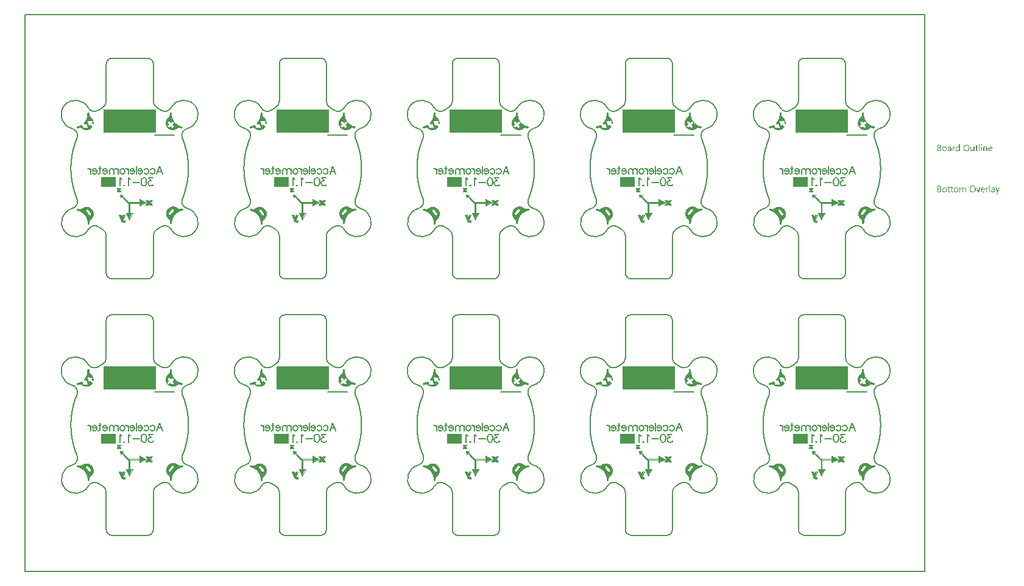
<source format=gbo>
G04*
G04 #@! TF.GenerationSoftware,Altium Limited,Altium Designer,21.8.1 (53)*
G04*
G04 Layer_Color=32896*
%FSAX25Y25*%
%MOIN*%
G70*
G04*
G04 #@! TF.SameCoordinates,4444B29A-944C-4237-836D-8D04AF711E9D*
G04*
G04*
G04 #@! TF.FilePolarity,Positive*
G04*
G01*
G75*
%ADD32C,0.00787*%
%ADD40C,0.00050*%
%ADD63C,0.00630*%
%ADD64R,0.28740X0.12500*%
%ADD65R,0.08085X0.05610*%
G36*
X0438860Y0231695D02*
X0438922Y0231684D01*
X0438982Y0231665D01*
X0439040Y0231640D01*
X0439094Y0231608D01*
X0439145Y0231571D01*
X0439191Y0231528D01*
X0439233Y0231480D01*
X0439268Y0231428D01*
X0439298Y0231372D01*
X0439321Y0231313D01*
X0439337Y0231252D01*
X0439346Y0231190D01*
X0439349Y0231127D01*
X0439348Y0231113D01*
X0439348Y0231113D01*
X0439348Y0231113D01*
X0439345Y0231038D01*
X0439341Y0230811D01*
X0439345Y0230585D01*
X0439356Y0230359D01*
X0439374Y0230134D01*
X0439400Y0229909D01*
X0439433Y0229685D01*
X0439474Y0229462D01*
X0439522Y0229241D01*
X0439577Y0229022D01*
X0439639Y0228804D01*
X0439708Y0228589D01*
X0439784Y0228375D01*
X0439867Y0228165D01*
X0439957Y0227957D01*
X0440054Y0227753D01*
X0440158Y0227551D01*
X0440267Y0227354D01*
X0440384Y0227160D01*
X0440506Y0226969D01*
X0440635Y0226783D01*
X0440770Y0226601D01*
X0440911Y0226424D01*
X0441057Y0226252D01*
X0441209Y0226084D01*
X0441366Y0225921D01*
X0441529Y0225764D01*
X0441697Y0225612D01*
X0441869Y0225465D01*
X0442047Y0225325D01*
X0442228Y0225190D01*
X0442414Y0225061D01*
X0442605Y0224939D01*
X0442799Y0224822D01*
X0442997Y0224712D01*
X0443198Y0224609D01*
X0443402Y0224512D01*
X0443610Y0224422D01*
X0443820Y0224339D01*
X0444034Y0224263D01*
X0444249Y0224194D01*
X0444467Y0224131D01*
X0444686Y0224076D01*
X0444764Y0224060D01*
X0444765Y0224059D01*
X0444765Y0224059D01*
X0444779Y0224056D01*
X0444840Y0224037D01*
X0444898Y0224012D01*
X0444953Y0223980D01*
X0445004Y0223943D01*
X0445050Y0223900D01*
X0445091Y0223852D01*
X0445127Y0223799D01*
X0445157Y0223743D01*
X0445180Y0223684D01*
X0445196Y0223623D01*
X0445206Y0223560D01*
X0445208Y0223497D01*
X0445203Y0223434D01*
X0445191Y0223372D01*
X0445173Y0223311D01*
X0445148Y0223253D01*
X0445116Y0223198D01*
X0445078Y0223147D01*
X0445035Y0223101D01*
X0444987Y0223059D01*
X0444935Y0223024D01*
X0444879Y0222994D01*
X0444820Y0222971D01*
X0444759Y0222955D01*
X0444696Y0222945D01*
X0444633Y0222943D01*
X0444569Y0222948D01*
X0444521Y0222957D01*
X0444521Y0222957D01*
X0444466Y0222968D01*
X0444221Y0223029D01*
X0443978Y0223096D01*
X0443978Y0223096D01*
X0443978Y0223096D01*
X0443974Y0223098D01*
X0443973Y0223098D01*
X0443908Y0223116D01*
X0443791Y0223143D01*
X0443672Y0223162D01*
X0443552Y0223174D01*
X0443432Y0223179D01*
X0443311Y0223177D01*
X0443191Y0223167D01*
X0443072Y0223150D01*
X0442954Y0223126D01*
X0442837Y0223095D01*
X0442723Y0223057D01*
X0442612Y0223012D01*
X0442503Y0222960D01*
X0442397Y0222902D01*
X0442295Y0222838D01*
X0442211Y0222777D01*
X0442211Y0222777D01*
X0442101Y0222696D01*
X0441959Y0222602D01*
X0441813Y0222513D01*
X0441663Y0222431D01*
X0441510Y0222355D01*
X0441354Y0222287D01*
X0441195Y0222225D01*
X0441033Y0222170D01*
X0440870Y0222122D01*
X0440704Y0222082D01*
X0440536Y0222048D01*
X0440368Y0222022D01*
X0440198Y0222004D01*
X0440028Y0221993D01*
X0439857Y0221989D01*
X0439686Y0221993D01*
X0439516Y0222004D01*
X0439346Y0222022D01*
X0439178Y0222048D01*
X0439010Y0222082D01*
X0438844Y0222122D01*
X0438681Y0222170D01*
X0438519Y0222225D01*
X0438360Y0222287D01*
X0438204Y0222355D01*
X0438051Y0222431D01*
X0437901Y0222513D01*
X0437755Y0222602D01*
X0437613Y0222696D01*
X0437475Y0222797D01*
X0437342Y0222904D01*
X0437214Y0223017D01*
X0437091Y0223135D01*
X0436973Y0223258D01*
X0436860Y0223386D01*
X0436753Y0223519D01*
X0436653Y0223657D01*
X0436558Y0223799D01*
X0436469Y0223945D01*
X0436387Y0224095D01*
X0436312Y0224248D01*
X0436243Y0224404D01*
X0436181Y0224563D01*
X0436126Y0224725D01*
X0436078Y0224888D01*
X0436038Y0225054D01*
X0436004Y0225221D01*
X0435979Y0225390D01*
X0435960Y0225560D01*
X0435949Y0225730D01*
X0435945Y0225901D01*
X0435949Y0226072D01*
X0435960Y0226242D01*
X0435979Y0226411D01*
X0436004Y0226580D01*
X0436038Y0226747D01*
X0436078Y0226913D01*
X0436126Y0227077D01*
X0436181Y0227239D01*
X0436243Y0227398D01*
X0436312Y0227554D01*
X0436387Y0227707D01*
X0436469Y0227857D01*
X0436558Y0228003D01*
X0436653Y0228145D01*
X0436753Y0228282D01*
X0436860Y0228415D01*
X0436973Y0228544D01*
X0437091Y0228667D01*
X0437214Y0228785D01*
X0437342Y0228898D01*
X0437452Y0228986D01*
X0437452Y0228986D01*
X0437534Y0229052D01*
X0437622Y0229134D01*
X0437706Y0229221D01*
X0437784Y0229312D01*
X0437856Y0229409D01*
X0437922Y0229509D01*
X0437983Y0229614D01*
X0438036Y0229721D01*
X0438084Y0229832D01*
X0438124Y0229946D01*
X0438158Y0230062D01*
X0438184Y0230179D01*
X0438203Y0230298D01*
X0438216Y0230418D01*
X0438220Y0230538D01*
X0438219Y0230604D01*
X0438219Y0230605D01*
X0438219Y0230609D01*
X0438219D01*
X0438217Y0230853D01*
X0438222Y0231106D01*
X0438225Y0231162D01*
X0438225Y0231162D01*
X0438229Y0231211D01*
X0438240Y0231273D01*
X0438259Y0231333D01*
X0438284Y0231391D01*
X0438316Y0231446D01*
X0438353Y0231496D01*
X0438396Y0231543D01*
X0438444Y0231584D01*
X0438496Y0231619D01*
X0438552Y0231649D01*
X0438610Y0231672D01*
X0438671Y0231688D01*
X0438734Y0231698D01*
X0438797Y0231700D01*
X0438860Y0231695D01*
D02*
G37*
G36*
X0344175D02*
X0344237Y0231684D01*
X0344297Y0231665D01*
X0344355Y0231640D01*
X0344409Y0231608D01*
X0344460Y0231571D01*
X0344506Y0231528D01*
X0344548Y0231480D01*
X0344583Y0231428D01*
X0344613Y0231372D01*
X0344636Y0231313D01*
X0344652Y0231252D01*
X0344661Y0231190D01*
X0344664Y0231127D01*
X0344663Y0231113D01*
X0344663Y0231113D01*
X0344663Y0231113D01*
X0344659Y0231038D01*
X0344656Y0230811D01*
X0344659Y0230585D01*
X0344671Y0230359D01*
X0344689Y0230134D01*
X0344715Y0229909D01*
X0344748Y0229685D01*
X0344789Y0229462D01*
X0344836Y0229241D01*
X0344892Y0229022D01*
X0344954Y0228804D01*
X0345023Y0228589D01*
X0345099Y0228375D01*
X0345182Y0228165D01*
X0345272Y0227957D01*
X0345369Y0227753D01*
X0345472Y0227551D01*
X0345582Y0227354D01*
X0345699Y0227160D01*
X0345821Y0226969D01*
X0345950Y0226783D01*
X0346085Y0226601D01*
X0346226Y0226424D01*
X0346372Y0226252D01*
X0346524Y0226084D01*
X0346681Y0225921D01*
X0346844Y0225764D01*
X0347012Y0225612D01*
X0347184Y0225465D01*
X0347361Y0225325D01*
X0347543Y0225190D01*
X0347729Y0225061D01*
X0347920Y0224939D01*
X0348114Y0224822D01*
X0348311Y0224712D01*
X0348513Y0224609D01*
X0348717Y0224512D01*
X0348925Y0224422D01*
X0349135Y0224339D01*
X0349348Y0224263D01*
X0349564Y0224194D01*
X0349782Y0224131D01*
X0350001Y0224076D01*
X0350079Y0224060D01*
X0350080Y0224059D01*
X0350080Y0224059D01*
X0350094Y0224056D01*
X0350155Y0224037D01*
X0350213Y0224012D01*
X0350268Y0223980D01*
X0350319Y0223943D01*
X0350365Y0223900D01*
X0350406Y0223852D01*
X0350442Y0223799D01*
X0350472Y0223743D01*
X0350495Y0223684D01*
X0350511Y0223623D01*
X0350521Y0223560D01*
X0350523Y0223497D01*
X0350518Y0223434D01*
X0350506Y0223372D01*
X0350488Y0223311D01*
X0350463Y0223253D01*
X0350431Y0223198D01*
X0350393Y0223147D01*
X0350350Y0223101D01*
X0350302Y0223059D01*
X0350250Y0223024D01*
X0350194Y0222994D01*
X0350135Y0222971D01*
X0350074Y0222955D01*
X0350011Y0222945D01*
X0349948Y0222943D01*
X0349884Y0222948D01*
X0349836Y0222957D01*
X0349836Y0222957D01*
X0349781Y0222968D01*
X0349536Y0223029D01*
X0349293Y0223096D01*
X0349293Y0223096D01*
X0349292Y0223096D01*
X0349289Y0223098D01*
X0349288Y0223098D01*
X0349223Y0223116D01*
X0349106Y0223143D01*
X0348987Y0223162D01*
X0348867Y0223174D01*
X0348747Y0223179D01*
X0348626Y0223177D01*
X0348506Y0223167D01*
X0348387Y0223150D01*
X0348269Y0223126D01*
X0348152Y0223095D01*
X0348038Y0223057D01*
X0347926Y0223012D01*
X0347818Y0222960D01*
X0347712Y0222902D01*
X0347610Y0222838D01*
X0347526Y0222777D01*
X0347526Y0222777D01*
X0347416Y0222696D01*
X0347274Y0222602D01*
X0347128Y0222513D01*
X0346978Y0222431D01*
X0346825Y0222355D01*
X0346669Y0222287D01*
X0346510Y0222225D01*
X0346348Y0222170D01*
X0346184Y0222122D01*
X0346019Y0222082D01*
X0345851Y0222048D01*
X0345683Y0222022D01*
X0345513Y0222004D01*
X0345343Y0221993D01*
X0345172Y0221989D01*
X0345001Y0221993D01*
X0344831Y0222004D01*
X0344661Y0222022D01*
X0344493Y0222048D01*
X0344325Y0222082D01*
X0344160Y0222122D01*
X0343996Y0222170D01*
X0343834Y0222225D01*
X0343675Y0222287D01*
X0343519Y0222355D01*
X0343366Y0222431D01*
X0343216Y0222513D01*
X0343070Y0222602D01*
X0342928Y0222696D01*
X0342791Y0222797D01*
X0342657Y0222904D01*
X0342529Y0223017D01*
X0342406Y0223135D01*
X0342288Y0223258D01*
X0342175Y0223386D01*
X0342068Y0223519D01*
X0341968Y0223657D01*
X0341873Y0223799D01*
X0341784Y0223945D01*
X0341702Y0224095D01*
X0341627Y0224248D01*
X0341558Y0224404D01*
X0341496Y0224563D01*
X0341441Y0224725D01*
X0341393Y0224888D01*
X0341353Y0225054D01*
X0341319Y0225221D01*
X0341294Y0225390D01*
X0341275Y0225560D01*
X0341264Y0225730D01*
X0341260Y0225901D01*
X0341264Y0226072D01*
X0341275Y0226242D01*
X0341294Y0226411D01*
X0341319Y0226580D01*
X0341353Y0226747D01*
X0341393Y0226913D01*
X0341441Y0227077D01*
X0341496Y0227239D01*
X0341558Y0227398D01*
X0341627Y0227554D01*
X0341702Y0227707D01*
X0341784Y0227857D01*
X0341873Y0228003D01*
X0341968Y0228145D01*
X0342068Y0228282D01*
X0342175Y0228415D01*
X0342288Y0228544D01*
X0342406Y0228667D01*
X0342529Y0228785D01*
X0342657Y0228898D01*
X0342767Y0228986D01*
X0342767Y0228986D01*
X0342848Y0229052D01*
X0342937Y0229134D01*
X0343021Y0229221D01*
X0343099Y0229312D01*
X0343171Y0229409D01*
X0343237Y0229509D01*
X0343298Y0229614D01*
X0343351Y0229721D01*
X0343399Y0229832D01*
X0343439Y0229946D01*
X0343473Y0230062D01*
X0343499Y0230179D01*
X0343518Y0230298D01*
X0343531Y0230418D01*
X0343535Y0230538D01*
X0343534Y0230604D01*
X0343534Y0230605D01*
X0343534Y0230609D01*
X0343534D01*
X0343531Y0230853D01*
X0343537Y0231106D01*
X0343540Y0231162D01*
X0343540Y0231162D01*
X0343543Y0231211D01*
X0343555Y0231273D01*
X0343574Y0231333D01*
X0343599Y0231391D01*
X0343631Y0231446D01*
X0343668Y0231496D01*
X0343711Y0231543D01*
X0343759Y0231584D01*
X0343811Y0231619D01*
X0343867Y0231649D01*
X0343925Y0231672D01*
X0343986Y0231688D01*
X0344049Y0231698D01*
X0344112Y0231700D01*
X0344175Y0231695D01*
D02*
G37*
G36*
X0249490D02*
X0249552Y0231684D01*
X0249612Y0231665D01*
X0249670Y0231640D01*
X0249724Y0231608D01*
X0249775Y0231571D01*
X0249821Y0231528D01*
X0249863Y0231480D01*
X0249898Y0231428D01*
X0249927Y0231372D01*
X0249951Y0231313D01*
X0249967Y0231252D01*
X0249976Y0231190D01*
X0249979Y0231127D01*
X0249978Y0231113D01*
X0249978Y0231113D01*
X0249978Y0231113D01*
X0249974Y0231038D01*
X0249971Y0230811D01*
X0249974Y0230585D01*
X0249986Y0230359D01*
X0250004Y0230134D01*
X0250030Y0229909D01*
X0250063Y0229685D01*
X0250104Y0229462D01*
X0250151Y0229241D01*
X0250206Y0229022D01*
X0250269Y0228804D01*
X0250338Y0228589D01*
X0250414Y0228375D01*
X0250497Y0228165D01*
X0250587Y0227957D01*
X0250684Y0227753D01*
X0250787Y0227551D01*
X0250897Y0227354D01*
X0251014Y0227160D01*
X0251136Y0226969D01*
X0251265Y0226783D01*
X0251400Y0226601D01*
X0251541Y0226424D01*
X0251687Y0226252D01*
X0251839Y0226084D01*
X0251996Y0225921D01*
X0252159Y0225764D01*
X0252327Y0225612D01*
X0252499Y0225465D01*
X0252677Y0225325D01*
X0252858Y0225190D01*
X0253044Y0225061D01*
X0253235Y0224939D01*
X0253429Y0224822D01*
X0253626Y0224712D01*
X0253828Y0224609D01*
X0254032Y0224512D01*
X0254240Y0224422D01*
X0254450Y0224339D01*
X0254663Y0224263D01*
X0254879Y0224194D01*
X0255097Y0224131D01*
X0255316Y0224076D01*
X0255394Y0224060D01*
X0255395Y0224059D01*
X0255395Y0224059D01*
X0255409Y0224056D01*
X0255470Y0224037D01*
X0255528Y0224012D01*
X0255583Y0223980D01*
X0255633Y0223943D01*
X0255680Y0223900D01*
X0255721Y0223852D01*
X0255757Y0223799D01*
X0255787Y0223743D01*
X0255810Y0223684D01*
X0255826Y0223623D01*
X0255836Y0223560D01*
X0255838Y0223497D01*
X0255833Y0223434D01*
X0255821Y0223372D01*
X0255803Y0223311D01*
X0255777Y0223253D01*
X0255746Y0223198D01*
X0255708Y0223147D01*
X0255665Y0223101D01*
X0255617Y0223059D01*
X0255565Y0223024D01*
X0255509Y0222994D01*
X0255450Y0222971D01*
X0255388Y0222955D01*
X0255326Y0222945D01*
X0255262Y0222943D01*
X0255199Y0222948D01*
X0255151Y0222957D01*
X0255151Y0222957D01*
X0255096Y0222968D01*
X0254851Y0223029D01*
X0254608Y0223096D01*
X0254608Y0223096D01*
X0254608Y0223096D01*
X0254604Y0223098D01*
X0254603Y0223098D01*
X0254538Y0223116D01*
X0254421Y0223143D01*
X0254302Y0223162D01*
X0254182Y0223174D01*
X0254062Y0223179D01*
X0253941Y0223177D01*
X0253821Y0223167D01*
X0253702Y0223150D01*
X0253584Y0223126D01*
X0253467Y0223095D01*
X0253353Y0223057D01*
X0253241Y0223012D01*
X0253133Y0222960D01*
X0253027Y0222902D01*
X0252925Y0222838D01*
X0252841Y0222777D01*
X0252841Y0222777D01*
X0252731Y0222696D01*
X0252589Y0222602D01*
X0252443Y0222513D01*
X0252293Y0222431D01*
X0252140Y0222355D01*
X0251984Y0222287D01*
X0251825Y0222225D01*
X0251663Y0222170D01*
X0251499Y0222122D01*
X0251334Y0222082D01*
X0251166Y0222048D01*
X0250997Y0222022D01*
X0250828Y0222004D01*
X0250658Y0221993D01*
X0250487Y0221989D01*
X0250316Y0221993D01*
X0250146Y0222004D01*
X0249976Y0222022D01*
X0249808Y0222048D01*
X0249640Y0222082D01*
X0249474Y0222122D01*
X0249311Y0222170D01*
X0249149Y0222225D01*
X0248990Y0222287D01*
X0248834Y0222355D01*
X0248681Y0222431D01*
X0248531Y0222513D01*
X0248385Y0222602D01*
X0248243Y0222696D01*
X0248106Y0222797D01*
X0247972Y0222904D01*
X0247844Y0223017D01*
X0247721Y0223135D01*
X0247603Y0223258D01*
X0247490Y0223386D01*
X0247383Y0223519D01*
X0247282Y0223657D01*
X0247188Y0223799D01*
X0247099Y0223945D01*
X0247017Y0224095D01*
X0246941Y0224248D01*
X0246873Y0224404D01*
X0246811Y0224563D01*
X0246756Y0224725D01*
X0246708Y0224888D01*
X0246668Y0225054D01*
X0246634Y0225221D01*
X0246608Y0225390D01*
X0246590Y0225560D01*
X0246579Y0225730D01*
X0246575Y0225901D01*
X0246579Y0226072D01*
X0246590Y0226242D01*
X0246608Y0226411D01*
X0246634Y0226580D01*
X0246668Y0226747D01*
X0246708Y0226913D01*
X0246756Y0227077D01*
X0246811Y0227239D01*
X0246873Y0227398D01*
X0246941Y0227554D01*
X0247017Y0227707D01*
X0247099Y0227857D01*
X0247188Y0228003D01*
X0247282Y0228145D01*
X0247383Y0228282D01*
X0247490Y0228415D01*
X0247603Y0228544D01*
X0247721Y0228667D01*
X0247844Y0228785D01*
X0247972Y0228898D01*
X0248082Y0228986D01*
X0248082Y0228986D01*
X0248164Y0229052D01*
X0248252Y0229134D01*
X0248336Y0229221D01*
X0248413Y0229312D01*
X0248486Y0229409D01*
X0248552Y0229509D01*
X0248613Y0229614D01*
X0248666Y0229721D01*
X0248714Y0229832D01*
X0248754Y0229946D01*
X0248788Y0230062D01*
X0248814Y0230179D01*
X0248833Y0230298D01*
X0248846Y0230418D01*
X0248850Y0230538D01*
X0248849Y0230604D01*
X0248849Y0230605D01*
X0248849Y0230609D01*
X0248849D01*
X0248847Y0230853D01*
X0248852Y0231106D01*
X0248855Y0231162D01*
X0248855Y0231162D01*
X0248858Y0231211D01*
X0248870Y0231273D01*
X0248889Y0231333D01*
X0248914Y0231391D01*
X0248945Y0231446D01*
X0248983Y0231496D01*
X0249026Y0231543D01*
X0249074Y0231584D01*
X0249126Y0231619D01*
X0249182Y0231649D01*
X0249240Y0231672D01*
X0249301Y0231688D01*
X0249364Y0231698D01*
X0249427Y0231700D01*
X0249490Y0231695D01*
D02*
G37*
G36*
X0154805D02*
X0154867Y0231684D01*
X0154927Y0231665D01*
X0154985Y0231640D01*
X0155039Y0231608D01*
X0155090Y0231571D01*
X0155136Y0231528D01*
X0155177Y0231480D01*
X0155213Y0231428D01*
X0155243Y0231372D01*
X0155265Y0231313D01*
X0155282Y0231252D01*
X0155291Y0231190D01*
X0155294Y0231127D01*
X0155292Y0231113D01*
X0155293Y0231113D01*
X0155293Y0231113D01*
X0155289Y0231038D01*
X0155286Y0230811D01*
X0155289Y0230585D01*
X0155301Y0230359D01*
X0155319Y0230134D01*
X0155345Y0229909D01*
X0155378Y0229685D01*
X0155419Y0229462D01*
X0155466Y0229241D01*
X0155521Y0229022D01*
X0155584Y0228804D01*
X0155653Y0228589D01*
X0155729Y0228375D01*
X0155812Y0228165D01*
X0155902Y0227957D01*
X0155999Y0227753D01*
X0156102Y0227551D01*
X0156212Y0227354D01*
X0156329Y0227160D01*
X0156451Y0226969D01*
X0156580Y0226783D01*
X0156715Y0226601D01*
X0156856Y0226424D01*
X0157002Y0226252D01*
X0157154Y0226084D01*
X0157311Y0225921D01*
X0157474Y0225764D01*
X0157642Y0225612D01*
X0157814Y0225465D01*
X0157992Y0225325D01*
X0158173Y0225190D01*
X0158359Y0225061D01*
X0158549Y0224939D01*
X0158744Y0224822D01*
X0158941Y0224712D01*
X0159143Y0224609D01*
X0159347Y0224512D01*
X0159555Y0224422D01*
X0159765Y0224339D01*
X0159978Y0224263D01*
X0160194Y0224194D01*
X0160412Y0224131D01*
X0160631Y0224076D01*
X0160709Y0224060D01*
X0160710Y0224059D01*
X0160710Y0224059D01*
X0160724Y0224056D01*
X0160785Y0224037D01*
X0160843Y0224012D01*
X0160898Y0223980D01*
X0160949Y0223943D01*
X0160995Y0223900D01*
X0161036Y0223852D01*
X0161072Y0223799D01*
X0161102Y0223743D01*
X0161125Y0223684D01*
X0161141Y0223623D01*
X0161151Y0223560D01*
X0161153Y0223497D01*
X0161148Y0223434D01*
X0161136Y0223372D01*
X0161118Y0223311D01*
X0161092Y0223253D01*
X0161061Y0223198D01*
X0161023Y0223147D01*
X0160980Y0223101D01*
X0160932Y0223059D01*
X0160880Y0223024D01*
X0160824Y0222994D01*
X0160765Y0222971D01*
X0160703Y0222955D01*
X0160641Y0222945D01*
X0160577Y0222943D01*
X0160514Y0222948D01*
X0160466Y0222957D01*
X0160466Y0222957D01*
X0160411Y0222968D01*
X0160166Y0223029D01*
X0159923Y0223096D01*
X0159923Y0223096D01*
X0159922Y0223096D01*
X0159919Y0223098D01*
X0159918Y0223098D01*
X0159853Y0223116D01*
X0159736Y0223143D01*
X0159617Y0223162D01*
X0159497Y0223174D01*
X0159377Y0223179D01*
X0159256Y0223177D01*
X0159136Y0223167D01*
X0159017Y0223150D01*
X0158899Y0223126D01*
X0158782Y0223095D01*
X0158668Y0223057D01*
X0158556Y0223012D01*
X0158448Y0222960D01*
X0158342Y0222902D01*
X0158240Y0222838D01*
X0158156Y0222777D01*
X0158156Y0222777D01*
X0158046Y0222696D01*
X0157904Y0222602D01*
X0157758Y0222513D01*
X0157608Y0222431D01*
X0157455Y0222355D01*
X0157299Y0222287D01*
X0157140Y0222225D01*
X0156978Y0222170D01*
X0156814Y0222122D01*
X0156649Y0222082D01*
X0156481Y0222048D01*
X0156313Y0222022D01*
X0156143Y0222004D01*
X0155973Y0221993D01*
X0155802Y0221989D01*
X0155631Y0221993D01*
X0155461Y0222004D01*
X0155291Y0222022D01*
X0155123Y0222048D01*
X0154955Y0222082D01*
X0154789Y0222122D01*
X0154625Y0222170D01*
X0154464Y0222225D01*
X0154305Y0222287D01*
X0154149Y0222355D01*
X0153996Y0222431D01*
X0153846Y0222513D01*
X0153700Y0222602D01*
X0153558Y0222696D01*
X0153420Y0222797D01*
X0153287Y0222904D01*
X0153159Y0223017D01*
X0153036Y0223135D01*
X0152918Y0223258D01*
X0152805Y0223386D01*
X0152698Y0223519D01*
X0152597Y0223657D01*
X0152503Y0223799D01*
X0152414Y0223945D01*
X0152332Y0224095D01*
X0152256Y0224248D01*
X0152188Y0224404D01*
X0152126Y0224563D01*
X0152071Y0224725D01*
X0152023Y0224888D01*
X0151983Y0225054D01*
X0151949Y0225221D01*
X0151923Y0225390D01*
X0151905Y0225560D01*
X0151894Y0225730D01*
X0151890Y0225901D01*
X0151894Y0226072D01*
X0151905Y0226242D01*
X0151923Y0226411D01*
X0151949Y0226580D01*
X0151983Y0226747D01*
X0152023Y0226913D01*
X0152071Y0227077D01*
X0152126Y0227239D01*
X0152188Y0227398D01*
X0152256Y0227554D01*
X0152332Y0227707D01*
X0152414Y0227857D01*
X0152503Y0228003D01*
X0152597Y0228145D01*
X0152698Y0228282D01*
X0152805Y0228415D01*
X0152918Y0228544D01*
X0153036Y0228667D01*
X0153159Y0228785D01*
X0153287Y0228898D01*
X0153397Y0228986D01*
X0153397Y0228986D01*
X0153478Y0229052D01*
X0153567Y0229134D01*
X0153650Y0229221D01*
X0153728Y0229312D01*
X0153801Y0229409D01*
X0153867Y0229509D01*
X0153928Y0229614D01*
X0153981Y0229721D01*
X0154029Y0229832D01*
X0154069Y0229946D01*
X0154103Y0230062D01*
X0154129Y0230179D01*
X0154148Y0230298D01*
X0154160Y0230418D01*
X0154165Y0230538D01*
X0154164Y0230604D01*
X0154164Y0230605D01*
X0154164Y0230609D01*
X0154164D01*
X0154161Y0230853D01*
X0154167Y0231106D01*
X0154170Y0231162D01*
X0154170Y0231162D01*
X0154173Y0231211D01*
X0154185Y0231273D01*
X0154204Y0231333D01*
X0154229Y0231391D01*
X0154260Y0231446D01*
X0154298Y0231496D01*
X0154341Y0231543D01*
X0154389Y0231584D01*
X0154441Y0231619D01*
X0154497Y0231649D01*
X0154555Y0231672D01*
X0154616Y0231688D01*
X0154679Y0231698D01*
X0154742Y0231700D01*
X0154805Y0231695D01*
D02*
G37*
G36*
X0060119D02*
X0060181Y0231684D01*
X0060242Y0231665D01*
X0060300Y0231640D01*
X0060354Y0231608D01*
X0060405Y0231571D01*
X0060451Y0231528D01*
X0060492Y0231480D01*
X0060528Y0231428D01*
X0060557Y0231372D01*
X0060580Y0231313D01*
X0060597Y0231252D01*
X0060606Y0231190D01*
X0060609Y0231127D01*
X0060607Y0231113D01*
X0060608Y0231113D01*
X0060608Y0231113D01*
X0060604Y0231038D01*
X0060601Y0230811D01*
X0060604Y0230585D01*
X0060615Y0230359D01*
X0060634Y0230134D01*
X0060660Y0229909D01*
X0060693Y0229685D01*
X0060734Y0229462D01*
X0060781Y0229241D01*
X0060836Y0229022D01*
X0060899Y0228804D01*
X0060968Y0228589D01*
X0061044Y0228375D01*
X0061127Y0228165D01*
X0061217Y0227957D01*
X0061314Y0227753D01*
X0061417Y0227551D01*
X0061527Y0227354D01*
X0061644Y0227160D01*
X0061766Y0226969D01*
X0061895Y0226783D01*
X0062030Y0226601D01*
X0062170Y0226424D01*
X0062317Y0226252D01*
X0062469Y0226084D01*
X0062626Y0225921D01*
X0062789Y0225764D01*
X0062957Y0225612D01*
X0063129Y0225465D01*
X0063306Y0225325D01*
X0063488Y0225190D01*
X0063674Y0225061D01*
X0063864Y0224939D01*
X0064059Y0224822D01*
X0064256Y0224712D01*
X0064458Y0224609D01*
X0064662Y0224512D01*
X0064870Y0224422D01*
X0065080Y0224339D01*
X0065293Y0224263D01*
X0065509Y0224194D01*
X0065727Y0224131D01*
X0065946Y0224076D01*
X0066024Y0224060D01*
X0066025Y0224059D01*
X0066025Y0224059D01*
X0066039Y0224056D01*
X0066100Y0224037D01*
X0066158Y0224012D01*
X0066212Y0223980D01*
X0066264Y0223943D01*
X0066310Y0223900D01*
X0066351Y0223852D01*
X0066387Y0223799D01*
X0066417Y0223743D01*
X0066440Y0223684D01*
X0066456Y0223623D01*
X0066466Y0223560D01*
X0066468Y0223497D01*
X0066463Y0223434D01*
X0066451Y0223372D01*
X0066433Y0223311D01*
X0066407Y0223253D01*
X0066376Y0223198D01*
X0066338Y0223147D01*
X0066295Y0223101D01*
X0066247Y0223059D01*
X0066195Y0223024D01*
X0066139Y0222994D01*
X0066080Y0222971D01*
X0066018Y0222955D01*
X0065956Y0222945D01*
X0065892Y0222943D01*
X0065829Y0222948D01*
X0065781Y0222957D01*
X0065781Y0222957D01*
X0065726Y0222968D01*
X0065480Y0223029D01*
X0065237Y0223096D01*
X0065237Y0223096D01*
X0065237Y0223096D01*
X0065234Y0223098D01*
X0065233Y0223098D01*
X0065168Y0223116D01*
X0065051Y0223143D01*
X0064932Y0223162D01*
X0064812Y0223174D01*
X0064692Y0223179D01*
X0064571Y0223177D01*
X0064451Y0223167D01*
X0064332Y0223150D01*
X0064214Y0223126D01*
X0064097Y0223095D01*
X0063983Y0223057D01*
X0063871Y0223012D01*
X0063762Y0222960D01*
X0063657Y0222902D01*
X0063555Y0222838D01*
X0063471Y0222777D01*
X0063471Y0222777D01*
X0063361Y0222696D01*
X0063219Y0222602D01*
X0063073Y0222513D01*
X0062923Y0222431D01*
X0062770Y0222355D01*
X0062614Y0222287D01*
X0062455Y0222225D01*
X0062293Y0222170D01*
X0062129Y0222122D01*
X0061963Y0222082D01*
X0061796Y0222048D01*
X0061627Y0222022D01*
X0061458Y0222004D01*
X0061287Y0221993D01*
X0061117Y0221989D01*
X0060946Y0221993D01*
X0060776Y0222004D01*
X0060606Y0222022D01*
X0060438Y0222048D01*
X0060270Y0222082D01*
X0060104Y0222122D01*
X0059940Y0222170D01*
X0059779Y0222225D01*
X0059620Y0222287D01*
X0059464Y0222355D01*
X0059311Y0222431D01*
X0059161Y0222513D01*
X0059015Y0222602D01*
X0058873Y0222696D01*
X0058735Y0222797D01*
X0058602Y0222904D01*
X0058474Y0223017D01*
X0058351Y0223135D01*
X0058233Y0223258D01*
X0058120Y0223386D01*
X0058013Y0223519D01*
X0057912Y0223657D01*
X0057818Y0223799D01*
X0057729Y0223945D01*
X0057647Y0224095D01*
X0057571Y0224248D01*
X0057503Y0224404D01*
X0057441Y0224563D01*
X0057386Y0224725D01*
X0057338Y0224888D01*
X0057298Y0225054D01*
X0057264Y0225221D01*
X0057238Y0225390D01*
X0057220Y0225560D01*
X0057209Y0225730D01*
X0057205Y0225901D01*
X0057209Y0226072D01*
X0057220Y0226242D01*
X0057238Y0226411D01*
X0057264Y0226580D01*
X0057298Y0226747D01*
X0057338Y0226913D01*
X0057386Y0227077D01*
X0057441Y0227239D01*
X0057503Y0227398D01*
X0057571Y0227554D01*
X0057647Y0227707D01*
X0057729Y0227857D01*
X0057818Y0228003D01*
X0057912Y0228145D01*
X0058013Y0228282D01*
X0058120Y0228415D01*
X0058233Y0228544D01*
X0058351Y0228667D01*
X0058474Y0228785D01*
X0058602Y0228898D01*
X0058712Y0228986D01*
X0058712Y0228986D01*
X0058793Y0229052D01*
X0058882Y0229134D01*
X0058965Y0229221D01*
X0059043Y0229312D01*
X0059116Y0229409D01*
X0059182Y0229509D01*
X0059242Y0229614D01*
X0059296Y0229721D01*
X0059343Y0229832D01*
X0059384Y0229946D01*
X0059417Y0230062D01*
X0059444Y0230179D01*
X0059463Y0230298D01*
X0059475Y0230418D01*
X0059480Y0230538D01*
X0059479Y0230604D01*
X0059479Y0230605D01*
X0059479Y0230609D01*
X0059479D01*
X0059476Y0230853D01*
X0059482Y0231106D01*
X0059485Y0231162D01*
X0059485Y0231162D01*
X0059488Y0231211D01*
X0059500Y0231273D01*
X0059519Y0231333D01*
X0059544Y0231391D01*
X0059575Y0231446D01*
X0059613Y0231496D01*
X0059656Y0231543D01*
X0059704Y0231584D01*
X0059756Y0231619D01*
X0059812Y0231649D01*
X0059870Y0231672D01*
X0059931Y0231688D01*
X0059994Y0231698D01*
X0060057Y0231700D01*
X0060119Y0231695D01*
D02*
G37*
G36*
X0393749Y0231706D02*
X0393812Y0231696D01*
X0393873Y0231680D01*
X0393932Y0231657D01*
X0393988Y0231627D01*
X0394040Y0231592D01*
X0394088Y0231550D01*
X0394131Y0231504D01*
X0394169Y0231453D01*
X0394201Y0231398D01*
X0394226Y0231340D01*
X0394245Y0231279D01*
X0394256Y0231217D01*
X0394260Y0231168D01*
X0394260Y0231168D01*
X0394260Y0231168D01*
X0394263Y0231112D01*
X0394268Y0230859D01*
X0394266Y0230607D01*
X0394266D01*
Y0230607D01*
X0394265Y0230603D01*
X0394266Y0230603D01*
X0394264Y0230535D01*
X0394269Y0230415D01*
X0394281Y0230295D01*
X0394301Y0230176D01*
X0394327Y0230058D01*
X0394360Y0229942D01*
X0394401Y0229829D01*
X0394448Y0229718D01*
X0394502Y0229610D01*
X0394562Y0229506D01*
X0394629Y0229405D01*
X0394701Y0229309D01*
X0394779Y0229217D01*
X0394863Y0229131D01*
X0394951Y0229049D01*
X0395031Y0228983D01*
X0395031Y0228983D01*
X0395138Y0228898D01*
X0395266Y0228785D01*
X0395390Y0228667D01*
X0395508Y0228544D01*
X0395620Y0228415D01*
X0395727Y0228282D01*
X0395828Y0228145D01*
X0395923Y0228003D01*
X0396011Y0227857D01*
X0396093Y0227707D01*
X0396169Y0227554D01*
X0396237Y0227398D01*
X0396299Y0227239D01*
X0396354Y0227077D01*
X0396402Y0226913D01*
X0396443Y0226747D01*
X0396476Y0226580D01*
X0396502Y0226411D01*
X0396520Y0226242D01*
X0396532Y0226072D01*
X0396535Y0225901D01*
X0396532Y0225730D01*
X0396520Y0225560D01*
X0396502Y0225390D01*
X0396476Y0225221D01*
X0396474Y0225211D01*
X0395437Y0226006D01*
X0395901Y0226611D01*
X0395901Y0226611D01*
X0395920Y0226640D01*
X0395935Y0226672D01*
X0395944Y0226706D01*
X0395947Y0226740D01*
X0395945Y0226775D01*
X0395938Y0226809D01*
X0395926Y0226842D01*
X0395908Y0226872D01*
X0395886Y0226899D01*
X0395860Y0226923D01*
X0395831Y0226942D01*
X0395799Y0226956D01*
X0395765Y0226965D01*
X0395731Y0226969D01*
X0395727Y0226968D01*
X0395727Y0226968D01*
X0393432Y0226995D01*
X0393431Y0226995D01*
X0393400Y0226993D01*
X0393366Y0226986D01*
X0393333Y0226973D01*
X0393303Y0226956D01*
X0393276Y0226934D01*
X0393253Y0226908D01*
X0393234Y0226879D01*
X0393219Y0226847D01*
X0393210Y0226813D01*
X0393207Y0226778D01*
X0393209Y0226743D01*
X0393215Y0226713D01*
X0393215Y0226713D01*
X0393833Y0224500D01*
X0393833Y0224500D01*
X0393834Y0224497D01*
X0393846Y0224464D01*
X0393864Y0224434D01*
X0393886Y0224407D01*
X0393912Y0224383D01*
X0393941Y0224364D01*
X0393973Y0224350D01*
X0394007Y0224341D01*
X0394041Y0224337D01*
X0394076Y0224339D01*
X0394110Y0224346D01*
X0394143Y0224359D01*
X0394173Y0224376D01*
X0394200Y0224398D01*
X0394224Y0224424D01*
X0394223Y0224424D01*
X0394687Y0225029D01*
X0396037Y0223993D01*
X0396011Y0223945D01*
X0395923Y0223799D01*
X0395828Y0223657D01*
X0395727Y0223519D01*
X0395620Y0223386D01*
X0395508Y0223258D01*
X0395390Y0223135D01*
X0395266Y0223017D01*
X0395138Y0222904D01*
X0395005Y0222797D01*
X0394867Y0222696D01*
X0394725Y0222602D01*
X0394579Y0222513D01*
X0394430Y0222431D01*
X0394277Y0222355D01*
X0394120Y0222287D01*
X0393961Y0222225D01*
X0393800Y0222170D01*
X0393636Y0222122D01*
X0393470Y0222082D01*
X0393303Y0222048D01*
X0393134Y0222022D01*
X0392964Y0222004D01*
X0392794Y0221993D01*
X0392623Y0221989D01*
X0392453Y0221993D01*
X0392282Y0222004D01*
X0392113Y0222022D01*
X0391944Y0222048D01*
X0391777Y0222082D01*
X0391611Y0222122D01*
X0391447Y0222170D01*
X0391285Y0222225D01*
X0391126Y0222287D01*
X0390970Y0222355D01*
X0390817Y0222431D01*
X0390667Y0222513D01*
X0390522Y0222602D01*
X0390380Y0222696D01*
X0390266Y0222779D01*
X0390266Y0222779D01*
X0390181Y0222841D01*
X0390079Y0222905D01*
X0389973Y0222963D01*
X0389864Y0223015D01*
X0389753Y0223060D01*
X0389638Y0223098D01*
X0389522Y0223129D01*
X0389404Y0223153D01*
X0389285Y0223170D01*
X0389165Y0223180D01*
X0389044Y0223183D01*
X0388924Y0223178D01*
X0388804Y0223166D01*
X0388685Y0223146D01*
X0388568Y0223120D01*
X0388504Y0223101D01*
X0388504Y0223101D01*
X0388500Y0223100D01*
X0388500Y0223100D01*
X0388264Y0223035D01*
X0388019Y0222974D01*
X0387964Y0222963D01*
X0387964Y0222962D01*
X0387964Y0222963D01*
X0387916Y0222954D01*
X0387853Y0222949D01*
X0387790Y0222951D01*
X0387727Y0222960D01*
X0387666Y0222977D01*
X0387608Y0223000D01*
X0387552Y0223029D01*
X0387500Y0223065D01*
X0387452Y0223106D01*
X0387409Y0223152D01*
X0387372Y0223203D01*
X0387340Y0223258D01*
X0387315Y0223316D01*
X0387296Y0223376D01*
X0387284Y0223438D01*
X0387280Y0223501D01*
X0387282Y0223564D01*
X0387292Y0223626D01*
X0387308Y0223687D01*
X0387331Y0223746D01*
X0387360Y0223802D01*
X0387396Y0223854D01*
X0387437Y0223902D01*
X0387483Y0223944D01*
X0387534Y0223982D01*
X0387589Y0224013D01*
X0387647Y0224039D01*
X0387707Y0224057D01*
X0387721Y0224060D01*
X0387720Y0224060D01*
X0387721Y0224061D01*
X0387794Y0224076D01*
X0388014Y0224131D01*
X0388231Y0224194D01*
X0388447Y0224263D01*
X0388660Y0224339D01*
X0388870Y0224422D01*
X0389078Y0224512D01*
X0389282Y0224609D01*
X0389484Y0224712D01*
X0389682Y0224822D01*
X0389876Y0224939D01*
X0389927Y0224971D01*
X0391070Y0224094D01*
X0390606Y0223489D01*
X0390606Y0223490D01*
X0390587Y0223460D01*
X0390573Y0223428D01*
X0390563Y0223395D01*
X0390560Y0223360D01*
X0390562Y0223325D01*
X0390569Y0223291D01*
X0390581Y0223258D01*
X0390599Y0223228D01*
X0390621Y0223201D01*
X0390647Y0223178D01*
X0390676Y0223159D01*
X0390708Y0223144D01*
X0390742Y0223135D01*
X0390776Y0223132D01*
X0390780Y0223132D01*
X0390780Y0223132D01*
X0393075Y0223106D01*
X0393076Y0223106D01*
X0393107Y0223107D01*
X0393141Y0223114D01*
X0393174Y0223127D01*
X0393204Y0223144D01*
X0393231Y0223166D01*
X0393254Y0223192D01*
X0393273Y0223222D01*
X0393288Y0223253D01*
X0393297Y0223287D01*
X0393300Y0223322D01*
X0393299Y0223357D01*
X0393292Y0223387D01*
X0393292Y0223388D01*
X0392674Y0225600D01*
X0392674Y0225601D01*
X0392673Y0225604D01*
X0392661Y0225636D01*
X0392643Y0225667D01*
X0392621Y0225694D01*
X0392595Y0225717D01*
X0392566Y0225736D01*
X0392534Y0225750D01*
X0392500Y0225759D01*
X0392466Y0225763D01*
X0392431Y0225761D01*
X0392397Y0225754D01*
X0392364Y0225741D01*
X0392334Y0225724D01*
X0392307Y0225702D01*
X0392283Y0225676D01*
X0392284Y0225676D01*
X0391820Y0225072D01*
X0390936Y0225750D01*
X0390951Y0225764D01*
X0391114Y0225921D01*
X0391271Y0226084D01*
X0391423Y0226252D01*
X0391570Y0226424D01*
X0391710Y0226601D01*
X0391845Y0226783D01*
X0391974Y0226969D01*
X0392097Y0227160D01*
X0392213Y0227354D01*
X0392323Y0227551D01*
X0392426Y0227753D01*
X0392523Y0227957D01*
X0392613Y0228165D01*
X0392696Y0228375D01*
X0392772Y0228589D01*
X0392842Y0228804D01*
X0392904Y0229022D01*
X0392959Y0229241D01*
X0393007Y0229462D01*
X0393047Y0229685D01*
X0393080Y0229909D01*
X0393106Y0230134D01*
X0393125Y0230359D01*
X0393136Y0230585D01*
X0393139Y0230811D01*
X0393136Y0231038D01*
X0393132Y0231117D01*
X0393132Y0231118D01*
X0393132Y0231118D01*
X0393131Y0231133D01*
X0393134Y0231196D01*
X0393143Y0231259D01*
X0393160Y0231320D01*
X0393183Y0231379D01*
X0393212Y0231435D01*
X0393248Y0231487D01*
X0393289Y0231535D01*
X0393336Y0231578D01*
X0393387Y0231616D01*
X0393442Y0231648D01*
X0393500Y0231673D01*
X0393560Y0231692D01*
X0393622Y0231703D01*
X0393686Y0231708D01*
X0393749Y0231706D01*
D02*
G37*
G36*
X0299064D02*
X0299127Y0231696D01*
X0299188Y0231680D01*
X0299247Y0231657D01*
X0299303Y0231627D01*
X0299355Y0231592D01*
X0299403Y0231550D01*
X0299446Y0231504D01*
X0299484Y0231453D01*
X0299516Y0231398D01*
X0299541Y0231340D01*
X0299560Y0231279D01*
X0299571Y0231217D01*
X0299575Y0231168D01*
X0299575Y0231168D01*
X0299575Y0231168D01*
X0299578Y0231112D01*
X0299583Y0230859D01*
X0299581Y0230607D01*
X0299581D01*
Y0230607D01*
X0299580Y0230603D01*
X0299581Y0230603D01*
X0299579Y0230535D01*
X0299584Y0230415D01*
X0299596Y0230295D01*
X0299616Y0230176D01*
X0299642Y0230058D01*
X0299675Y0229942D01*
X0299716Y0229829D01*
X0299763Y0229718D01*
X0299817Y0229610D01*
X0299877Y0229506D01*
X0299944Y0229405D01*
X0300016Y0229309D01*
X0300094Y0229217D01*
X0300178Y0229131D01*
X0300266Y0229049D01*
X0300346Y0228983D01*
X0300346Y0228983D01*
X0300453Y0228898D01*
X0300581Y0228785D01*
X0300705Y0228667D01*
X0300822Y0228544D01*
X0300935Y0228415D01*
X0301042Y0228282D01*
X0301143Y0228145D01*
X0301238Y0228003D01*
X0301326Y0227857D01*
X0301408Y0227707D01*
X0301484Y0227554D01*
X0301553Y0227398D01*
X0301614Y0227239D01*
X0301669Y0227077D01*
X0301717Y0226913D01*
X0301758Y0226747D01*
X0301791Y0226580D01*
X0301817Y0226411D01*
X0301835Y0226242D01*
X0301847Y0226072D01*
X0301850Y0225901D01*
X0301847Y0225730D01*
X0301835Y0225560D01*
X0301817Y0225390D01*
X0301791Y0225221D01*
X0301789Y0225211D01*
X0300752Y0226006D01*
X0301216Y0226611D01*
X0301216Y0226611D01*
X0301235Y0226640D01*
X0301250Y0226672D01*
X0301259Y0226706D01*
X0301262Y0226740D01*
X0301260Y0226775D01*
X0301253Y0226809D01*
X0301241Y0226842D01*
X0301223Y0226872D01*
X0301201Y0226899D01*
X0301175Y0226923D01*
X0301146Y0226942D01*
X0301114Y0226956D01*
X0301080Y0226965D01*
X0301046Y0226969D01*
X0301043Y0226968D01*
X0301042Y0226968D01*
X0298747Y0226995D01*
X0298746Y0226995D01*
X0298715Y0226993D01*
X0298681Y0226986D01*
X0298648Y0226973D01*
X0298618Y0226956D01*
X0298591Y0226934D01*
X0298568Y0226908D01*
X0298549Y0226879D01*
X0298534Y0226847D01*
X0298525Y0226813D01*
X0298522Y0226778D01*
X0298523Y0226743D01*
X0298530Y0226713D01*
X0298530Y0226713D01*
X0299148Y0224500D01*
X0299148Y0224500D01*
X0299149Y0224497D01*
X0299161Y0224464D01*
X0299179Y0224434D01*
X0299201Y0224407D01*
X0299227Y0224383D01*
X0299256Y0224364D01*
X0299288Y0224350D01*
X0299322Y0224341D01*
X0299356Y0224337D01*
X0299391Y0224339D01*
X0299425Y0224346D01*
X0299458Y0224359D01*
X0299488Y0224376D01*
X0299515Y0224398D01*
X0299539Y0224424D01*
X0299538Y0224424D01*
X0300002Y0225029D01*
X0301352Y0223993D01*
X0301326Y0223945D01*
X0301238Y0223799D01*
X0301143Y0223657D01*
X0301042Y0223519D01*
X0300935Y0223386D01*
X0300822Y0223258D01*
X0300705Y0223135D01*
X0300581Y0223017D01*
X0300453Y0222904D01*
X0300320Y0222797D01*
X0300182Y0222696D01*
X0300040Y0222602D01*
X0299894Y0222513D01*
X0299745Y0222431D01*
X0299592Y0222355D01*
X0299435Y0222287D01*
X0299276Y0222225D01*
X0299115Y0222170D01*
X0298951Y0222122D01*
X0298785Y0222082D01*
X0298618Y0222048D01*
X0298449Y0222022D01*
X0298279Y0222004D01*
X0298109Y0221993D01*
X0297938Y0221989D01*
X0297768Y0221993D01*
X0297597Y0222004D01*
X0297428Y0222022D01*
X0297259Y0222048D01*
X0297092Y0222082D01*
X0296926Y0222122D01*
X0296762Y0222170D01*
X0296600Y0222225D01*
X0296441Y0222287D01*
X0296285Y0222355D01*
X0296132Y0222431D01*
X0295982Y0222513D01*
X0295836Y0222602D01*
X0295694Y0222696D01*
X0295581Y0222779D01*
X0295581Y0222779D01*
X0295496Y0222841D01*
X0295394Y0222905D01*
X0295288Y0222963D01*
X0295180Y0223015D01*
X0295068Y0223060D01*
X0294953Y0223098D01*
X0294837Y0223129D01*
X0294719Y0223153D01*
X0294600Y0223170D01*
X0294480Y0223180D01*
X0294359Y0223183D01*
X0294239Y0223178D01*
X0294119Y0223166D01*
X0294000Y0223146D01*
X0293882Y0223120D01*
X0293819Y0223101D01*
X0293819Y0223101D01*
X0293815Y0223100D01*
X0293815Y0223100D01*
X0293579Y0223035D01*
X0293334Y0222974D01*
X0293279Y0222963D01*
X0293279Y0222962D01*
X0293279Y0222963D01*
X0293231Y0222954D01*
X0293168Y0222949D01*
X0293105Y0222951D01*
X0293042Y0222960D01*
X0292981Y0222977D01*
X0292923Y0223000D01*
X0292867Y0223029D01*
X0292815Y0223065D01*
X0292767Y0223106D01*
X0292724Y0223152D01*
X0292687Y0223203D01*
X0292655Y0223258D01*
X0292630Y0223316D01*
X0292611Y0223376D01*
X0292599Y0223438D01*
X0292595Y0223501D01*
X0292597Y0223564D01*
X0292606Y0223626D01*
X0292623Y0223687D01*
X0292646Y0223746D01*
X0292675Y0223802D01*
X0292711Y0223854D01*
X0292752Y0223902D01*
X0292798Y0223944D01*
X0292849Y0223982D01*
X0292904Y0224013D01*
X0292962Y0224039D01*
X0293022Y0224057D01*
X0293036Y0224060D01*
X0293035Y0224060D01*
X0293036Y0224061D01*
X0293109Y0224076D01*
X0293329Y0224131D01*
X0293546Y0224194D01*
X0293762Y0224263D01*
X0293975Y0224339D01*
X0294185Y0224422D01*
X0294393Y0224512D01*
X0294597Y0224609D01*
X0294799Y0224712D01*
X0294997Y0224822D01*
X0295191Y0224939D01*
X0295241Y0224971D01*
X0296385Y0224094D01*
X0295921Y0223489D01*
X0295921Y0223490D01*
X0295902Y0223460D01*
X0295887Y0223428D01*
X0295878Y0223395D01*
X0295875Y0223360D01*
X0295877Y0223325D01*
X0295884Y0223291D01*
X0295896Y0223258D01*
X0295914Y0223228D01*
X0295936Y0223201D01*
X0295962Y0223178D01*
X0295991Y0223159D01*
X0296023Y0223144D01*
X0296057Y0223135D01*
X0296091Y0223132D01*
X0296094Y0223132D01*
X0296095Y0223132D01*
X0298390Y0223106D01*
X0298391Y0223106D01*
X0298422Y0223107D01*
X0298456Y0223114D01*
X0298489Y0223127D01*
X0298519Y0223144D01*
X0298546Y0223166D01*
X0298569Y0223192D01*
X0298588Y0223222D01*
X0298603Y0223253D01*
X0298612Y0223287D01*
X0298615Y0223322D01*
X0298614Y0223357D01*
X0298607Y0223387D01*
X0298607Y0223388D01*
X0297989Y0225600D01*
X0297989Y0225601D01*
X0297988Y0225604D01*
X0297976Y0225636D01*
X0297958Y0225667D01*
X0297936Y0225694D01*
X0297910Y0225717D01*
X0297881Y0225736D01*
X0297849Y0225750D01*
X0297815Y0225759D01*
X0297781Y0225763D01*
X0297746Y0225761D01*
X0297712Y0225754D01*
X0297679Y0225741D01*
X0297649Y0225724D01*
X0297622Y0225702D01*
X0297598Y0225676D01*
X0297599Y0225676D01*
X0297135Y0225072D01*
X0296251Y0225750D01*
X0296266Y0225764D01*
X0296429Y0225921D01*
X0296586Y0226084D01*
X0296738Y0226252D01*
X0296885Y0226424D01*
X0297025Y0226601D01*
X0297160Y0226783D01*
X0297289Y0226969D01*
X0297411Y0227160D01*
X0297528Y0227354D01*
X0297638Y0227551D01*
X0297741Y0227753D01*
X0297838Y0227957D01*
X0297928Y0228165D01*
X0298011Y0228375D01*
X0298087Y0228589D01*
X0298157Y0228804D01*
X0298219Y0229022D01*
X0298274Y0229241D01*
X0298322Y0229462D01*
X0298362Y0229685D01*
X0298395Y0229909D01*
X0298421Y0230134D01*
X0298440Y0230359D01*
X0298451Y0230585D01*
X0298454Y0230811D01*
X0298451Y0231038D01*
X0298447Y0231117D01*
X0298447Y0231118D01*
X0298447Y0231118D01*
X0298446Y0231133D01*
X0298449Y0231196D01*
X0298458Y0231259D01*
X0298475Y0231320D01*
X0298498Y0231379D01*
X0298527Y0231435D01*
X0298563Y0231487D01*
X0298604Y0231535D01*
X0298651Y0231578D01*
X0298702Y0231616D01*
X0298757Y0231648D01*
X0298815Y0231673D01*
X0298875Y0231692D01*
X0298937Y0231703D01*
X0299001Y0231708D01*
X0299064Y0231706D01*
D02*
G37*
G36*
X0204379D02*
X0204442Y0231696D01*
X0204503Y0231680D01*
X0204562Y0231657D01*
X0204618Y0231627D01*
X0204670Y0231592D01*
X0204718Y0231550D01*
X0204761Y0231504D01*
X0204799Y0231453D01*
X0204831Y0231398D01*
X0204856Y0231340D01*
X0204874Y0231279D01*
X0204886Y0231217D01*
X0204890Y0231168D01*
X0204890Y0231168D01*
X0204890Y0231168D01*
X0204893Y0231112D01*
X0204898Y0230859D01*
X0204896Y0230607D01*
X0204896D01*
Y0230607D01*
X0204895Y0230603D01*
X0204895Y0230603D01*
X0204894Y0230535D01*
X0204899Y0230415D01*
X0204911Y0230295D01*
X0204930Y0230176D01*
X0204957Y0230058D01*
X0204990Y0229942D01*
X0205031Y0229829D01*
X0205078Y0229718D01*
X0205132Y0229610D01*
X0205192Y0229506D01*
X0205259Y0229405D01*
X0205331Y0229309D01*
X0205409Y0229217D01*
X0205492Y0229131D01*
X0205581Y0229049D01*
X0205661Y0228983D01*
X0205661Y0228983D01*
X0205768Y0228898D01*
X0205896Y0228785D01*
X0206019Y0228667D01*
X0206137Y0228544D01*
X0206250Y0228415D01*
X0206357Y0228282D01*
X0206458Y0228145D01*
X0206553Y0228003D01*
X0206641Y0227857D01*
X0206723Y0227707D01*
X0206799Y0227554D01*
X0206867Y0227398D01*
X0206929Y0227239D01*
X0206984Y0227077D01*
X0207032Y0226913D01*
X0207072Y0226747D01*
X0207106Y0226580D01*
X0207132Y0226411D01*
X0207150Y0226242D01*
X0207161Y0226072D01*
X0207165Y0225901D01*
X0207161Y0225730D01*
X0207150Y0225560D01*
X0207132Y0225390D01*
X0207106Y0225221D01*
X0207104Y0225211D01*
X0206067Y0226006D01*
X0206531Y0226611D01*
X0206531Y0226611D01*
X0206550Y0226640D01*
X0206564Y0226672D01*
X0206574Y0226706D01*
X0206577Y0226740D01*
X0206575Y0226775D01*
X0206568Y0226809D01*
X0206556Y0226842D01*
X0206538Y0226872D01*
X0206516Y0226899D01*
X0206490Y0226923D01*
X0206461Y0226942D01*
X0206429Y0226956D01*
X0206395Y0226965D01*
X0206361Y0226969D01*
X0206357Y0226968D01*
X0206357Y0226968D01*
X0204062Y0226995D01*
X0204061Y0226995D01*
X0204030Y0226993D01*
X0203996Y0226986D01*
X0203963Y0226973D01*
X0203933Y0226956D01*
X0203906Y0226934D01*
X0203883Y0226908D01*
X0203864Y0226879D01*
X0203849Y0226847D01*
X0203840Y0226813D01*
X0203837Y0226778D01*
X0203838Y0226743D01*
X0203845Y0226713D01*
X0203845Y0226713D01*
X0204463Y0224500D01*
X0204463Y0224500D01*
X0204464Y0224497D01*
X0204476Y0224464D01*
X0204494Y0224434D01*
X0204516Y0224407D01*
X0204542Y0224383D01*
X0204571Y0224364D01*
X0204603Y0224350D01*
X0204637Y0224341D01*
X0204671Y0224337D01*
X0204706Y0224339D01*
X0204740Y0224346D01*
X0204773Y0224359D01*
X0204803Y0224376D01*
X0204830Y0224398D01*
X0204854Y0224424D01*
X0204853Y0224424D01*
X0205317Y0225029D01*
X0206667Y0223993D01*
X0206641Y0223945D01*
X0206553Y0223799D01*
X0206458Y0223657D01*
X0206357Y0223519D01*
X0206250Y0223386D01*
X0206137Y0223258D01*
X0206019Y0223135D01*
X0205896Y0223017D01*
X0205768Y0222904D01*
X0205635Y0222797D01*
X0205497Y0222696D01*
X0205355Y0222602D01*
X0205209Y0222513D01*
X0205060Y0222431D01*
X0204907Y0222355D01*
X0204750Y0222287D01*
X0204591Y0222225D01*
X0204430Y0222170D01*
X0204266Y0222122D01*
X0204100Y0222082D01*
X0203933Y0222048D01*
X0203764Y0222022D01*
X0203594Y0222004D01*
X0203424Y0221993D01*
X0203253Y0221989D01*
X0203083Y0221993D01*
X0202912Y0222004D01*
X0202743Y0222022D01*
X0202574Y0222048D01*
X0202407Y0222082D01*
X0202241Y0222122D01*
X0202077Y0222170D01*
X0201915Y0222225D01*
X0201756Y0222287D01*
X0201600Y0222355D01*
X0201447Y0222431D01*
X0201297Y0222513D01*
X0201151Y0222602D01*
X0201009Y0222696D01*
X0200896Y0222779D01*
X0200896Y0222779D01*
X0200811Y0222841D01*
X0200709Y0222905D01*
X0200603Y0222963D01*
X0200494Y0223015D01*
X0200383Y0223060D01*
X0200268Y0223098D01*
X0200152Y0223129D01*
X0200034Y0223153D01*
X0199915Y0223170D01*
X0199795Y0223180D01*
X0199674Y0223183D01*
X0199554Y0223178D01*
X0199434Y0223166D01*
X0199315Y0223146D01*
X0199197Y0223120D01*
X0199134Y0223101D01*
X0199134Y0223101D01*
X0199130Y0223100D01*
X0199130Y0223100D01*
X0198894Y0223035D01*
X0198649Y0222974D01*
X0198594Y0222963D01*
X0198594Y0222962D01*
X0198594Y0222963D01*
X0198546Y0222954D01*
X0198483Y0222949D01*
X0198420Y0222951D01*
X0198357Y0222960D01*
X0198296Y0222977D01*
X0198238Y0223000D01*
X0198182Y0223029D01*
X0198130Y0223065D01*
X0198082Y0223106D01*
X0198039Y0223152D01*
X0198002Y0223203D01*
X0197970Y0223258D01*
X0197945Y0223316D01*
X0197926Y0223376D01*
X0197914Y0223438D01*
X0197910Y0223501D01*
X0197912Y0223564D01*
X0197921Y0223626D01*
X0197938Y0223687D01*
X0197961Y0223746D01*
X0197990Y0223802D01*
X0198026Y0223854D01*
X0198067Y0223902D01*
X0198113Y0223944D01*
X0198164Y0223982D01*
X0198219Y0224013D01*
X0198276Y0224039D01*
X0198337Y0224057D01*
X0198351Y0224060D01*
X0198350Y0224060D01*
X0198351Y0224061D01*
X0198424Y0224076D01*
X0198644Y0224131D01*
X0198861Y0224194D01*
X0199077Y0224263D01*
X0199290Y0224339D01*
X0199500Y0224422D01*
X0199708Y0224512D01*
X0199912Y0224609D01*
X0200114Y0224712D01*
X0200311Y0224822D01*
X0200506Y0224939D01*
X0200556Y0224971D01*
X0201700Y0224094D01*
X0201236Y0223489D01*
X0201236Y0223490D01*
X0201217Y0223460D01*
X0201202Y0223428D01*
X0201193Y0223395D01*
X0201190Y0223360D01*
X0201191Y0223325D01*
X0201199Y0223291D01*
X0201211Y0223258D01*
X0201229Y0223228D01*
X0201251Y0223201D01*
X0201277Y0223178D01*
X0201306Y0223159D01*
X0201338Y0223144D01*
X0201372Y0223135D01*
X0201406Y0223132D01*
X0201410Y0223132D01*
X0201410Y0223132D01*
X0203705Y0223106D01*
X0203706Y0223106D01*
X0203737Y0223107D01*
X0203771Y0223114D01*
X0203804Y0223127D01*
X0203834Y0223144D01*
X0203861Y0223166D01*
X0203884Y0223192D01*
X0203903Y0223222D01*
X0203918Y0223253D01*
X0203927Y0223287D01*
X0203930Y0223322D01*
X0203928Y0223357D01*
X0203922Y0223387D01*
X0203922Y0223388D01*
X0203304Y0225600D01*
X0203304Y0225601D01*
X0203303Y0225604D01*
X0203291Y0225636D01*
X0203273Y0225667D01*
X0203251Y0225694D01*
X0203225Y0225717D01*
X0203196Y0225736D01*
X0203164Y0225750D01*
X0203130Y0225759D01*
X0203096Y0225763D01*
X0203061Y0225761D01*
X0203027Y0225754D01*
X0202994Y0225741D01*
X0202964Y0225724D01*
X0202937Y0225702D01*
X0202913Y0225676D01*
X0202913Y0225676D01*
X0202450Y0225072D01*
X0201566Y0225750D01*
X0201581Y0225764D01*
X0201744Y0225921D01*
X0201901Y0226084D01*
X0202053Y0226252D01*
X0202200Y0226424D01*
X0202340Y0226601D01*
X0202475Y0226783D01*
X0202604Y0226969D01*
X0202727Y0227160D01*
X0202843Y0227354D01*
X0202953Y0227551D01*
X0203056Y0227753D01*
X0203153Y0227957D01*
X0203243Y0228165D01*
X0203326Y0228375D01*
X0203402Y0228589D01*
X0203472Y0228804D01*
X0203534Y0229022D01*
X0203589Y0229241D01*
X0203637Y0229462D01*
X0203677Y0229685D01*
X0203710Y0229909D01*
X0203736Y0230134D01*
X0203754Y0230359D01*
X0203766Y0230585D01*
X0203769Y0230811D01*
X0203766Y0231038D01*
X0203762Y0231117D01*
X0203762Y0231118D01*
X0203762Y0231118D01*
X0203761Y0231133D01*
X0203764Y0231196D01*
X0203773Y0231259D01*
X0203789Y0231320D01*
X0203813Y0231379D01*
X0203842Y0231435D01*
X0203878Y0231487D01*
X0203919Y0231535D01*
X0203966Y0231578D01*
X0204017Y0231616D01*
X0204071Y0231648D01*
X0204130Y0231673D01*
X0204190Y0231692D01*
X0204252Y0231703D01*
X0204316Y0231708D01*
X0204379Y0231706D01*
D02*
G37*
G36*
X0109694D02*
X0109757Y0231696D01*
X0109818Y0231680D01*
X0109877Y0231657D01*
X0109933Y0231627D01*
X0109985Y0231592D01*
X0110033Y0231550D01*
X0110076Y0231504D01*
X0110114Y0231453D01*
X0110145Y0231398D01*
X0110171Y0231340D01*
X0110189Y0231279D01*
X0110201Y0231217D01*
X0110205Y0231168D01*
X0110205Y0231168D01*
X0110205Y0231168D01*
X0110208Y0231112D01*
X0110213Y0230859D01*
X0110211Y0230607D01*
X0110211D01*
Y0230607D01*
X0110210Y0230603D01*
X0110211Y0230603D01*
X0110209Y0230535D01*
X0110214Y0230415D01*
X0110226Y0230295D01*
X0110245Y0230176D01*
X0110272Y0230058D01*
X0110305Y0229942D01*
X0110346Y0229829D01*
X0110393Y0229718D01*
X0110447Y0229610D01*
X0110507Y0229506D01*
X0110573Y0229405D01*
X0110646Y0229309D01*
X0110724Y0229217D01*
X0110807Y0229131D01*
X0110896Y0229049D01*
X0110976Y0228983D01*
X0110976Y0228983D01*
X0111083Y0228898D01*
X0111211Y0228785D01*
X0111334Y0228667D01*
X0111452Y0228544D01*
X0111565Y0228415D01*
X0111672Y0228282D01*
X0111773Y0228145D01*
X0111867Y0228003D01*
X0111956Y0227857D01*
X0112038Y0227707D01*
X0112114Y0227554D01*
X0112182Y0227398D01*
X0112244Y0227239D01*
X0112299Y0227077D01*
X0112347Y0226913D01*
X0112387Y0226747D01*
X0112421Y0226580D01*
X0112447Y0226411D01*
X0112465Y0226242D01*
X0112477Y0226072D01*
X0112480Y0225901D01*
X0112476Y0225730D01*
X0112465Y0225560D01*
X0112447Y0225390D01*
X0112421Y0225221D01*
X0112419Y0225211D01*
X0111382Y0226006D01*
X0111846Y0226611D01*
X0111846Y0226611D01*
X0111865Y0226640D01*
X0111880Y0226672D01*
X0111889Y0226706D01*
X0111892Y0226740D01*
X0111890Y0226775D01*
X0111883Y0226809D01*
X0111871Y0226842D01*
X0111853Y0226872D01*
X0111831Y0226899D01*
X0111805Y0226923D01*
X0111776Y0226942D01*
X0111744Y0226956D01*
X0111710Y0226965D01*
X0111676Y0226969D01*
X0111672Y0226968D01*
X0111672Y0226968D01*
X0109377Y0226995D01*
X0109376Y0226995D01*
X0109345Y0226993D01*
X0109311Y0226986D01*
X0109278Y0226973D01*
X0109248Y0226956D01*
X0109221Y0226934D01*
X0109197Y0226908D01*
X0109178Y0226879D01*
X0109164Y0226847D01*
X0109155Y0226813D01*
X0109151Y0226778D01*
X0109153Y0226743D01*
X0109160Y0226713D01*
X0109160Y0226713D01*
X0109778Y0224500D01*
X0109778Y0224500D01*
X0109779Y0224497D01*
X0109791Y0224464D01*
X0109809Y0224434D01*
X0109831Y0224407D01*
X0109856Y0224383D01*
X0109886Y0224364D01*
X0109918Y0224350D01*
X0109951Y0224341D01*
X0109986Y0224337D01*
X0110021Y0224339D01*
X0110055Y0224346D01*
X0110088Y0224359D01*
X0110118Y0224376D01*
X0110145Y0224398D01*
X0110169Y0224424D01*
X0110168Y0224424D01*
X0110632Y0225029D01*
X0111982Y0223993D01*
X0111956Y0223945D01*
X0111867Y0223799D01*
X0111773Y0223657D01*
X0111672Y0223519D01*
X0111565Y0223386D01*
X0111452Y0223258D01*
X0111334Y0223135D01*
X0111211Y0223017D01*
X0111083Y0222904D01*
X0110950Y0222797D01*
X0110812Y0222696D01*
X0110670Y0222602D01*
X0110524Y0222513D01*
X0110375Y0222431D01*
X0110222Y0222355D01*
X0110065Y0222287D01*
X0109906Y0222225D01*
X0109745Y0222170D01*
X0109581Y0222122D01*
X0109415Y0222082D01*
X0109248Y0222048D01*
X0109079Y0222022D01*
X0108909Y0222004D01*
X0108739Y0221993D01*
X0108568Y0221989D01*
X0108398Y0221993D01*
X0108227Y0222004D01*
X0108058Y0222022D01*
X0107889Y0222048D01*
X0107721Y0222082D01*
X0107556Y0222122D01*
X0107392Y0222170D01*
X0107230Y0222225D01*
X0107071Y0222287D01*
X0106915Y0222355D01*
X0106762Y0222431D01*
X0106612Y0222513D01*
X0106466Y0222602D01*
X0106324Y0222696D01*
X0106211Y0222779D01*
X0106211Y0222779D01*
X0106126Y0222841D01*
X0106024Y0222905D01*
X0105918Y0222963D01*
X0105809Y0223015D01*
X0105698Y0223060D01*
X0105583Y0223098D01*
X0105467Y0223129D01*
X0105349Y0223153D01*
X0105230Y0223170D01*
X0105110Y0223180D01*
X0104989Y0223183D01*
X0104869Y0223178D01*
X0104749Y0223166D01*
X0104630Y0223146D01*
X0104512Y0223120D01*
X0104449Y0223101D01*
X0104449Y0223101D01*
X0104445Y0223100D01*
X0104445Y0223100D01*
X0104209Y0223035D01*
X0103964Y0222974D01*
X0103909Y0222963D01*
X0103909Y0222962D01*
X0103909Y0222963D01*
X0103860Y0222954D01*
X0103798Y0222949D01*
X0103735Y0222951D01*
X0103672Y0222960D01*
X0103611Y0222977D01*
X0103552Y0223000D01*
X0103497Y0223029D01*
X0103445Y0223065D01*
X0103397Y0223106D01*
X0103354Y0223152D01*
X0103316Y0223203D01*
X0103285Y0223258D01*
X0103260Y0223316D01*
X0103241Y0223376D01*
X0103229Y0223438D01*
X0103225Y0223501D01*
X0103227Y0223564D01*
X0103236Y0223626D01*
X0103253Y0223687D01*
X0103276Y0223746D01*
X0103305Y0223802D01*
X0103341Y0223854D01*
X0103382Y0223902D01*
X0103428Y0223944D01*
X0103479Y0223982D01*
X0103534Y0224013D01*
X0103591Y0224039D01*
X0103652Y0224057D01*
X0103665Y0224060D01*
X0103665Y0224060D01*
X0103666Y0224061D01*
X0103739Y0224076D01*
X0103958Y0224131D01*
X0104176Y0224194D01*
X0104392Y0224263D01*
X0104605Y0224339D01*
X0104815Y0224422D01*
X0105023Y0224512D01*
X0105227Y0224609D01*
X0105429Y0224712D01*
X0105626Y0224822D01*
X0105821Y0224939D01*
X0105871Y0224971D01*
X0107015Y0224094D01*
X0106551Y0223489D01*
X0106551Y0223490D01*
X0106532Y0223460D01*
X0106517Y0223428D01*
X0106508Y0223395D01*
X0106505Y0223360D01*
X0106507Y0223325D01*
X0106514Y0223291D01*
X0106526Y0223258D01*
X0106544Y0223228D01*
X0106566Y0223201D01*
X0106592Y0223178D01*
X0106621Y0223159D01*
X0106653Y0223144D01*
X0106687Y0223135D01*
X0106721Y0223132D01*
X0106725Y0223132D01*
X0106725Y0223132D01*
X0109020Y0223106D01*
X0109020Y0223106D01*
X0109052Y0223107D01*
X0109086Y0223114D01*
X0109119Y0223127D01*
X0109149Y0223144D01*
X0109176Y0223166D01*
X0109199Y0223192D01*
X0109218Y0223222D01*
X0109233Y0223253D01*
X0109242Y0223287D01*
X0109245Y0223322D01*
X0109243Y0223357D01*
X0109237Y0223387D01*
X0109237Y0223388D01*
X0108619Y0225600D01*
X0108619Y0225601D01*
X0108618Y0225604D01*
X0108606Y0225636D01*
X0108588Y0225667D01*
X0108566Y0225694D01*
X0108540Y0225717D01*
X0108511Y0225736D01*
X0108479Y0225750D01*
X0108445Y0225759D01*
X0108411Y0225763D01*
X0108376Y0225761D01*
X0108342Y0225754D01*
X0108309Y0225741D01*
X0108279Y0225724D01*
X0108252Y0225702D01*
X0108228Y0225676D01*
X0108228Y0225676D01*
X0107765Y0225072D01*
X0106881Y0225750D01*
X0106896Y0225764D01*
X0107059Y0225921D01*
X0107216Y0226084D01*
X0107368Y0226252D01*
X0107515Y0226424D01*
X0107655Y0226601D01*
X0107790Y0226783D01*
X0107919Y0226969D01*
X0108042Y0227160D01*
X0108158Y0227354D01*
X0108268Y0227551D01*
X0108371Y0227753D01*
X0108468Y0227957D01*
X0108558Y0228165D01*
X0108641Y0228375D01*
X0108717Y0228589D01*
X0108786Y0228804D01*
X0108849Y0229022D01*
X0108904Y0229241D01*
X0108951Y0229462D01*
X0108992Y0229685D01*
X0109025Y0229909D01*
X0109051Y0230134D01*
X0109070Y0230359D01*
X0109081Y0230585D01*
X0109084Y0230811D01*
X0109081Y0231038D01*
X0109077Y0231117D01*
X0109077Y0231118D01*
X0109077Y0231118D01*
X0109076Y0231133D01*
X0109079Y0231196D01*
X0109088Y0231259D01*
X0109104Y0231320D01*
X0109128Y0231379D01*
X0109157Y0231435D01*
X0109193Y0231487D01*
X0109234Y0231535D01*
X0109281Y0231578D01*
X0109332Y0231616D01*
X0109387Y0231648D01*
X0109445Y0231673D01*
X0109505Y0231692D01*
X0109567Y0231703D01*
X0109631Y0231708D01*
X0109694Y0231706D01*
D02*
G37*
G36*
X0015009D02*
X0015071Y0231696D01*
X0015133Y0231680D01*
X0015192Y0231657D01*
X0015248Y0231627D01*
X0015300Y0231592D01*
X0015348Y0231550D01*
X0015391Y0231504D01*
X0015429Y0231453D01*
X0015460Y0231398D01*
X0015486Y0231340D01*
X0015504Y0231279D01*
X0015516Y0231217D01*
X0015520Y0231168D01*
X0015520Y0231168D01*
X0015520Y0231168D01*
X0015523Y0231112D01*
X0015528Y0230859D01*
X0015526Y0230607D01*
X0015526D01*
Y0230607D01*
X0015525Y0230603D01*
X0015525Y0230603D01*
X0015524Y0230535D01*
X0015529Y0230415D01*
X0015541Y0230295D01*
X0015560Y0230176D01*
X0015587Y0230058D01*
X0015620Y0229942D01*
X0015661Y0229829D01*
X0015708Y0229718D01*
X0015762Y0229610D01*
X0015822Y0229506D01*
X0015889Y0229405D01*
X0015961Y0229309D01*
X0016039Y0229217D01*
X0016122Y0229131D01*
X0016211Y0229049D01*
X0016291Y0228983D01*
X0016291Y0228983D01*
X0016398Y0228898D01*
X0016526Y0228785D01*
X0016649Y0228667D01*
X0016767Y0228544D01*
X0016880Y0228415D01*
X0016987Y0228282D01*
X0017088Y0228145D01*
X0017183Y0228003D01*
X0017271Y0227857D01*
X0017353Y0227707D01*
X0017429Y0227554D01*
X0017497Y0227398D01*
X0017559Y0227239D01*
X0017614Y0227077D01*
X0017662Y0226913D01*
X0017702Y0226747D01*
X0017736Y0226580D01*
X0017762Y0226411D01*
X0017780Y0226242D01*
X0017791Y0226072D01*
X0017795Y0225901D01*
X0017791Y0225730D01*
X0017780Y0225560D01*
X0017762Y0225390D01*
X0017736Y0225221D01*
X0017733Y0225211D01*
X0016697Y0226006D01*
X0017161Y0226611D01*
X0017161Y0226611D01*
X0017180Y0226640D01*
X0017194Y0226672D01*
X0017203Y0226706D01*
X0017207Y0226740D01*
X0017205Y0226775D01*
X0017198Y0226809D01*
X0017186Y0226842D01*
X0017168Y0226872D01*
X0017146Y0226899D01*
X0017120Y0226923D01*
X0017091Y0226942D01*
X0017059Y0226956D01*
X0017025Y0226965D01*
X0016991Y0226969D01*
X0016987Y0226968D01*
X0016987Y0226968D01*
X0014692Y0226995D01*
X0014691Y0226995D01*
X0014660Y0226993D01*
X0014626Y0226986D01*
X0014593Y0226973D01*
X0014563Y0226956D01*
X0014536Y0226934D01*
X0014512Y0226908D01*
X0014493Y0226879D01*
X0014479Y0226847D01*
X0014470Y0226813D01*
X0014467Y0226778D01*
X0014468Y0226743D01*
X0014475Y0226713D01*
X0014475Y0226713D01*
X0015093Y0224500D01*
X0015093Y0224500D01*
X0015094Y0224497D01*
X0015106Y0224464D01*
X0015124Y0224434D01*
X0015146Y0224407D01*
X0015171Y0224383D01*
X0015201Y0224364D01*
X0015233Y0224350D01*
X0015266Y0224341D01*
X0015301Y0224337D01*
X0015336Y0224339D01*
X0015370Y0224346D01*
X0015403Y0224359D01*
X0015433Y0224376D01*
X0015460Y0224398D01*
X0015484Y0224424D01*
X0015483Y0224424D01*
X0015947Y0225029D01*
X0017297Y0223993D01*
X0017271Y0223945D01*
X0017183Y0223799D01*
X0017088Y0223657D01*
X0016987Y0223519D01*
X0016880Y0223386D01*
X0016767Y0223258D01*
X0016649Y0223135D01*
X0016526Y0223017D01*
X0016398Y0222904D01*
X0016265Y0222797D01*
X0016127Y0222696D01*
X0015985Y0222602D01*
X0015839Y0222513D01*
X0015689Y0222431D01*
X0015536Y0222355D01*
X0015380Y0222287D01*
X0015221Y0222225D01*
X0015059Y0222170D01*
X0014896Y0222122D01*
X0014730Y0222082D01*
X0014562Y0222048D01*
X0014394Y0222022D01*
X0014224Y0222004D01*
X0014054Y0221993D01*
X0013883Y0221989D01*
X0013713Y0221993D01*
X0013542Y0222004D01*
X0013373Y0222022D01*
X0013204Y0222048D01*
X0013036Y0222082D01*
X0012871Y0222122D01*
X0012707Y0222170D01*
X0012545Y0222225D01*
X0012386Y0222287D01*
X0012230Y0222355D01*
X0012077Y0222431D01*
X0011927Y0222513D01*
X0011781Y0222602D01*
X0011639Y0222696D01*
X0011526Y0222779D01*
X0011526Y0222779D01*
X0011440Y0222841D01*
X0011339Y0222905D01*
X0011233Y0222963D01*
X0011124Y0223015D01*
X0011013Y0223060D01*
X0010898Y0223098D01*
X0010782Y0223129D01*
X0010664Y0223153D01*
X0010545Y0223170D01*
X0010425Y0223180D01*
X0010304Y0223183D01*
X0010184Y0223178D01*
X0010064Y0223166D01*
X0009945Y0223146D01*
X0009827Y0223120D01*
X0009764Y0223101D01*
X0009764Y0223101D01*
X0009760Y0223100D01*
X0009760Y0223100D01*
X0009524Y0223035D01*
X0009279Y0222974D01*
X0009224Y0222963D01*
X0009224Y0222962D01*
X0009224Y0222963D01*
X0009176Y0222954D01*
X0009113Y0222949D01*
X0009049Y0222951D01*
X0008987Y0222960D01*
X0008926Y0222977D01*
X0008867Y0223000D01*
X0008812Y0223029D01*
X0008760Y0223065D01*
X0008712Y0223106D01*
X0008669Y0223152D01*
X0008631Y0223203D01*
X0008600Y0223258D01*
X0008575Y0223316D01*
X0008556Y0223376D01*
X0008544Y0223438D01*
X0008540Y0223501D01*
X0008542Y0223564D01*
X0008551Y0223626D01*
X0008568Y0223687D01*
X0008591Y0223746D01*
X0008620Y0223802D01*
X0008656Y0223854D01*
X0008697Y0223902D01*
X0008743Y0223944D01*
X0008794Y0223982D01*
X0008849Y0224013D01*
X0008906Y0224039D01*
X0008967Y0224057D01*
X0008980Y0224060D01*
X0008980Y0224060D01*
X0008981Y0224061D01*
X0009054Y0224076D01*
X0009273Y0224131D01*
X0009491Y0224194D01*
X0009707Y0224263D01*
X0009920Y0224339D01*
X0010130Y0224422D01*
X0010338Y0224512D01*
X0010542Y0224609D01*
X0010744Y0224712D01*
X0010941Y0224822D01*
X0011136Y0224939D01*
X0011186Y0224971D01*
X0012330Y0224094D01*
X0011866Y0223489D01*
X0011866Y0223490D01*
X0011846Y0223460D01*
X0011832Y0223428D01*
X0011823Y0223395D01*
X0011820Y0223360D01*
X0011822Y0223325D01*
X0011829Y0223291D01*
X0011841Y0223258D01*
X0011859Y0223228D01*
X0011881Y0223201D01*
X0011907Y0223178D01*
X0011936Y0223159D01*
X0011968Y0223144D01*
X0012002Y0223135D01*
X0012036Y0223132D01*
X0012039Y0223132D01*
X0012039Y0223132D01*
X0014335Y0223106D01*
X0014335Y0223106D01*
X0014367Y0223107D01*
X0014401Y0223114D01*
X0014434Y0223127D01*
X0014464Y0223144D01*
X0014491Y0223166D01*
X0014514Y0223192D01*
X0014533Y0223222D01*
X0014548Y0223253D01*
X0014557Y0223287D01*
X0014560Y0223322D01*
X0014558Y0223357D01*
X0014552Y0223387D01*
X0014552Y0223388D01*
X0013934Y0225600D01*
X0013934Y0225601D01*
X0013933Y0225604D01*
X0013921Y0225636D01*
X0013903Y0225667D01*
X0013881Y0225694D01*
X0013855Y0225717D01*
X0013826Y0225736D01*
X0013794Y0225750D01*
X0013760Y0225759D01*
X0013726Y0225763D01*
X0013691Y0225761D01*
X0013657Y0225754D01*
X0013624Y0225741D01*
X0013594Y0225724D01*
X0013567Y0225702D01*
X0013543Y0225676D01*
X0013543Y0225676D01*
X0013080Y0225072D01*
X0012196Y0225750D01*
X0012211Y0225764D01*
X0012374Y0225921D01*
X0012531Y0226084D01*
X0012683Y0226252D01*
X0012830Y0226424D01*
X0012970Y0226601D01*
X0013105Y0226783D01*
X0013234Y0226969D01*
X0013356Y0227160D01*
X0013473Y0227354D01*
X0013583Y0227551D01*
X0013686Y0227753D01*
X0013783Y0227957D01*
X0013873Y0228165D01*
X0013956Y0228375D01*
X0014032Y0228589D01*
X0014101Y0228804D01*
X0014164Y0229022D01*
X0014219Y0229241D01*
X0014266Y0229462D01*
X0014307Y0229685D01*
X0014340Y0229909D01*
X0014366Y0230134D01*
X0014385Y0230359D01*
X0014396Y0230585D01*
X0014399Y0230811D01*
X0014396Y0231038D01*
X0014392Y0231117D01*
X0014392Y0231118D01*
X0014392Y0231118D01*
X0014391Y0231133D01*
X0014394Y0231196D01*
X0014403Y0231259D01*
X0014419Y0231320D01*
X0014443Y0231379D01*
X0014472Y0231435D01*
X0014508Y0231487D01*
X0014549Y0231535D01*
X0014596Y0231578D01*
X0014647Y0231616D01*
X0014702Y0231648D01*
X0014760Y0231673D01*
X0014820Y0231692D01*
X0014882Y0231703D01*
X0014945Y0231708D01*
X0015009Y0231706D01*
D02*
G37*
G36*
X0444521Y0222957D02*
X0444521Y0222956D01*
X0444521Y0222957D01*
X0444521D01*
D02*
G37*
G36*
X0349836D02*
X0349836Y0222956D01*
X0349836Y0222957D01*
X0349836D01*
D02*
G37*
G36*
X0255151D02*
X0255151Y0222956D01*
X0255151Y0222957D01*
X0255151D01*
D02*
G37*
G36*
X0160466D02*
X0160466Y0222956D01*
X0160466Y0222957D01*
X0160466D01*
D02*
G37*
G36*
X0065781D02*
X0065781Y0222956D01*
X0065781Y0222957D01*
X0065781D01*
D02*
G37*
G36*
X0390266Y0222779D02*
X0390266D01*
X0390266Y0222779D01*
X0390266Y0222779D01*
X0390266Y0222779D01*
X0390266D01*
D01*
D02*
G37*
G36*
X0295581D02*
X0295581D01*
X0295581Y0222779D01*
X0295581Y0222779D01*
X0295581Y0222779D01*
X0295581D01*
D01*
D02*
G37*
G36*
X0200896D02*
X0200896D01*
X0200896Y0222779D01*
X0200896Y0222779D01*
X0200896Y0222779D01*
X0200896D01*
D01*
D02*
G37*
G36*
X0106211D02*
X0106211D01*
X0106211Y0222779D01*
X0106211Y0222779D01*
X0106211Y0222779D01*
X0106211D01*
D01*
D02*
G37*
G36*
X0011526D02*
X0011526D01*
X0011526Y0222779D01*
X0011526Y0222779D01*
X0011526Y0222779D01*
X0011526D01*
D01*
D02*
G37*
G36*
X0503737Y0214153D02*
X0503761D01*
X0503817Y0214128D01*
X0503848Y0214110D01*
X0503879Y0214085D01*
X0503885Y0214079D01*
X0503891Y0214073D01*
X0503922Y0214036D01*
X0503947Y0213974D01*
X0503953Y0213937D01*
X0503960Y0213899D01*
Y0213893D01*
Y0213881D01*
X0503953Y0213862D01*
X0503947Y0213838D01*
X0503929Y0213776D01*
X0503904Y0213745D01*
X0503879Y0213714D01*
X0503873D01*
X0503867Y0213701D01*
X0503829Y0213677D01*
X0503774Y0213652D01*
X0503737Y0213646D01*
X0503699Y0213639D01*
X0503681D01*
X0503662Y0213646D01*
X0503638D01*
X0503576Y0213670D01*
X0503545Y0213683D01*
X0503514Y0213708D01*
Y0213714D01*
X0503501Y0213720D01*
X0503489Y0213738D01*
X0503477Y0213757D01*
X0503452Y0213819D01*
X0503446Y0213856D01*
X0503440Y0213899D01*
Y0213906D01*
Y0213918D01*
X0503446Y0213937D01*
X0503452Y0213968D01*
X0503471Y0214023D01*
X0503489Y0214054D01*
X0503514Y0214085D01*
X0503520Y0214091D01*
X0503526Y0214098D01*
X0503563Y0214122D01*
X0503625Y0214147D01*
X0503662Y0214159D01*
X0503718D01*
X0503737Y0214153D01*
D02*
G37*
G36*
X0491747Y0210489D02*
X0491344D01*
Y0210910D01*
X0491332D01*
Y0210904D01*
X0491320Y0210891D01*
X0491301Y0210866D01*
X0491282Y0210835D01*
X0491251Y0210798D01*
X0491214Y0210761D01*
X0491171Y0210718D01*
X0491121Y0210675D01*
X0491066Y0210625D01*
X0490998Y0210582D01*
X0490930Y0210544D01*
X0490849Y0210507D01*
X0490769Y0210476D01*
X0490676Y0210452D01*
X0490577Y0210439D01*
X0490472Y0210433D01*
X0490428D01*
X0490391Y0210439D01*
X0490354Y0210445D01*
X0490304Y0210452D01*
X0490199Y0210476D01*
X0490075Y0210513D01*
X0489952Y0210576D01*
X0489883Y0210613D01*
X0489828Y0210656D01*
X0489766Y0210712D01*
X0489710Y0210767D01*
Y0210773D01*
X0489698Y0210786D01*
X0489685Y0210805D01*
X0489667Y0210829D01*
X0489648Y0210860D01*
X0489623Y0210904D01*
X0489599Y0210953D01*
X0489574Y0211009D01*
X0489543Y0211071D01*
X0489518Y0211139D01*
X0489494Y0211213D01*
X0489475Y0211294D01*
X0489456Y0211380D01*
X0489444Y0211479D01*
X0489438Y0211578D01*
X0489432Y0211684D01*
Y0211690D01*
Y0211708D01*
Y0211745D01*
X0489438Y0211789D01*
X0489444Y0211838D01*
X0489450Y0211900D01*
X0489456Y0211968D01*
X0489469Y0212042D01*
X0489506Y0212203D01*
X0489562Y0212371D01*
X0489599Y0212451D01*
X0489642Y0212531D01*
X0489685Y0212606D01*
X0489741Y0212680D01*
X0489747Y0212686D01*
X0489753Y0212699D01*
X0489772Y0212717D01*
X0489797Y0212742D01*
X0489828Y0212767D01*
X0489871Y0212798D01*
X0489914Y0212835D01*
X0489964Y0212872D01*
X0490088Y0212940D01*
X0490230Y0213002D01*
X0490310Y0213020D01*
X0490397Y0213039D01*
X0490484Y0213052D01*
X0490583Y0213058D01*
X0490632D01*
X0490670Y0213052D01*
X0490707Y0213045D01*
X0490756Y0213039D01*
X0490868Y0213008D01*
X0490991Y0212959D01*
X0491053Y0212928D01*
X0491115Y0212884D01*
X0491177Y0212841D01*
X0491233Y0212785D01*
X0491282Y0212723D01*
X0491332Y0212649D01*
X0491344D01*
Y0214209D01*
X0491747D01*
Y0210489D01*
D02*
G37*
G36*
X0506015Y0213052D02*
X0506089Y0213045D01*
X0506182Y0213027D01*
X0506281Y0212996D01*
X0506386Y0212946D01*
X0506491Y0212878D01*
X0506534Y0212841D01*
X0506578Y0212791D01*
X0506590Y0212779D01*
X0506615Y0212742D01*
X0506646Y0212680D01*
X0506689Y0212593D01*
X0506726Y0212488D01*
X0506764Y0212358D01*
X0506788Y0212203D01*
X0506795Y0212024D01*
Y0210489D01*
X0506392D01*
Y0211919D01*
Y0211925D01*
Y0211956D01*
X0506386Y0211993D01*
Y0212042D01*
X0506374Y0212104D01*
X0506361Y0212173D01*
X0506343Y0212247D01*
X0506318Y0212321D01*
X0506287Y0212395D01*
X0506250Y0212463D01*
X0506200Y0212531D01*
X0506145Y0212593D01*
X0506083Y0212643D01*
X0506002Y0212680D01*
X0505915Y0212711D01*
X0505810Y0212717D01*
X0505798D01*
X0505761Y0212711D01*
X0505705Y0212705D01*
X0505637Y0212686D01*
X0505556Y0212662D01*
X0505470Y0212618D01*
X0505389Y0212562D01*
X0505309Y0212488D01*
X0505303Y0212476D01*
X0505278Y0212451D01*
X0505247Y0212402D01*
X0505210Y0212333D01*
X0505173Y0212253D01*
X0505142Y0212154D01*
X0505117Y0212042D01*
X0505111Y0211919D01*
Y0210489D01*
X0504708D01*
Y0213002D01*
X0505111D01*
Y0212581D01*
X0505123D01*
X0505129Y0212587D01*
X0505136Y0212600D01*
X0505154Y0212624D01*
X0505179Y0212655D01*
X0505204Y0212692D01*
X0505241Y0212730D01*
X0505284Y0212773D01*
X0505334Y0212822D01*
X0505389Y0212866D01*
X0505451Y0212909D01*
X0505519Y0212946D01*
X0505594Y0212983D01*
X0505668Y0213014D01*
X0505755Y0213039D01*
X0505847Y0213052D01*
X0505946Y0213058D01*
X0505984D01*
X0506015Y0213052D01*
D02*
G37*
G36*
X0489017Y0213039D02*
X0489091Y0213033D01*
X0489134Y0213020D01*
X0489165Y0213008D01*
Y0212593D01*
X0489159Y0212600D01*
X0489147Y0212606D01*
X0489122Y0212618D01*
X0489091Y0212637D01*
X0489048Y0212649D01*
X0488992Y0212662D01*
X0488930Y0212668D01*
X0488862Y0212674D01*
X0488850D01*
X0488819Y0212668D01*
X0488769Y0212662D01*
X0488714Y0212643D01*
X0488639Y0212612D01*
X0488571Y0212569D01*
X0488497Y0212507D01*
X0488429Y0212426D01*
X0488423Y0212414D01*
X0488404Y0212383D01*
X0488373Y0212327D01*
X0488342Y0212253D01*
X0488311Y0212160D01*
X0488280Y0212042D01*
X0488262Y0211912D01*
X0488256Y0211764D01*
Y0210489D01*
X0487853D01*
Y0213002D01*
X0488256D01*
Y0212482D01*
X0488268D01*
Y0212488D01*
X0488274Y0212494D01*
X0488286Y0212525D01*
X0488305Y0212575D01*
X0488336Y0212637D01*
X0488367Y0212699D01*
X0488416Y0212767D01*
X0488466Y0212835D01*
X0488528Y0212897D01*
X0488534Y0212903D01*
X0488559Y0212922D01*
X0488596Y0212946D01*
X0488645Y0212971D01*
X0488701Y0212996D01*
X0488769Y0213020D01*
X0488843Y0213039D01*
X0488924Y0213045D01*
X0488980D01*
X0489017Y0213039D01*
D02*
G37*
G36*
X0499756Y0210489D02*
X0499354D01*
Y0210885D01*
X0499342D01*
Y0210879D01*
X0499329Y0210866D01*
X0499317Y0210842D01*
X0499292Y0210817D01*
X0499236Y0210743D01*
X0499150Y0210662D01*
X0499100Y0210619D01*
X0499045Y0210576D01*
X0498983Y0210538D01*
X0498908Y0210501D01*
X0498834Y0210476D01*
X0498754Y0210452D01*
X0498661Y0210439D01*
X0498568Y0210433D01*
X0498531D01*
X0498488Y0210439D01*
X0498426Y0210452D01*
X0498357Y0210464D01*
X0498283Y0210489D01*
X0498203Y0210520D01*
X0498122Y0210569D01*
X0498036Y0210625D01*
X0497955Y0210693D01*
X0497881Y0210780D01*
X0497813Y0210885D01*
X0497751Y0211003D01*
X0497708Y0211145D01*
X0497683Y0211312D01*
X0497670Y0211399D01*
Y0211498D01*
Y0213002D01*
X0498067D01*
Y0211560D01*
Y0211554D01*
Y0211529D01*
X0498073Y0211485D01*
X0498079Y0211436D01*
X0498085Y0211374D01*
X0498098Y0211312D01*
X0498116Y0211238D01*
X0498141Y0211163D01*
X0498178Y0211089D01*
X0498215Y0211021D01*
X0498265Y0210953D01*
X0498327Y0210891D01*
X0498395Y0210842D01*
X0498475Y0210805D01*
X0498574Y0210773D01*
X0498679Y0210767D01*
X0498692D01*
X0498729Y0210773D01*
X0498785Y0210780D01*
X0498847Y0210792D01*
X0498927Y0210823D01*
X0499008Y0210860D01*
X0499088Y0210910D01*
X0499162Y0210984D01*
X0499168Y0210996D01*
X0499193Y0211021D01*
X0499224Y0211071D01*
X0499261Y0211139D01*
X0499292Y0211219D01*
X0499323Y0211318D01*
X0499348Y0211430D01*
X0499354Y0211554D01*
Y0213002D01*
X0499756D01*
Y0210489D01*
D02*
G37*
G36*
X0503891D02*
X0503489D01*
Y0213002D01*
X0503891D01*
Y0210489D01*
D02*
G37*
G36*
X0502672D02*
X0502270D01*
Y0214209D01*
X0502672D01*
Y0210489D01*
D02*
G37*
G36*
X0486293Y0213052D02*
X0486349Y0213045D01*
X0486417Y0213027D01*
X0486491Y0213008D01*
X0486572Y0212977D01*
X0486658Y0212940D01*
X0486739Y0212891D01*
X0486819Y0212829D01*
X0486894Y0212754D01*
X0486962Y0212662D01*
X0487017Y0212556D01*
X0487061Y0212433D01*
X0487085Y0212290D01*
X0487098Y0212123D01*
Y0210489D01*
X0486696D01*
Y0210879D01*
X0486683D01*
Y0210873D01*
X0486671Y0210860D01*
X0486658Y0210835D01*
X0486634Y0210811D01*
X0486572Y0210736D01*
X0486491Y0210656D01*
X0486380Y0210576D01*
X0486250Y0210501D01*
X0486169Y0210476D01*
X0486089Y0210452D01*
X0486002Y0210439D01*
X0485910Y0210433D01*
X0485872D01*
X0485848Y0210439D01*
X0485779Y0210445D01*
X0485699Y0210458D01*
X0485600Y0210483D01*
X0485507Y0210513D01*
X0485408Y0210563D01*
X0485321Y0210625D01*
X0485315Y0210637D01*
X0485290Y0210662D01*
X0485253Y0210705D01*
X0485216Y0210767D01*
X0485179Y0210842D01*
X0485142Y0210928D01*
X0485117Y0211034D01*
X0485111Y0211151D01*
Y0211157D01*
Y0211182D01*
X0485117Y0211219D01*
X0485123Y0211262D01*
X0485136Y0211318D01*
X0485154Y0211380D01*
X0485179Y0211448D01*
X0485216Y0211516D01*
X0485259Y0211591D01*
X0485315Y0211665D01*
X0485383Y0211733D01*
X0485464Y0211795D01*
X0485557Y0211857D01*
X0485668Y0211906D01*
X0485792Y0211943D01*
X0485940Y0211974D01*
X0486696Y0212080D01*
Y0212086D01*
Y0212104D01*
X0486689Y0212141D01*
Y0212179D01*
X0486677Y0212228D01*
X0486671Y0212284D01*
X0486634Y0212402D01*
X0486603Y0212457D01*
X0486572Y0212513D01*
X0486528Y0212569D01*
X0486479Y0212618D01*
X0486417Y0212662D01*
X0486349Y0212692D01*
X0486269Y0212711D01*
X0486176Y0212717D01*
X0486132D01*
X0486101Y0212711D01*
X0486058D01*
X0486015Y0212699D01*
X0485903Y0212680D01*
X0485779Y0212643D01*
X0485643Y0212587D01*
X0485569Y0212550D01*
X0485501Y0212513D01*
X0485427Y0212463D01*
X0485358Y0212408D01*
Y0212822D01*
X0485365D01*
X0485377Y0212835D01*
X0485396Y0212847D01*
X0485427Y0212860D01*
X0485458Y0212878D01*
X0485501Y0212897D01*
X0485550Y0212915D01*
X0485606Y0212940D01*
X0485730Y0212983D01*
X0485879Y0213020D01*
X0486039Y0213045D01*
X0486213Y0213058D01*
X0486250D01*
X0486293Y0213052D01*
D02*
G37*
G36*
X0480605Y0213999D02*
X0480648D01*
X0480691Y0213992D01*
X0480790Y0213980D01*
X0480908Y0213949D01*
X0481032Y0213912D01*
X0481149Y0213856D01*
X0481255Y0213782D01*
X0481261D01*
X0481267Y0213770D01*
X0481298Y0213745D01*
X0481341Y0213695D01*
X0481391Y0213627D01*
X0481434Y0213541D01*
X0481477Y0213441D01*
X0481508Y0213330D01*
X0481521Y0213268D01*
Y0213200D01*
Y0213194D01*
Y0213188D01*
Y0213151D01*
X0481515Y0213095D01*
X0481502Y0213027D01*
X0481484Y0212940D01*
X0481453Y0212853D01*
X0481416Y0212767D01*
X0481360Y0212680D01*
X0481354Y0212668D01*
X0481329Y0212643D01*
X0481292Y0212606D01*
X0481242Y0212556D01*
X0481180Y0212507D01*
X0481106Y0212451D01*
X0481013Y0212408D01*
X0480914Y0212364D01*
Y0212358D01*
X0480933D01*
X0480951Y0212352D01*
X0480970Y0212346D01*
X0481038Y0212333D01*
X0481118Y0212309D01*
X0481205Y0212271D01*
X0481298Y0212228D01*
X0481391Y0212166D01*
X0481477Y0212086D01*
X0481490Y0212073D01*
X0481515Y0212042D01*
X0481545Y0211999D01*
X0481589Y0211931D01*
X0481626Y0211844D01*
X0481663Y0211745D01*
X0481688Y0211628D01*
X0481694Y0211498D01*
Y0211492D01*
Y0211479D01*
Y0211454D01*
X0481688Y0211423D01*
X0481682Y0211386D01*
X0481675Y0211343D01*
X0481651Y0211238D01*
X0481614Y0211120D01*
X0481558Y0210996D01*
X0481521Y0210941D01*
X0481477Y0210879D01*
X0481422Y0210823D01*
X0481366Y0210767D01*
X0481360D01*
X0481354Y0210755D01*
X0481335Y0210743D01*
X0481310Y0210724D01*
X0481279Y0210705D01*
X0481236Y0210681D01*
X0481143Y0210631D01*
X0481026Y0210576D01*
X0480889Y0210532D01*
X0480728Y0210501D01*
X0480648Y0210495D01*
X0480555Y0210489D01*
X0479528D01*
Y0214005D01*
X0480574D01*
X0480605Y0213999D01*
D02*
G37*
G36*
X0501100Y0213002D02*
X0501737D01*
Y0212655D01*
X0501100D01*
Y0211238D01*
Y0211225D01*
Y0211194D01*
X0501106Y0211151D01*
X0501112Y0211095D01*
X0501137Y0210978D01*
X0501155Y0210922D01*
X0501186Y0210879D01*
X0501193Y0210873D01*
X0501205Y0210860D01*
X0501224Y0210848D01*
X0501255Y0210829D01*
X0501292Y0210805D01*
X0501341Y0210792D01*
X0501403Y0210780D01*
X0501471Y0210773D01*
X0501496D01*
X0501527Y0210780D01*
X0501564Y0210786D01*
X0501651Y0210811D01*
X0501694Y0210829D01*
X0501737Y0210854D01*
Y0210507D01*
X0501731D01*
X0501713Y0210495D01*
X0501682Y0210489D01*
X0501638Y0210476D01*
X0501582Y0210464D01*
X0501521Y0210452D01*
X0501446Y0210445D01*
X0501360Y0210439D01*
X0501329D01*
X0501298Y0210445D01*
X0501255Y0210452D01*
X0501205Y0210464D01*
X0501149Y0210476D01*
X0501093Y0210501D01*
X0501032Y0210532D01*
X0500970Y0210569D01*
X0500908Y0210619D01*
X0500852Y0210675D01*
X0500803Y0210749D01*
X0500759Y0210829D01*
X0500728Y0210928D01*
X0500703Y0211040D01*
X0500697Y0211170D01*
Y0212655D01*
X0500270D01*
Y0213002D01*
X0500697D01*
Y0213615D01*
X0501100Y0213745D01*
Y0213002D01*
D02*
G37*
G36*
X0508627Y0213052D02*
X0508670Y0213045D01*
X0508713Y0213039D01*
X0508825Y0213020D01*
X0508949Y0212977D01*
X0509072Y0212922D01*
X0509134Y0212884D01*
X0509196Y0212841D01*
X0509252Y0212791D01*
X0509308Y0212736D01*
X0509314Y0212730D01*
X0509320Y0212723D01*
X0509332Y0212705D01*
X0509351Y0212680D01*
X0509370Y0212643D01*
X0509394Y0212606D01*
X0509419Y0212562D01*
X0509444Y0212507D01*
X0509469Y0212445D01*
X0509493Y0212383D01*
X0509518Y0212309D01*
X0509537Y0212228D01*
X0509555Y0212141D01*
X0509568Y0212055D01*
X0509580Y0211956D01*
Y0211851D01*
Y0211640D01*
X0507803D01*
Y0211634D01*
Y0211622D01*
Y0211603D01*
X0507810Y0211572D01*
X0507816Y0211535D01*
Y0211498D01*
X0507834Y0211399D01*
X0507865Y0211300D01*
X0507902Y0211188D01*
X0507958Y0211083D01*
X0508026Y0210990D01*
X0508039Y0210978D01*
X0508064Y0210953D01*
X0508113Y0210922D01*
X0508181Y0210879D01*
X0508268Y0210835D01*
X0508367Y0210805D01*
X0508484Y0210780D01*
X0508621Y0210767D01*
X0508664D01*
X0508695Y0210773D01*
X0508732D01*
X0508775Y0210780D01*
X0508881Y0210805D01*
X0508998Y0210835D01*
X0509128Y0210885D01*
X0509264Y0210953D01*
X0509332Y0210996D01*
X0509401Y0211046D01*
Y0210668D01*
X0509394D01*
X0509388Y0210656D01*
X0509370Y0210650D01*
X0509339Y0210631D01*
X0509308Y0210613D01*
X0509270Y0210594D01*
X0509221Y0210576D01*
X0509171Y0210551D01*
X0509110Y0210526D01*
X0509042Y0210507D01*
X0508893Y0210470D01*
X0508720Y0210445D01*
X0508528Y0210433D01*
X0508478D01*
X0508441Y0210439D01*
X0508398Y0210445D01*
X0508342Y0210452D01*
X0508224Y0210476D01*
X0508088Y0210513D01*
X0507952Y0210576D01*
X0507884Y0210619D01*
X0507816Y0210662D01*
X0507754Y0210712D01*
X0507692Y0210773D01*
X0507686Y0210780D01*
X0507680Y0210792D01*
X0507667Y0210811D01*
X0507643Y0210835D01*
X0507624Y0210873D01*
X0507599Y0210916D01*
X0507568Y0210965D01*
X0507544Y0211021D01*
X0507513Y0211083D01*
X0507488Y0211157D01*
X0507457Y0211238D01*
X0507438Y0211324D01*
X0507420Y0211417D01*
X0507401Y0211516D01*
X0507395Y0211622D01*
X0507389Y0211733D01*
Y0211739D01*
Y0211758D01*
Y0211789D01*
X0507395Y0211832D01*
X0507401Y0211881D01*
X0507407Y0211937D01*
X0507413Y0212005D01*
X0507432Y0212073D01*
X0507469Y0212222D01*
X0507525Y0212383D01*
X0507562Y0212463D01*
X0507612Y0212538D01*
X0507661Y0212618D01*
X0507717Y0212686D01*
X0507723Y0212692D01*
X0507735Y0212705D01*
X0507754Y0212723D01*
X0507779Y0212742D01*
X0507810Y0212773D01*
X0507847Y0212804D01*
X0507896Y0212835D01*
X0507946Y0212872D01*
X0508064Y0212940D01*
X0508206Y0213002D01*
X0508286Y0213020D01*
X0508367Y0213039D01*
X0508453Y0213052D01*
X0508546Y0213058D01*
X0508596D01*
X0508627Y0213052D01*
D02*
G37*
G36*
X0495584Y0214060D02*
X0495646Y0214054D01*
X0495721Y0214042D01*
X0495801Y0214023D01*
X0495888Y0214005D01*
X0495974Y0213980D01*
X0496073Y0213949D01*
X0496166Y0213906D01*
X0496265Y0213856D01*
X0496364Y0213800D01*
X0496457Y0213732D01*
X0496550Y0213658D01*
X0496637Y0213571D01*
X0496643Y0213565D01*
X0496655Y0213547D01*
X0496680Y0213522D01*
X0496705Y0213485D01*
X0496742Y0213435D01*
X0496779Y0213373D01*
X0496816Y0213305D01*
X0496860Y0213231D01*
X0496903Y0213138D01*
X0496940Y0213045D01*
X0496977Y0212940D01*
X0497014Y0212822D01*
X0497039Y0212705D01*
X0497064Y0212575D01*
X0497076Y0212433D01*
X0497082Y0212290D01*
Y0212278D01*
Y0212253D01*
Y0212210D01*
X0497076Y0212148D01*
X0497070Y0212073D01*
X0497058Y0211993D01*
X0497045Y0211900D01*
X0497027Y0211795D01*
X0497002Y0211690D01*
X0496971Y0211578D01*
X0496934Y0211467D01*
X0496890Y0211355D01*
X0496835Y0211238D01*
X0496773Y0211133D01*
X0496705Y0211027D01*
X0496624Y0210928D01*
X0496618Y0210922D01*
X0496606Y0210910D01*
X0496575Y0210885D01*
X0496544Y0210854D01*
X0496494Y0210811D01*
X0496439Y0210773D01*
X0496377Y0210724D01*
X0496303Y0210681D01*
X0496222Y0210637D01*
X0496129Y0210588D01*
X0496030Y0210551D01*
X0495919Y0210513D01*
X0495801Y0210476D01*
X0495677Y0210452D01*
X0495547Y0210439D01*
X0495405Y0210433D01*
X0495374D01*
X0495331Y0210439D01*
X0495281D01*
X0495219Y0210445D01*
X0495145Y0210458D01*
X0495064Y0210476D01*
X0494972Y0210495D01*
X0494879Y0210520D01*
X0494780Y0210551D01*
X0494681Y0210594D01*
X0494582Y0210637D01*
X0494483Y0210693D01*
X0494384Y0210761D01*
X0494291Y0210835D01*
X0494204Y0210922D01*
X0494198Y0210928D01*
X0494185Y0210947D01*
X0494161Y0210972D01*
X0494136Y0211009D01*
X0494099Y0211058D01*
X0494062Y0211120D01*
X0494025Y0211188D01*
X0493981Y0211269D01*
X0493938Y0211355D01*
X0493901Y0211448D01*
X0493864Y0211554D01*
X0493826Y0211671D01*
X0493802Y0211789D01*
X0493777Y0211919D01*
X0493765Y0212061D01*
X0493758Y0212203D01*
Y0212216D01*
Y0212241D01*
X0493765Y0212284D01*
Y0212346D01*
X0493771Y0212414D01*
X0493783Y0212501D01*
X0493795Y0212593D01*
X0493814Y0212692D01*
X0493839Y0212798D01*
X0493870Y0212909D01*
X0493907Y0213020D01*
X0493950Y0213132D01*
X0494006Y0213243D01*
X0494068Y0213355D01*
X0494136Y0213460D01*
X0494216Y0213559D01*
X0494223Y0213565D01*
X0494235Y0213584D01*
X0494266Y0213609D01*
X0494303Y0213639D01*
X0494346Y0213677D01*
X0494402Y0213720D01*
X0494470Y0213763D01*
X0494545Y0213813D01*
X0494631Y0213862D01*
X0494724Y0213906D01*
X0494823Y0213949D01*
X0494935Y0213986D01*
X0495058Y0214017D01*
X0495188Y0214048D01*
X0495324Y0214060D01*
X0495467Y0214067D01*
X0495535D01*
X0495584Y0214060D01*
D02*
G37*
G36*
X0483557Y0213052D02*
X0483601Y0213045D01*
X0483656Y0213039D01*
X0483780Y0213014D01*
X0483922Y0212971D01*
X0484065Y0212909D01*
X0484139Y0212872D01*
X0484207Y0212829D01*
X0484275Y0212773D01*
X0484337Y0212711D01*
X0484343Y0212705D01*
X0484350Y0212692D01*
X0484368Y0212674D01*
X0484387Y0212649D01*
X0484411Y0212612D01*
X0484436Y0212569D01*
X0484467Y0212519D01*
X0484498Y0212463D01*
X0484523Y0212395D01*
X0484554Y0212327D01*
X0484579Y0212247D01*
X0484603Y0212160D01*
X0484622Y0212067D01*
X0484641Y0211968D01*
X0484647Y0211863D01*
X0484653Y0211752D01*
Y0211745D01*
Y0211727D01*
Y0211696D01*
X0484647Y0211652D01*
X0484641Y0211603D01*
X0484634Y0211541D01*
X0484622Y0211479D01*
X0484610Y0211405D01*
X0484572Y0211256D01*
X0484511Y0211095D01*
X0484473Y0211015D01*
X0484424Y0210934D01*
X0484374Y0210860D01*
X0484312Y0210792D01*
X0484306Y0210786D01*
X0484294Y0210780D01*
X0484275Y0210761D01*
X0484250Y0210736D01*
X0484213Y0210712D01*
X0484176Y0210681D01*
X0484127Y0210644D01*
X0484071Y0210613D01*
X0484009Y0210582D01*
X0483941Y0210544D01*
X0483867Y0210513D01*
X0483786Y0210489D01*
X0483700Y0210464D01*
X0483607Y0210452D01*
X0483508Y0210439D01*
X0483402Y0210433D01*
X0483347D01*
X0483310Y0210439D01*
X0483266Y0210445D01*
X0483211Y0210452D01*
X0483149Y0210464D01*
X0483081Y0210476D01*
X0482938Y0210520D01*
X0482790Y0210582D01*
X0482715Y0210619D01*
X0482647Y0210668D01*
X0482579Y0210718D01*
X0482511Y0210780D01*
X0482505Y0210786D01*
X0482499Y0210798D01*
X0482480Y0210817D01*
X0482462Y0210842D01*
X0482437Y0210879D01*
X0482406Y0210922D01*
X0482375Y0210972D01*
X0482350Y0211027D01*
X0482319Y0211095D01*
X0482288Y0211163D01*
X0482257Y0211238D01*
X0482233Y0211324D01*
X0482195Y0211510D01*
X0482189Y0211609D01*
X0482183Y0211714D01*
Y0211721D01*
Y0211745D01*
Y0211776D01*
X0482189Y0211820D01*
X0482195Y0211869D01*
X0482202Y0211931D01*
X0482214Y0211999D01*
X0482226Y0212073D01*
X0482264Y0212234D01*
X0482325Y0212395D01*
X0482369Y0212476D01*
X0482412Y0212556D01*
X0482462Y0212631D01*
X0482523Y0212699D01*
X0482530Y0212705D01*
X0482542Y0212717D01*
X0482561Y0212730D01*
X0482585Y0212754D01*
X0482623Y0212779D01*
X0482666Y0212810D01*
X0482715Y0212847D01*
X0482771Y0212878D01*
X0482833Y0212909D01*
X0482907Y0212946D01*
X0482982Y0212977D01*
X0483068Y0213002D01*
X0483155Y0213027D01*
X0483254Y0213045D01*
X0483359Y0213052D01*
X0483464Y0213058D01*
X0483520D01*
X0483557Y0213052D01*
D02*
G37*
G36*
X0494464Y0190556D02*
X0494520Y0190544D01*
X0494582Y0190531D01*
X0494650Y0190506D01*
X0494730Y0190475D01*
X0494804Y0190432D01*
X0494885Y0190383D01*
X0494959Y0190315D01*
X0495027Y0190228D01*
X0495089Y0190129D01*
X0495145Y0190017D01*
X0495182Y0189875D01*
X0495213Y0189720D01*
X0495219Y0189541D01*
Y0187993D01*
X0494817D01*
Y0189436D01*
Y0189442D01*
Y0189454D01*
Y0189473D01*
Y0189504D01*
X0494811Y0189578D01*
X0494798Y0189665D01*
X0494786Y0189764D01*
X0494761Y0189863D01*
X0494730Y0189955D01*
X0494687Y0190036D01*
X0494681Y0190042D01*
X0494662Y0190067D01*
X0494631Y0190098D01*
X0494582Y0190129D01*
X0494526Y0190166D01*
X0494452Y0190191D01*
X0494359Y0190216D01*
X0494254Y0190222D01*
X0494241D01*
X0494210Y0190216D01*
X0494161Y0190209D01*
X0494099Y0190191D01*
X0494031Y0190166D01*
X0493957Y0190123D01*
X0493882Y0190067D01*
X0493814Y0189987D01*
X0493808Y0189974D01*
X0493789Y0189943D01*
X0493758Y0189894D01*
X0493727Y0189826D01*
X0493690Y0189745D01*
X0493666Y0189652D01*
X0493641Y0189541D01*
X0493635Y0189423D01*
Y0187993D01*
X0493232D01*
Y0189485D01*
Y0189491D01*
Y0189516D01*
X0493226Y0189553D01*
Y0189603D01*
X0493214Y0189658D01*
X0493201Y0189720D01*
X0493183Y0189782D01*
X0493164Y0189857D01*
X0493133Y0189925D01*
X0493096Y0189987D01*
X0493047Y0190048D01*
X0492991Y0190104D01*
X0492929Y0190154D01*
X0492848Y0190191D01*
X0492762Y0190216D01*
X0492663Y0190222D01*
X0492650D01*
X0492619Y0190216D01*
X0492570Y0190209D01*
X0492508Y0190197D01*
X0492440Y0190166D01*
X0492366Y0190129D01*
X0492291Y0190073D01*
X0492223Y0189999D01*
X0492217Y0189987D01*
X0492199Y0189962D01*
X0492168Y0189912D01*
X0492137Y0189844D01*
X0492106Y0189764D01*
X0492075Y0189665D01*
X0492056Y0189553D01*
X0492050Y0189423D01*
Y0187993D01*
X0491648D01*
Y0190506D01*
X0492050D01*
Y0190104D01*
X0492062D01*
X0492068Y0190110D01*
X0492075Y0190123D01*
X0492093Y0190147D01*
X0492112Y0190178D01*
X0492174Y0190246D01*
X0492260Y0190333D01*
X0492372Y0190420D01*
X0492502Y0190488D01*
X0492582Y0190519D01*
X0492663Y0190544D01*
X0492749Y0190556D01*
X0492842Y0190562D01*
X0492886D01*
X0492935Y0190556D01*
X0492997Y0190544D01*
X0493065Y0190525D01*
X0493139Y0190500D01*
X0493214Y0190469D01*
X0493288Y0190420D01*
X0493294Y0190414D01*
X0493319Y0190395D01*
X0493350Y0190364D01*
X0493393Y0190321D01*
X0493436Y0190265D01*
X0493480Y0190203D01*
X0493523Y0190129D01*
X0493554Y0190042D01*
X0493560Y0190048D01*
X0493567Y0190067D01*
X0493585Y0190092D01*
X0493604Y0190123D01*
X0493635Y0190166D01*
X0493672Y0190209D01*
X0493715Y0190253D01*
X0493765Y0190302D01*
X0493820Y0190352D01*
X0493882Y0190395D01*
X0493950Y0190445D01*
X0494025Y0190482D01*
X0494105Y0190513D01*
X0494192Y0190537D01*
X0494291Y0190556D01*
X0494390Y0190562D01*
X0494427D01*
X0494464Y0190556D01*
D02*
G37*
G36*
X0507339Y0190544D02*
X0507413Y0190537D01*
X0507457Y0190525D01*
X0507488Y0190513D01*
Y0190098D01*
X0507482Y0190104D01*
X0507469Y0190110D01*
X0507444Y0190123D01*
X0507413Y0190141D01*
X0507370Y0190154D01*
X0507314Y0190166D01*
X0507253Y0190172D01*
X0507185Y0190178D01*
X0507172D01*
X0507141Y0190172D01*
X0507092Y0190166D01*
X0507036Y0190147D01*
X0506962Y0190117D01*
X0506893Y0190073D01*
X0506819Y0190011D01*
X0506751Y0189931D01*
X0506745Y0189918D01*
X0506726Y0189887D01*
X0506696Y0189832D01*
X0506665Y0189758D01*
X0506634Y0189665D01*
X0506603Y0189547D01*
X0506584Y0189417D01*
X0506578Y0189269D01*
Y0187993D01*
X0506176D01*
Y0190506D01*
X0506578D01*
Y0189987D01*
X0506590D01*
Y0189993D01*
X0506596Y0189999D01*
X0506609Y0190030D01*
X0506627Y0190079D01*
X0506658Y0190141D01*
X0506689Y0190203D01*
X0506739Y0190271D01*
X0506788Y0190339D01*
X0506850Y0190401D01*
X0506856Y0190407D01*
X0506881Y0190426D01*
X0506918Y0190451D01*
X0506968Y0190475D01*
X0507023Y0190500D01*
X0507092Y0190525D01*
X0507166Y0190544D01*
X0507246Y0190550D01*
X0507302D01*
X0507339Y0190544D01*
D02*
G37*
G36*
X0512545Y0187591D02*
X0512539Y0187585D01*
X0512533Y0187560D01*
X0512514Y0187517D01*
X0512489Y0187467D01*
X0512458Y0187411D01*
X0512415Y0187343D01*
X0512372Y0187275D01*
X0512322Y0187201D01*
X0512260Y0187127D01*
X0512198Y0187059D01*
X0512124Y0186990D01*
X0512044Y0186935D01*
X0511963Y0186885D01*
X0511870Y0186842D01*
X0511777Y0186817D01*
X0511672Y0186811D01*
X0511617D01*
X0511579Y0186817D01*
X0511499Y0186830D01*
X0511412Y0186848D01*
Y0187207D01*
X0511418D01*
X0511437Y0187201D01*
X0511462Y0187195D01*
X0511493Y0187189D01*
X0511567Y0187170D01*
X0511648Y0187164D01*
X0511660D01*
X0511697Y0187170D01*
X0511753Y0187182D01*
X0511821Y0187207D01*
X0511895Y0187250D01*
X0511932Y0187282D01*
X0511969Y0187319D01*
X0512007Y0187356D01*
X0512044Y0187405D01*
X0512075Y0187461D01*
X0512106Y0187523D01*
X0512310Y0187993D01*
X0511326Y0190506D01*
X0511771D01*
X0512452Y0188569D01*
Y0188563D01*
X0512458Y0188550D01*
X0512465Y0188532D01*
X0512471Y0188507D01*
X0512477Y0188470D01*
X0512489Y0188433D01*
X0512502Y0188377D01*
X0512520D01*
Y0188390D01*
X0512533Y0188427D01*
X0512545Y0188482D01*
X0512570Y0188563D01*
X0513282Y0190506D01*
X0513696D01*
X0512545Y0187591D01*
D02*
G37*
G36*
X0502115Y0187993D02*
X0501719D01*
X0500765Y0190506D01*
X0501205D01*
X0501849Y0188680D01*
X0501855Y0188674D01*
X0501861Y0188649D01*
X0501873Y0188606D01*
X0501886Y0188563D01*
X0501898Y0188507D01*
X0501917Y0188445D01*
X0501935Y0188328D01*
X0501942D01*
Y0188334D01*
X0501948Y0188358D01*
X0501954Y0188396D01*
X0501960Y0188439D01*
X0501972Y0188495D01*
X0501985Y0188550D01*
X0502022Y0188668D01*
X0502691Y0190506D01*
X0503112D01*
X0502115Y0187993D01*
D02*
G37*
G36*
X0411129Y0189691D02*
X0410290D01*
X0410287Y0189690D01*
X0410283Y0189690D01*
X0410282Y0189689D01*
X0410281Y0189689D01*
X0410277Y0189687D01*
X0410274Y0189685D01*
X0410273Y0189684D01*
X0410273Y0189684D01*
X0410270Y0189680D01*
X0410268Y0189677D01*
X0410267Y0189676D01*
X0410267Y0189675D01*
X0410266Y0189671D01*
X0410265Y0189667D01*
X0410265Y0189666D01*
X0410265Y0189666D01*
X0410266Y0189662D01*
X0410266Y0189657D01*
X0410267Y0189657D01*
X0410267Y0189656D01*
X0410269Y0189653D01*
X0410271Y0189649D01*
X0411218Y0188554D01*
Y0188180D01*
X0409236D01*
Y0188741D01*
X0410085D01*
X0410089Y0188742D01*
X0410093Y0188742D01*
X0410094Y0188742D01*
X0410095Y0188743D01*
X0410098Y0188745D01*
X0410102Y0188747D01*
X0410103Y0188748D01*
X0410103Y0188748D01*
X0410106Y0188751D01*
X0410108Y0188754D01*
X0410108Y0188756D01*
X0410109Y0188756D01*
X0410110Y0188760D01*
X0410111Y0188764D01*
X0410111Y0188765D01*
X0410111Y0188766D01*
X0410110Y0188770D01*
X0410110Y0188774D01*
X0410109Y0188775D01*
X0410109Y0188776D01*
X0410107Y0188779D01*
X0410105Y0188783D01*
X0409255Y0189785D01*
Y0190251D01*
X0411129D01*
Y0189691D01*
D02*
G37*
G36*
X0316444D02*
X0315605D01*
X0315601Y0189690D01*
X0315597Y0189690D01*
X0315597Y0189689D01*
X0315596Y0189689D01*
X0315592Y0189687D01*
X0315589Y0189685D01*
X0315588Y0189684D01*
X0315587Y0189684D01*
X0315585Y0189680D01*
X0315583Y0189677D01*
X0315582Y0189676D01*
X0315582Y0189675D01*
X0315581Y0189671D01*
X0315580Y0189667D01*
X0315580Y0189666D01*
X0315580Y0189666D01*
X0315581Y0189662D01*
X0315581Y0189657D01*
X0315582Y0189657D01*
X0315582Y0189656D01*
X0315584Y0189653D01*
X0315586Y0189649D01*
X0316533Y0188554D01*
Y0188180D01*
X0314551D01*
Y0188741D01*
X0315400D01*
X0315404Y0188742D01*
X0315408Y0188742D01*
X0315409Y0188742D01*
X0315410Y0188743D01*
X0315413Y0188745D01*
X0315417Y0188747D01*
X0315418Y0188748D01*
X0315418Y0188748D01*
X0315421Y0188751D01*
X0315423Y0188754D01*
X0315423Y0188756D01*
X0315424Y0188756D01*
X0315425Y0188760D01*
X0315426Y0188764D01*
X0315426Y0188765D01*
X0315426Y0188766D01*
X0315425Y0188770D01*
X0315425Y0188774D01*
X0315424Y0188775D01*
X0315424Y0188776D01*
X0315422Y0188779D01*
X0315420Y0188783D01*
X0314570Y0189785D01*
Y0190251D01*
X0316444D01*
Y0189691D01*
D02*
G37*
G36*
X0221759D02*
X0220920D01*
X0220916Y0189690D01*
X0220912Y0189690D01*
X0220912Y0189689D01*
X0220911Y0189689D01*
X0220907Y0189687D01*
X0220904Y0189685D01*
X0220903Y0189684D01*
X0220902Y0189684D01*
X0220900Y0189680D01*
X0220898Y0189677D01*
X0220897Y0189676D01*
X0220897Y0189675D01*
X0220896Y0189671D01*
X0220895Y0189667D01*
X0220895Y0189666D01*
X0220895Y0189666D01*
X0220896Y0189662D01*
X0220896Y0189657D01*
X0220897Y0189657D01*
X0220897Y0189656D01*
X0220899Y0189653D01*
X0220901Y0189649D01*
X0221848Y0188554D01*
Y0188180D01*
X0219866D01*
Y0188741D01*
X0220715D01*
X0220719Y0188742D01*
X0220723Y0188742D01*
X0220724Y0188742D01*
X0220725Y0188743D01*
X0220728Y0188745D01*
X0220732Y0188747D01*
X0220732Y0188748D01*
X0220733Y0188748D01*
X0220735Y0188751D01*
X0220738Y0188754D01*
X0220738Y0188756D01*
X0220739Y0188756D01*
X0220740Y0188760D01*
X0220741Y0188764D01*
X0220741Y0188765D01*
X0220741Y0188766D01*
X0220740Y0188770D01*
X0220740Y0188774D01*
X0220739Y0188775D01*
X0220739Y0188776D01*
X0220737Y0188779D01*
X0220735Y0188783D01*
X0219885Y0189785D01*
Y0190251D01*
X0221759D01*
Y0189691D01*
D02*
G37*
G36*
X0127074D02*
X0126235D01*
X0126231Y0189690D01*
X0126227Y0189690D01*
X0126226Y0189689D01*
X0126226Y0189689D01*
X0126222Y0189687D01*
X0126219Y0189685D01*
X0126218Y0189684D01*
X0126217Y0189684D01*
X0126215Y0189680D01*
X0126213Y0189677D01*
X0126212Y0189676D01*
X0126212Y0189675D01*
X0126211Y0189671D01*
X0126210Y0189667D01*
X0126210Y0189666D01*
X0126210Y0189666D01*
X0126211Y0189662D01*
X0126211Y0189657D01*
X0126212Y0189657D01*
X0126212Y0189656D01*
X0126214Y0189653D01*
X0126216Y0189649D01*
X0127163Y0188554D01*
Y0188180D01*
X0125181D01*
Y0188741D01*
X0126030D01*
X0126034Y0188742D01*
X0126038Y0188742D01*
X0126039Y0188742D01*
X0126040Y0188743D01*
X0126043Y0188745D01*
X0126047Y0188747D01*
X0126047Y0188748D01*
X0126048Y0188748D01*
X0126050Y0188751D01*
X0126053Y0188754D01*
X0126053Y0188756D01*
X0126054Y0188756D01*
X0126055Y0188760D01*
X0126056Y0188764D01*
X0126056Y0188765D01*
X0126056Y0188766D01*
X0126055Y0188770D01*
X0126055Y0188774D01*
X0126054Y0188775D01*
X0126054Y0188776D01*
X0126052Y0188779D01*
X0126050Y0188783D01*
X0125200Y0189785D01*
Y0190251D01*
X0127074D01*
Y0189691D01*
D02*
G37*
G36*
X0032389D02*
X0031550D01*
X0031546Y0189690D01*
X0031542Y0189690D01*
X0031541Y0189689D01*
X0031541Y0189689D01*
X0031537Y0189687D01*
X0031534Y0189685D01*
X0031533Y0189684D01*
X0031532Y0189684D01*
X0031530Y0189680D01*
X0031528Y0189677D01*
X0031527Y0189676D01*
X0031527Y0189675D01*
X0031526Y0189671D01*
X0031525Y0189667D01*
X0031525Y0189666D01*
X0031525Y0189666D01*
X0031526Y0189662D01*
X0031526Y0189657D01*
X0031527Y0189657D01*
X0031527Y0189656D01*
X0031529Y0189653D01*
X0031531Y0189649D01*
X0032478Y0188554D01*
Y0188180D01*
X0030496D01*
Y0188741D01*
X0031345D01*
X0031349Y0188742D01*
X0031353Y0188742D01*
X0031354Y0188742D01*
X0031355Y0188743D01*
X0031358Y0188745D01*
X0031362Y0188747D01*
X0031362Y0188748D01*
X0031363Y0188748D01*
X0031365Y0188751D01*
X0031368Y0188754D01*
X0031368Y0188756D01*
X0031369Y0188756D01*
X0031370Y0188760D01*
X0031371Y0188764D01*
X0031370Y0188765D01*
X0031371Y0188766D01*
X0031370Y0188770D01*
X0031370Y0188774D01*
X0031369Y0188775D01*
X0031369Y0188776D01*
X0031367Y0188779D01*
X0031365Y0188783D01*
X0030515Y0189785D01*
Y0190251D01*
X0032389D01*
Y0189691D01*
D02*
G37*
G36*
X0510137Y0190556D02*
X0510193Y0190550D01*
X0510261Y0190531D01*
X0510335Y0190513D01*
X0510416Y0190482D01*
X0510502Y0190445D01*
X0510583Y0190395D01*
X0510663Y0190333D01*
X0510738Y0190259D01*
X0510806Y0190166D01*
X0510861Y0190061D01*
X0510905Y0189937D01*
X0510929Y0189795D01*
X0510942Y0189628D01*
Y0187993D01*
X0510539D01*
Y0188383D01*
X0510527D01*
Y0188377D01*
X0510515Y0188365D01*
X0510502Y0188340D01*
X0510478Y0188315D01*
X0510416Y0188241D01*
X0510335Y0188160D01*
X0510224Y0188080D01*
X0510094Y0188006D01*
X0510013Y0187981D01*
X0509933Y0187956D01*
X0509846Y0187944D01*
X0509753Y0187938D01*
X0509716D01*
X0509691Y0187944D01*
X0509623Y0187950D01*
X0509543Y0187962D01*
X0509444Y0187987D01*
X0509351Y0188018D01*
X0509252Y0188068D01*
X0509165Y0188129D01*
X0509159Y0188142D01*
X0509134Y0188167D01*
X0509097Y0188210D01*
X0509060Y0188272D01*
X0509023Y0188346D01*
X0508986Y0188433D01*
X0508961Y0188538D01*
X0508955Y0188656D01*
Y0188662D01*
Y0188687D01*
X0508961Y0188724D01*
X0508967Y0188767D01*
X0508980Y0188823D01*
X0508998Y0188885D01*
X0509023Y0188953D01*
X0509060Y0189021D01*
X0509103Y0189095D01*
X0509159Y0189169D01*
X0509227Y0189237D01*
X0509308Y0189299D01*
X0509401Y0189361D01*
X0509512Y0189411D01*
X0509636Y0189448D01*
X0509784Y0189479D01*
X0510539Y0189584D01*
Y0189590D01*
Y0189609D01*
X0510533Y0189646D01*
Y0189683D01*
X0510521Y0189733D01*
X0510515Y0189788D01*
X0510478Y0189906D01*
X0510447Y0189962D01*
X0510416Y0190017D01*
X0510372Y0190073D01*
X0510323Y0190123D01*
X0510261Y0190166D01*
X0510193Y0190197D01*
X0510112Y0190216D01*
X0510019Y0190222D01*
X0509976D01*
X0509945Y0190216D01*
X0509902D01*
X0509859Y0190203D01*
X0509747Y0190185D01*
X0509623Y0190147D01*
X0509487Y0190092D01*
X0509413Y0190055D01*
X0509345Y0190017D01*
X0509270Y0189968D01*
X0509202Y0189912D01*
Y0190327D01*
X0509209D01*
X0509221Y0190339D01*
X0509240Y0190352D01*
X0509270Y0190364D01*
X0509302Y0190383D01*
X0509345Y0190401D01*
X0509394Y0190420D01*
X0509450Y0190445D01*
X0509574Y0190488D01*
X0509722Y0190525D01*
X0509883Y0190550D01*
X0510057Y0190562D01*
X0510094D01*
X0510137Y0190556D01*
D02*
G37*
G36*
X0508323Y0187993D02*
X0507921D01*
Y0191714D01*
X0508323D01*
Y0187993D01*
D02*
G37*
G36*
X0480605Y0191503D02*
X0480648D01*
X0480691Y0191497D01*
X0480790Y0191484D01*
X0480908Y0191454D01*
X0481032Y0191416D01*
X0481149Y0191361D01*
X0481255Y0191286D01*
X0481261D01*
X0481267Y0191274D01*
X0481298Y0191249D01*
X0481341Y0191200D01*
X0481391Y0191132D01*
X0481434Y0191045D01*
X0481477Y0190946D01*
X0481508Y0190834D01*
X0481521Y0190773D01*
Y0190705D01*
Y0190698D01*
Y0190692D01*
Y0190655D01*
X0481515Y0190599D01*
X0481502Y0190531D01*
X0481484Y0190445D01*
X0481453Y0190358D01*
X0481416Y0190271D01*
X0481360Y0190185D01*
X0481354Y0190172D01*
X0481329Y0190147D01*
X0481292Y0190110D01*
X0481242Y0190061D01*
X0481180Y0190011D01*
X0481106Y0189955D01*
X0481013Y0189912D01*
X0480914Y0189869D01*
Y0189863D01*
X0480933D01*
X0480951Y0189857D01*
X0480970Y0189850D01*
X0481038Y0189838D01*
X0481118Y0189813D01*
X0481205Y0189776D01*
X0481298Y0189733D01*
X0481391Y0189671D01*
X0481477Y0189590D01*
X0481490Y0189578D01*
X0481515Y0189547D01*
X0481545Y0189504D01*
X0481589Y0189436D01*
X0481626Y0189349D01*
X0481663Y0189250D01*
X0481688Y0189132D01*
X0481694Y0189002D01*
Y0188996D01*
Y0188984D01*
Y0188959D01*
X0481688Y0188928D01*
X0481682Y0188891D01*
X0481675Y0188847D01*
X0481651Y0188742D01*
X0481614Y0188625D01*
X0481558Y0188501D01*
X0481521Y0188445D01*
X0481477Y0188383D01*
X0481422Y0188328D01*
X0481366Y0188272D01*
X0481360D01*
X0481354Y0188259D01*
X0481335Y0188247D01*
X0481310Y0188228D01*
X0481279Y0188210D01*
X0481236Y0188185D01*
X0481143Y0188136D01*
X0481026Y0188080D01*
X0480889Y0188037D01*
X0480728Y0188006D01*
X0480648Y0187999D01*
X0480555Y0187993D01*
X0479528D01*
Y0191509D01*
X0480574D01*
X0480605Y0191503D01*
D02*
G37*
G36*
X0487531Y0190506D02*
X0488169D01*
Y0190160D01*
X0487531D01*
Y0188742D01*
Y0188730D01*
Y0188699D01*
X0487537Y0188656D01*
X0487544Y0188600D01*
X0487568Y0188482D01*
X0487587Y0188427D01*
X0487618Y0188383D01*
X0487624Y0188377D01*
X0487637Y0188365D01*
X0487655Y0188352D01*
X0487686Y0188334D01*
X0487723Y0188309D01*
X0487773Y0188297D01*
X0487835Y0188284D01*
X0487903Y0188278D01*
X0487927D01*
X0487958Y0188284D01*
X0487995Y0188290D01*
X0488082Y0188315D01*
X0488126Y0188334D01*
X0488169Y0188358D01*
Y0188012D01*
X0488163D01*
X0488144Y0187999D01*
X0488113Y0187993D01*
X0488070Y0187981D01*
X0488014Y0187969D01*
X0487952Y0187956D01*
X0487878Y0187950D01*
X0487791Y0187944D01*
X0487760D01*
X0487729Y0187950D01*
X0487686Y0187956D01*
X0487637Y0187969D01*
X0487581Y0187981D01*
X0487525Y0188006D01*
X0487463Y0188037D01*
X0487401Y0188074D01*
X0487339Y0188123D01*
X0487284Y0188179D01*
X0487234Y0188253D01*
X0487191Y0188334D01*
X0487160Y0188433D01*
X0487135Y0188544D01*
X0487129Y0188674D01*
Y0190160D01*
X0486702D01*
Y0190506D01*
X0487129D01*
Y0191119D01*
X0487531Y0191249D01*
Y0190506D01*
D02*
G37*
G36*
X0485829D02*
X0486467D01*
Y0190160D01*
X0485829D01*
Y0188742D01*
Y0188730D01*
Y0188699D01*
X0485835Y0188656D01*
X0485841Y0188600D01*
X0485866Y0188482D01*
X0485885Y0188427D01*
X0485916Y0188383D01*
X0485922Y0188377D01*
X0485934Y0188365D01*
X0485953Y0188352D01*
X0485984Y0188334D01*
X0486021Y0188309D01*
X0486070Y0188297D01*
X0486132Y0188284D01*
X0486200Y0188278D01*
X0486225D01*
X0486256Y0188284D01*
X0486293Y0188290D01*
X0486380Y0188315D01*
X0486423Y0188334D01*
X0486467Y0188358D01*
Y0188012D01*
X0486460D01*
X0486442Y0187999D01*
X0486411Y0187993D01*
X0486368Y0187981D01*
X0486312Y0187969D01*
X0486250Y0187956D01*
X0486176Y0187950D01*
X0486089Y0187944D01*
X0486058D01*
X0486027Y0187950D01*
X0485984Y0187956D01*
X0485934Y0187969D01*
X0485879Y0187981D01*
X0485823Y0188006D01*
X0485761Y0188037D01*
X0485699Y0188074D01*
X0485637Y0188123D01*
X0485581Y0188179D01*
X0485532Y0188253D01*
X0485489Y0188334D01*
X0485458Y0188433D01*
X0485433Y0188544D01*
X0485427Y0188674D01*
Y0190160D01*
X0485000D01*
Y0190506D01*
X0485427D01*
Y0191119D01*
X0485829Y0191249D01*
Y0190506D01*
D02*
G37*
G36*
X0504616Y0190556D02*
X0504659Y0190550D01*
X0504702Y0190544D01*
X0504814Y0190525D01*
X0504938Y0190482D01*
X0505061Y0190426D01*
X0505123Y0190389D01*
X0505185Y0190346D01*
X0505241Y0190296D01*
X0505297Y0190240D01*
X0505303Y0190234D01*
X0505309Y0190228D01*
X0505321Y0190209D01*
X0505340Y0190185D01*
X0505358Y0190147D01*
X0505383Y0190110D01*
X0505408Y0190067D01*
X0505433Y0190011D01*
X0505457Y0189949D01*
X0505482Y0189887D01*
X0505507Y0189813D01*
X0505526Y0189733D01*
X0505544Y0189646D01*
X0505556Y0189559D01*
X0505569Y0189460D01*
Y0189355D01*
Y0189145D01*
X0503792D01*
Y0189138D01*
Y0189126D01*
Y0189108D01*
X0503798Y0189077D01*
X0503805Y0189039D01*
Y0189002D01*
X0503823Y0188903D01*
X0503854Y0188804D01*
X0503891Y0188693D01*
X0503947Y0188588D01*
X0504015Y0188495D01*
X0504028Y0188482D01*
X0504052Y0188458D01*
X0504102Y0188427D01*
X0504170Y0188383D01*
X0504257Y0188340D01*
X0504356Y0188309D01*
X0504473Y0188284D01*
X0504609Y0188272D01*
X0504653D01*
X0504684Y0188278D01*
X0504721D01*
X0504764Y0188284D01*
X0504869Y0188309D01*
X0504987Y0188340D01*
X0505117Y0188390D01*
X0505253Y0188458D01*
X0505321Y0188501D01*
X0505389Y0188550D01*
Y0188173D01*
X0505383D01*
X0505377Y0188160D01*
X0505358Y0188154D01*
X0505328Y0188136D01*
X0505297Y0188117D01*
X0505259Y0188099D01*
X0505210Y0188080D01*
X0505160Y0188055D01*
X0505098Y0188031D01*
X0505030Y0188012D01*
X0504882Y0187975D01*
X0504708Y0187950D01*
X0504517Y0187938D01*
X0504467D01*
X0504430Y0187944D01*
X0504387Y0187950D01*
X0504331Y0187956D01*
X0504213Y0187981D01*
X0504077Y0188018D01*
X0503941Y0188080D01*
X0503873Y0188123D01*
X0503805Y0188167D01*
X0503743Y0188216D01*
X0503681Y0188278D01*
X0503675Y0188284D01*
X0503669Y0188297D01*
X0503656Y0188315D01*
X0503631Y0188340D01*
X0503613Y0188377D01*
X0503588Y0188420D01*
X0503557Y0188470D01*
X0503532Y0188526D01*
X0503501Y0188588D01*
X0503477Y0188662D01*
X0503446Y0188742D01*
X0503427Y0188829D01*
X0503409Y0188922D01*
X0503390Y0189021D01*
X0503384Y0189126D01*
X0503378Y0189237D01*
Y0189244D01*
Y0189262D01*
Y0189293D01*
X0503384Y0189337D01*
X0503390Y0189386D01*
X0503396Y0189442D01*
X0503402Y0189510D01*
X0503421Y0189578D01*
X0503458Y0189726D01*
X0503514Y0189887D01*
X0503551Y0189968D01*
X0503601Y0190042D01*
X0503650Y0190123D01*
X0503706Y0190191D01*
X0503712Y0190197D01*
X0503724Y0190209D01*
X0503743Y0190228D01*
X0503768Y0190246D01*
X0503798Y0190277D01*
X0503836Y0190308D01*
X0503885Y0190339D01*
X0503935Y0190376D01*
X0504052Y0190445D01*
X0504195Y0190506D01*
X0504275Y0190525D01*
X0504356Y0190544D01*
X0504442Y0190556D01*
X0504535Y0190562D01*
X0504585D01*
X0504616Y0190556D01*
D02*
G37*
G36*
X0499001Y0191565D02*
X0499063Y0191559D01*
X0499137Y0191546D01*
X0499218Y0191528D01*
X0499305Y0191509D01*
X0499391Y0191484D01*
X0499490Y0191454D01*
X0499583Y0191410D01*
X0499682Y0191361D01*
X0499781Y0191305D01*
X0499874Y0191237D01*
X0499967Y0191163D01*
X0500054Y0191076D01*
X0500060Y0191070D01*
X0500072Y0191051D01*
X0500097Y0191026D01*
X0500122Y0190989D01*
X0500159Y0190940D01*
X0500196Y0190878D01*
X0500233Y0190810D01*
X0500276Y0190735D01*
X0500320Y0190643D01*
X0500357Y0190550D01*
X0500394Y0190445D01*
X0500431Y0190327D01*
X0500456Y0190209D01*
X0500481Y0190079D01*
X0500493Y0189937D01*
X0500499Y0189795D01*
Y0189782D01*
Y0189758D01*
Y0189714D01*
X0500493Y0189652D01*
X0500487Y0189578D01*
X0500475Y0189497D01*
X0500462Y0189405D01*
X0500444Y0189299D01*
X0500419Y0189194D01*
X0500388Y0189083D01*
X0500351Y0188971D01*
X0500307Y0188860D01*
X0500252Y0188742D01*
X0500190Y0188637D01*
X0500122Y0188532D01*
X0500041Y0188433D01*
X0500035Y0188427D01*
X0500023Y0188414D01*
X0499992Y0188390D01*
X0499961Y0188358D01*
X0499911Y0188315D01*
X0499856Y0188278D01*
X0499794Y0188228D01*
X0499719Y0188185D01*
X0499639Y0188142D01*
X0499546Y0188092D01*
X0499447Y0188055D01*
X0499336Y0188018D01*
X0499218Y0187981D01*
X0499094Y0187956D01*
X0498964Y0187944D01*
X0498822Y0187938D01*
X0498791D01*
X0498747Y0187944D01*
X0498698D01*
X0498636Y0187950D01*
X0498562Y0187962D01*
X0498481Y0187981D01*
X0498388Y0187999D01*
X0498296Y0188024D01*
X0498197Y0188055D01*
X0498098Y0188099D01*
X0497999Y0188142D01*
X0497899Y0188198D01*
X0497800Y0188266D01*
X0497708Y0188340D01*
X0497621Y0188427D01*
X0497615Y0188433D01*
X0497602Y0188451D01*
X0497578Y0188476D01*
X0497553Y0188513D01*
X0497516Y0188563D01*
X0497479Y0188625D01*
X0497441Y0188693D01*
X0497398Y0188773D01*
X0497355Y0188860D01*
X0497318Y0188953D01*
X0497281Y0189058D01*
X0497243Y0189176D01*
X0497219Y0189293D01*
X0497194Y0189423D01*
X0497181Y0189566D01*
X0497175Y0189708D01*
Y0189720D01*
Y0189745D01*
X0497181Y0189788D01*
Y0189850D01*
X0497188Y0189918D01*
X0497200Y0190005D01*
X0497212Y0190098D01*
X0497231Y0190197D01*
X0497256Y0190302D01*
X0497287Y0190414D01*
X0497324Y0190525D01*
X0497367Y0190636D01*
X0497423Y0190748D01*
X0497485Y0190859D01*
X0497553Y0190964D01*
X0497633Y0191064D01*
X0497640Y0191070D01*
X0497652Y0191088D01*
X0497683Y0191113D01*
X0497720Y0191144D01*
X0497763Y0191181D01*
X0497819Y0191225D01*
X0497887Y0191268D01*
X0497961Y0191317D01*
X0498048Y0191367D01*
X0498141Y0191410D01*
X0498240Y0191454D01*
X0498351Y0191491D01*
X0498475Y0191522D01*
X0498605Y0191553D01*
X0498741Y0191565D01*
X0498884Y0191571D01*
X0498952D01*
X0499001Y0191565D01*
D02*
G37*
G36*
X0489908Y0190556D02*
X0489952Y0190550D01*
X0490007Y0190544D01*
X0490131Y0190519D01*
X0490273Y0190475D01*
X0490416Y0190414D01*
X0490490Y0190376D01*
X0490558Y0190333D01*
X0490626Y0190277D01*
X0490688Y0190216D01*
X0490694Y0190209D01*
X0490700Y0190197D01*
X0490719Y0190178D01*
X0490738Y0190154D01*
X0490762Y0190117D01*
X0490787Y0190073D01*
X0490818Y0190024D01*
X0490849Y0189968D01*
X0490874Y0189900D01*
X0490905Y0189832D01*
X0490930Y0189751D01*
X0490954Y0189665D01*
X0490973Y0189572D01*
X0490991Y0189473D01*
X0490998Y0189367D01*
X0491004Y0189256D01*
Y0189250D01*
Y0189231D01*
Y0189200D01*
X0490998Y0189157D01*
X0490991Y0189108D01*
X0490985Y0189046D01*
X0490973Y0188984D01*
X0490961Y0188909D01*
X0490923Y0188761D01*
X0490861Y0188600D01*
X0490824Y0188520D01*
X0490775Y0188439D01*
X0490725Y0188365D01*
X0490663Y0188297D01*
X0490657Y0188290D01*
X0490645Y0188284D01*
X0490626Y0188266D01*
X0490601Y0188241D01*
X0490564Y0188216D01*
X0490527Y0188185D01*
X0490478Y0188148D01*
X0490422Y0188117D01*
X0490360Y0188086D01*
X0490292Y0188049D01*
X0490218Y0188018D01*
X0490137Y0187993D01*
X0490051Y0187969D01*
X0489958Y0187956D01*
X0489859Y0187944D01*
X0489753Y0187938D01*
X0489698D01*
X0489661Y0187944D01*
X0489617Y0187950D01*
X0489562Y0187956D01*
X0489500Y0187969D01*
X0489432Y0187981D01*
X0489289Y0188024D01*
X0489141Y0188086D01*
X0489066Y0188123D01*
X0488998Y0188173D01*
X0488930Y0188222D01*
X0488862Y0188284D01*
X0488856Y0188290D01*
X0488850Y0188303D01*
X0488831Y0188321D01*
X0488813Y0188346D01*
X0488788Y0188383D01*
X0488757Y0188427D01*
X0488726Y0188476D01*
X0488701Y0188532D01*
X0488670Y0188600D01*
X0488639Y0188668D01*
X0488608Y0188742D01*
X0488584Y0188829D01*
X0488546Y0189015D01*
X0488540Y0189114D01*
X0488534Y0189219D01*
Y0189225D01*
Y0189250D01*
Y0189281D01*
X0488540Y0189324D01*
X0488546Y0189374D01*
X0488553Y0189436D01*
X0488565Y0189504D01*
X0488577Y0189578D01*
X0488615Y0189739D01*
X0488676Y0189900D01*
X0488720Y0189980D01*
X0488763Y0190061D01*
X0488813Y0190135D01*
X0488874Y0190203D01*
X0488881Y0190209D01*
X0488893Y0190222D01*
X0488912Y0190234D01*
X0488936Y0190259D01*
X0488974Y0190284D01*
X0489017Y0190315D01*
X0489066Y0190352D01*
X0489122Y0190383D01*
X0489184Y0190414D01*
X0489258Y0190451D01*
X0489332Y0190482D01*
X0489419Y0190506D01*
X0489506Y0190531D01*
X0489605Y0190550D01*
X0489710Y0190556D01*
X0489815Y0190562D01*
X0489871D01*
X0489908Y0190556D01*
D02*
G37*
G36*
X0483557D02*
X0483601Y0190550D01*
X0483656Y0190544D01*
X0483780Y0190519D01*
X0483922Y0190475D01*
X0484065Y0190414D01*
X0484139Y0190376D01*
X0484207Y0190333D01*
X0484275Y0190277D01*
X0484337Y0190216D01*
X0484343Y0190209D01*
X0484350Y0190197D01*
X0484368Y0190178D01*
X0484387Y0190154D01*
X0484411Y0190117D01*
X0484436Y0190073D01*
X0484467Y0190024D01*
X0484498Y0189968D01*
X0484523Y0189900D01*
X0484554Y0189832D01*
X0484579Y0189751D01*
X0484603Y0189665D01*
X0484622Y0189572D01*
X0484641Y0189473D01*
X0484647Y0189367D01*
X0484653Y0189256D01*
Y0189250D01*
Y0189231D01*
Y0189200D01*
X0484647Y0189157D01*
X0484641Y0189108D01*
X0484634Y0189046D01*
X0484622Y0188984D01*
X0484610Y0188909D01*
X0484572Y0188761D01*
X0484511Y0188600D01*
X0484473Y0188520D01*
X0484424Y0188439D01*
X0484374Y0188365D01*
X0484312Y0188297D01*
X0484306Y0188290D01*
X0484294Y0188284D01*
X0484275Y0188266D01*
X0484250Y0188241D01*
X0484213Y0188216D01*
X0484176Y0188185D01*
X0484127Y0188148D01*
X0484071Y0188117D01*
X0484009Y0188086D01*
X0483941Y0188049D01*
X0483867Y0188018D01*
X0483786Y0187993D01*
X0483700Y0187969D01*
X0483607Y0187956D01*
X0483508Y0187944D01*
X0483402Y0187938D01*
X0483347D01*
X0483310Y0187944D01*
X0483266Y0187950D01*
X0483211Y0187956D01*
X0483149Y0187969D01*
X0483081Y0187981D01*
X0482938Y0188024D01*
X0482790Y0188086D01*
X0482715Y0188123D01*
X0482647Y0188173D01*
X0482579Y0188222D01*
X0482511Y0188284D01*
X0482505Y0188290D01*
X0482499Y0188303D01*
X0482480Y0188321D01*
X0482462Y0188346D01*
X0482437Y0188383D01*
X0482406Y0188427D01*
X0482375Y0188476D01*
X0482350Y0188532D01*
X0482319Y0188600D01*
X0482288Y0188668D01*
X0482257Y0188742D01*
X0482233Y0188829D01*
X0482195Y0189015D01*
X0482189Y0189114D01*
X0482183Y0189219D01*
Y0189225D01*
Y0189250D01*
Y0189281D01*
X0482189Y0189324D01*
X0482195Y0189374D01*
X0482202Y0189436D01*
X0482214Y0189504D01*
X0482226Y0189578D01*
X0482264Y0189739D01*
X0482325Y0189900D01*
X0482369Y0189980D01*
X0482412Y0190061D01*
X0482462Y0190135D01*
X0482523Y0190203D01*
X0482530Y0190209D01*
X0482542Y0190222D01*
X0482561Y0190234D01*
X0482585Y0190259D01*
X0482623Y0190284D01*
X0482666Y0190315D01*
X0482715Y0190352D01*
X0482771Y0190383D01*
X0482833Y0190414D01*
X0482907Y0190451D01*
X0482982Y0190482D01*
X0483068Y0190506D01*
X0483155Y0190531D01*
X0483254Y0190550D01*
X0483359Y0190556D01*
X0483464Y0190562D01*
X0483520D01*
X0483557Y0190556D01*
D02*
G37*
G36*
X0427598Y0182421D02*
X0427597Y0182416D01*
X0427595Y0182412D01*
X0427595Y0182412D01*
X0427595Y0182412D01*
X0427595Y0182407D01*
X0427594Y0182402D01*
X0427594Y0182402D01*
X0427594Y0182402D01*
X0427596Y0182397D01*
X0427598Y0182393D01*
X0428480Y0180935D01*
X0427196D01*
X0426901Y0181560D01*
X0426901Y0181561D01*
X0426901Y0181561D01*
X0426900Y0181562D01*
X0426900Y0181562D01*
X0426900Y0181562D01*
X0426900Y0181563D01*
X0426899Y0181564D01*
X0426899Y0181564D01*
X0426899Y0181564D01*
X0426899Y0181565D01*
X0426899Y0181565D01*
X0426899Y0181565D01*
X0426898Y0181567D01*
X0426898Y0181568D01*
X0426898Y0181568D01*
Y0181568D01*
X0426897Y0181569D01*
X0426897Y0181569D01*
X0426897Y0181569D01*
X0426896Y0181570D01*
Y0181570D01*
X0426896Y0181572D01*
X0426896Y0181572D01*
X0426896Y0181572D01*
X0426895Y0181573D01*
X0426895Y0181573D01*
X0426895Y0181574D01*
X0426895Y0181575D01*
X0426894Y0181575D01*
X0426894Y0181576D01*
X0426894Y0181576D01*
X0426893Y0181577D01*
X0426893Y0181577D01*
X0426893Y0181578D01*
X0426892Y0181579D01*
X0426892Y0181579D01*
X0426892Y0181580D01*
X0426891Y0181582D01*
X0426891Y0181583D01*
X0426890Y0181584D01*
Y0181584D01*
X0426889Y0181586D01*
X0426889Y0181586D01*
X0426889Y0181586D01*
X0426889Y0181587D01*
Y0181587D01*
X0426888Y0181589D01*
Y0181589D01*
X0426887Y0181590D01*
X0426887Y0181590D01*
X0426887Y0181590D01*
X0426887Y0181591D01*
Y0181591D01*
X0426886Y0181593D01*
X0426886Y0181593D01*
X0426886Y0181593D01*
X0426885Y0181594D01*
Y0181594D01*
X0426885Y0181596D01*
X0426884Y0181597D01*
X0426884Y0181597D01*
X0426884Y0181597D01*
X0426883Y0181599D01*
X0426883Y0181599D01*
X0426883Y0181600D01*
X0426882Y0181602D01*
X0426882Y0181602D01*
X0426881Y0181603D01*
Y0181603D01*
X0426881Y0181605D01*
X0426881Y0181605D01*
X0426881Y0181605D01*
X0426880Y0181606D01*
X0426879Y0181607D01*
Y0181607D01*
X0426879Y0181609D01*
X0426878Y0181610D01*
X0426878Y0181610D01*
X0426878Y0181610D01*
X0426877Y0181612D01*
X0426877Y0181613D01*
X0426877Y0181613D01*
X0426876Y0181615D01*
X0426876Y0181615D01*
X0426875Y0181617D01*
X0426875Y0181617D01*
X0426874Y0181618D01*
X0426874Y0181618D01*
X0426874Y0181619D01*
X0426874Y0181620D01*
X0426874Y0181620D01*
X0426874Y0181620D01*
X0426873Y0181622D01*
X0426873Y0181622D01*
X0426873Y0181622D01*
X0426872Y0181624D01*
X0426872Y0181624D01*
X0426872Y0181624D01*
X0426871Y0181625D01*
Y0181625D01*
X0426871Y0181627D01*
X0426871Y0181627D01*
X0426871Y0181627D01*
X0426870Y0181629D01*
X0426870Y0181629D01*
X0426869Y0181631D01*
Y0181631D01*
X0426868Y0181632D01*
X0426868Y0181634D01*
X0426867Y0181636D01*
X0426867Y0181636D01*
Y0181636D01*
X0426866Y0181638D01*
Y0181638D01*
X0426865Y0181640D01*
Y0181640D01*
X0426865Y0181641D01*
X0426864Y0181643D01*
X0426864Y0181643D01*
X0426864Y0181643D01*
X0426863Y0181645D01*
Y0181645D01*
X0426862Y0181647D01*
X0426862Y0181647D01*
X0426862Y0181647D01*
X0426862Y0181648D01*
Y0181648D01*
X0426861Y0181650D01*
X0426860Y0181652D01*
X0426860Y0181652D01*
Y0181652D01*
X0426860Y0181654D01*
X0426859Y0181655D01*
X0426859Y0181656D01*
X0426858Y0181658D01*
X0426857Y0181659D01*
X0426856Y0181661D01*
X0426855Y0181664D01*
X0426855Y0181666D01*
Y0181666D01*
X0426854Y0181668D01*
X0426853Y0181670D01*
X0426853Y0181670D01*
Y0181670D01*
X0426852Y0181672D01*
X0426851Y0181674D01*
X0426850Y0181676D01*
X0426850Y0181678D01*
X0426850Y0181678D01*
X0426850Y0181678D01*
X0426849Y0181680D01*
X0426848Y0181682D01*
Y0181682D01*
X0426847Y0181684D01*
X0426847Y0181684D01*
X0426847Y0181684D01*
X0426846Y0181686D01*
X0426846Y0181686D01*
X0426846Y0181688D01*
X0426846Y0181688D01*
X0426845Y0181688D01*
X0426845Y0181690D01*
X0426845Y0181690D01*
X0426844Y0181692D01*
X0426844Y0181692D01*
X0426844Y0181692D01*
X0426843Y0181694D01*
X0426843Y0181694D01*
X0426842Y0181696D01*
X0426841Y0181698D01*
Y0181698D01*
X0426841Y0181698D01*
X0426840Y0181700D01*
X0426840Y0181701D01*
Y0181701D01*
X0426840Y0181703D01*
Y0181703D01*
X0426839Y0181705D01*
Y0181705D01*
X0426838Y0181707D01*
Y0181707D01*
X0426837Y0181710D01*
X0426837Y0181710D01*
X0426837Y0181710D01*
X0426836Y0181712D01*
X0426835Y0181714D01*
X0426834Y0181717D01*
X0426834Y0181717D01*
X0426834Y0181717D01*
X0426833Y0181719D01*
X0426832Y0181721D01*
Y0181721D01*
X0426831Y0181724D01*
X0426831Y0181724D01*
Y0181724D01*
X0426830Y0181726D01*
Y0181726D01*
X0426830Y0181728D01*
X0426829Y0181731D01*
X0426828Y0181733D01*
X0426828Y0181733D01*
X0426827Y0181735D01*
X0426827Y0181735D01*
X0426826Y0181738D01*
X0426826Y0181738D01*
X0426826Y0181738D01*
X0426825Y0181740D01*
X0426825Y0181740D01*
X0426824Y0181742D01*
X0426824Y0181742D01*
X0426824Y0181743D01*
X0426823Y0181745D01*
X0426823Y0181745D01*
X0426822Y0181747D01*
X0426821Y0181750D01*
X0426820Y0181753D01*
X0426819Y0181755D01*
Y0181755D01*
X0426818Y0181758D01*
Y0181758D01*
X0426817Y0181761D01*
X0426817Y0181761D01*
Y0181761D01*
X0426816Y0181763D01*
X0426815Y0181766D01*
X0426814Y0181769D01*
X0426814Y0181769D01*
Y0181769D01*
X0426813Y0181771D01*
X0426812Y0181774D01*
X0426811Y0181777D01*
X0426810Y0181779D01*
X0426809Y0181782D01*
X0426808Y0181785D01*
X0426807Y0181787D01*
Y0181787D01*
X0426806Y0181790D01*
X0426806Y0181790D01*
Y0181790D01*
X0426805Y0181793D01*
Y0181793D01*
X0426804Y0181796D01*
X0426804Y0181796D01*
X0426803Y0181799D01*
X0426803Y0181799D01*
X0426803Y0181799D01*
X0426802Y0181802D01*
X0426802Y0181802D01*
X0426801Y0181805D01*
X0426801Y0181805D01*
X0426800Y0181808D01*
X0426800Y0181808D01*
X0426799Y0181811D01*
X0426799Y0181811D01*
X0426799Y0181811D01*
X0426798Y0181814D01*
X0426798Y0181814D01*
X0426797Y0181817D01*
X0426797Y0181817D01*
X0426796Y0181820D01*
Y0181820D01*
X0426794Y0181823D01*
Y0181823D01*
X0426793Y0181826D01*
Y0181826D01*
X0426792Y0181829D01*
X0426791Y0181832D01*
Y0181832D01*
X0426790Y0181835D01*
X0426790Y0181835D01*
X0426789Y0181838D01*
X0426789Y0181838D01*
X0426788Y0181842D01*
X0426787Y0181845D01*
Y0181845D01*
X0426786Y0181848D01*
X0426786Y0181848D01*
X0426784Y0181851D01*
X0426784Y0181851D01*
Y0181851D01*
X0426784Y0181852D01*
X0426784Y0181852D01*
X0426784Y0181853D01*
X0426781Y0181857D01*
X0426779Y0181860D01*
X0426779Y0181861D01*
X0426778Y0181861D01*
X0426775Y0181864D01*
X0426771Y0181866D01*
X0426770Y0181867D01*
X0426770Y0181867D01*
X0426766Y0181868D01*
X0426761Y0181869D01*
X0426761Y0181869D01*
X0426760Y0181869D01*
X0426749D01*
X0426748Y0181869D01*
X0426747Y0181869D01*
X0426743Y0181868D01*
X0426739Y0181867D01*
X0426738Y0181866D01*
X0426737Y0181866D01*
X0426734Y0181863D01*
X0426731Y0181861D01*
X0426730Y0181860D01*
X0426730Y0181860D01*
X0426728Y0181856D01*
X0426726Y0181853D01*
X0426725Y0181852D01*
X0426725Y0181851D01*
X0426724Y0181849D01*
X0426724Y0181849D01*
X0426724Y0181849D01*
X0426724Y0181847D01*
X0426723Y0181846D01*
Y0181846D01*
X0426723Y0181846D01*
X0426723Y0181844D01*
Y0181844D01*
X0426722Y0181842D01*
X0426722Y0181842D01*
X0426722Y0181841D01*
X0426722Y0181841D01*
X0426722Y0181841D01*
X0426721Y0181839D01*
X0426721Y0181838D01*
X0426720Y0181836D01*
Y0181836D01*
X0426720Y0181836D01*
X0426720Y0181834D01*
X0426719Y0181833D01*
X0426719Y0181832D01*
X0426719Y0181832D01*
X0426719Y0181831D01*
X0426718Y0181830D01*
Y0181830D01*
X0426718Y0181828D01*
Y0181828D01*
X0426718Y0181828D01*
X0426717Y0181827D01*
X0426717Y0181827D01*
X0426717Y0181825D01*
X0426717Y0181825D01*
X0426717Y0181825D01*
X0426716Y0181824D01*
X0426716Y0181824D01*
X0426716Y0181822D01*
Y0181822D01*
X0426716Y0181821D01*
X0426716Y0181821D01*
X0426715Y0181821D01*
X0426715Y0181819D01*
Y0181819D01*
X0426715Y0181818D01*
X0426715Y0181817D01*
X0426714Y0181816D01*
X0426714Y0181814D01*
X0426713Y0181813D01*
X0426713Y0181811D01*
X0426713Y0181811D01*
X0426713Y0181811D01*
X0426712Y0181810D01*
X0426712Y0181810D01*
X0426712Y0181808D01*
X0426712Y0181808D01*
X0426712Y0181808D01*
X0426711Y0181807D01*
Y0181807D01*
X0426711Y0181805D01*
Y0181805D01*
X0426711Y0181805D01*
X0426710Y0181804D01*
X0426710Y0181804D01*
X0426710Y0181804D01*
X0426710Y0181802D01*
Y0181802D01*
X0426709Y0181801D01*
Y0181801D01*
X0426709Y0181800D01*
Y0181800D01*
X0426709Y0181800D01*
X0426709Y0181798D01*
Y0181798D01*
X0426708Y0181797D01*
Y0181797D01*
X0426708Y0181796D01*
Y0181796D01*
X0426707Y0181794D01*
X0426707Y0181794D01*
X0426707Y0181794D01*
X0426707Y0181793D01*
Y0181793D01*
X0426707Y0181793D01*
X0426706Y0181791D01*
X0426706Y0181790D01*
Y0181790D01*
X0426706Y0181789D01*
X0426706Y0181789D01*
X0426706Y0181789D01*
X0426705Y0181787D01*
X0426705Y0181786D01*
X0426705Y0181786D01*
X0426705Y0181786D01*
X0426704Y0181784D01*
Y0181784D01*
X0426704Y0181783D01*
X0426704Y0181783D01*
X0426704Y0181783D01*
X0426703Y0181782D01*
X0426703Y0181781D01*
X0426702Y0181779D01*
X0426702Y0181779D01*
X0426702Y0181779D01*
X0426702Y0181778D01*
X0426702Y0181778D01*
X0426702Y0181777D01*
X0426701Y0181776D01*
X0426701Y0181776D01*
X0426701Y0181775D01*
X0426701Y0181774D01*
X0426701Y0181773D01*
X0426701Y0181773D01*
X0426701Y0181773D01*
X0426700Y0181772D01*
X0426700Y0181771D01*
X0426700Y0181771D01*
X0426700Y0181771D01*
X0426699Y0181770D01*
Y0181770D01*
X0426699Y0181770D01*
X0426699Y0181769D01*
X0426699Y0181768D01*
X0426699Y0181767D01*
X0426699Y0181767D01*
X0426698Y0181766D01*
X0426698Y0181765D01*
X0426698Y0181765D01*
X0426698Y0181765D01*
X0426698Y0181764D01*
X0426697Y0181763D01*
X0426697Y0181763D01*
X0426697Y0181763D01*
X0426697Y0181762D01*
X0426697Y0181761D01*
X0426697Y0181761D01*
X0426697Y0181760D01*
X0426696Y0181759D01*
X0426696Y0181758D01*
X0426696Y0181758D01*
X0426696Y0181758D01*
X0426695Y0181757D01*
X0426695Y0181756D01*
Y0181756D01*
X0426695Y0181755D01*
X0426695Y0181755D01*
X0426695Y0181755D01*
X0426694Y0181754D01*
Y0181754D01*
X0426694Y0181753D01*
X0426694Y0181753D01*
X0426694Y0181752D01*
X0426694Y0181751D01*
Y0181751D01*
X0426693Y0181750D01*
Y0181750D01*
X0426693Y0181749D01*
Y0181749D01*
X0426693Y0181748D01*
X0426693Y0181748D01*
X0426693Y0181748D01*
X0426692Y0181747D01*
Y0181747D01*
X0426692Y0181746D01*
X0426692Y0181745D01*
X0426692Y0181745D01*
X0426691Y0181744D01*
X0426691Y0181743D01*
X0426691Y0181743D01*
X0426691Y0181743D01*
X0426691Y0181742D01*
X0426691Y0181742D01*
X0426691Y0181741D01*
X0426691Y0181741D01*
X0426690Y0181741D01*
X0426690Y0181740D01*
X0426690Y0181740D01*
X0426690Y0181739D01*
Y0181739D01*
X0426690Y0181739D01*
Y0181739D01*
X0426690Y0181739D01*
X0426689Y0181738D01*
X0426689Y0181737D01*
X0426689Y0181737D01*
X0426689Y0181737D01*
X0426689Y0181736D01*
X0426689Y0181736D01*
X0426689Y0181735D01*
Y0181735D01*
X0426688Y0181734D01*
X0426688Y0181734D01*
X0426688Y0181734D01*
X0426688Y0181733D01*
X0426688Y0181732D01*
X0426687Y0181731D01*
X0426687Y0181731D01*
X0426687Y0181731D01*
X0426687Y0181730D01*
X0426687Y0181730D01*
X0426687Y0181729D01*
X0426687Y0181729D01*
X0426686Y0181728D01*
X0426686Y0181728D01*
X0426686Y0181728D01*
X0426686Y0181728D01*
X0426686Y0181727D01*
Y0181727D01*
X0426686Y0181726D01*
X0426686Y0181726D01*
X0426686Y0181726D01*
X0426685Y0181725D01*
X0426685Y0181724D01*
Y0181724D01*
X0426685Y0181723D01*
Y0181723D01*
X0426685Y0181723D01*
X0426685Y0181722D01*
X0426685Y0181722D01*
X0426684Y0181721D01*
X0426684Y0181721D01*
X0426684Y0181720D01*
X0426684Y0181719D01*
X0426684Y0181719D01*
X0426683Y0181718D01*
Y0181718D01*
X0426683Y0181718D01*
X0426683Y0181717D01*
X0426683Y0181717D01*
X0426683Y0181716D01*
X0426683Y0181716D01*
X0426682Y0181716D01*
X0426682Y0181716D01*
X0426682Y0181715D01*
X0426682Y0181715D01*
X0426682Y0181714D01*
X0426682Y0181714D01*
X0426682Y0181713D01*
X0426682Y0181713D01*
X0426682Y0181713D01*
X0426681Y0181712D01*
X0426681Y0181712D01*
X0426681Y0181711D01*
X0426681Y0181710D01*
X0426681Y0181710D01*
X0426681Y0181710D01*
X0426681Y0181710D01*
X0426681Y0181710D01*
X0426680Y0181709D01*
X0426680Y0181709D01*
X0426680Y0181708D01*
X0426680Y0181708D01*
X0426680Y0181707D01*
X0426680Y0181707D01*
X0426680Y0181707D01*
X0426680Y0181707D01*
X0426679Y0181706D01*
X0426679Y0181706D01*
X0426679Y0181706D01*
X0426679Y0181705D01*
X0426679Y0181705D01*
X0426679Y0181705D01*
X0426679Y0181705D01*
X0426679Y0181704D01*
Y0181704D01*
X0426679Y0181704D01*
X0426679Y0181703D01*
X0426679Y0181703D01*
X0426678Y0181703D01*
X0426678Y0181702D01*
Y0181702D01*
X0426678Y0181702D01*
X0426678Y0181702D01*
X0426678Y0181702D01*
X0426678Y0181701D01*
X0426678Y0181700D01*
Y0181700D01*
X0426677Y0181700D01*
X0426677Y0181700D01*
X0426677Y0181700D01*
X0426677Y0181700D01*
X0426677Y0181700D01*
X0426677Y0181699D01*
X0426677Y0181699D01*
Y0181699D01*
X0426677Y0181699D01*
Y0181699D01*
X0426677Y0181699D01*
X0426677Y0181699D01*
X0426677Y0181698D01*
X0426677Y0181698D01*
X0426677Y0181698D01*
X0426677Y0181698D01*
X0426677Y0181697D01*
X0426677Y0181697D01*
X0426676Y0181697D01*
Y0181697D01*
X0426676Y0181697D01*
X0426676Y0181697D01*
X0426676Y0181697D01*
X0426676Y0181696D01*
X0426676Y0181696D01*
X0426676Y0181696D01*
X0426676Y0181696D01*
X0426676Y0181695D01*
X0426676Y0181695D01*
X0426676Y0181695D01*
X0426676Y0181695D01*
X0426676Y0181694D01*
X0426676Y0181694D01*
X0426676Y0181694D01*
X0426675Y0181694D01*
X0426675Y0181693D01*
X0426675Y0181692D01*
X0426675Y0181692D01*
X0426675Y0181692D01*
X0426675Y0181692D01*
X0426674Y0181691D01*
X0426674Y0181691D01*
X0426674Y0181691D01*
X0426674Y0181690D01*
X0426674Y0181690D01*
X0426674Y0181689D01*
X0426674Y0181689D01*
X0426674Y0181688D01*
Y0181688D01*
X0426674Y0181688D01*
X0426673Y0181687D01*
Y0181687D01*
X0426673Y0181687D01*
X0426673Y0181686D01*
X0426673Y0181686D01*
X0426673Y0181686D01*
Y0181686D01*
X0426673Y0181685D01*
X0426673Y0181685D01*
X0426672Y0181685D01*
X0426672Y0181684D01*
Y0181684D01*
X0426672Y0181684D01*
X0426672Y0181683D01*
X0426672Y0181683D01*
X0426672Y0181683D01*
X0426672Y0181683D01*
X0426672Y0181683D01*
X0426672Y0181683D01*
Y0181683D01*
X0426672Y0181683D01*
Y0181683D01*
X0426672Y0181683D01*
X0426672Y0181682D01*
X0426672Y0181682D01*
X0426671Y0181682D01*
X0426671Y0181681D01*
X0426671Y0181681D01*
X0426671Y0181681D01*
X0426671Y0181680D01*
X0426671Y0181680D01*
X0426671Y0181680D01*
X0426671Y0181679D01*
Y0181679D01*
X0426671Y0181679D01*
X0426671Y0181679D01*
X0426671Y0181679D01*
X0426670Y0181678D01*
X0426670Y0181678D01*
Y0181678D01*
X0426670Y0181677D01*
X0426670Y0181677D01*
X0426670Y0181677D01*
X0426670Y0181677D01*
X0426670Y0181676D01*
X0426670Y0181676D01*
X0426670Y0181676D01*
X0426670Y0181676D01*
Y0181676D01*
X0426669Y0181676D01*
X0426669Y0181675D01*
X0426669Y0181675D01*
X0426669Y0181675D01*
X0426669Y0181674D01*
Y0181674D01*
X0426669Y0181674D01*
Y0181674D01*
X0426669Y0181673D01*
X0426669Y0181673D01*
X0426669Y0181673D01*
X0426669Y0181673D01*
Y0181673D01*
X0426668Y0181672D01*
X0426668Y0181672D01*
X0426668Y0181672D01*
X0426668Y0181672D01*
Y0181672D01*
X0426668Y0181672D01*
X0426668Y0181672D01*
X0426668Y0181672D01*
X0426668Y0181671D01*
X0426668Y0181671D01*
X0426668Y0181671D01*
Y0181671D01*
X0426668Y0181670D01*
X0426668Y0181670D01*
X0426667Y0181670D01*
X0426667Y0181670D01*
Y0181670D01*
X0426667Y0181669D01*
X0426667Y0181669D01*
X0426667Y0181669D01*
X0426667Y0181669D01*
Y0181669D01*
X0426667Y0181668D01*
X0426667Y0181668D01*
X0426667Y0181667D01*
X0426667Y0181667D01*
X0426667Y0181667D01*
Y0181667D01*
X0426666Y0181667D01*
X0426666Y0181666D01*
X0426666Y0181666D01*
X0426666Y0181666D01*
X0426666Y0181665D01*
X0426666Y0181665D01*
X0426666Y0181665D01*
X0426666Y0181665D01*
Y0181665D01*
X0426666Y0181664D01*
X0426665Y0181664D01*
X0426665Y0181663D01*
X0426665Y0181663D01*
X0426665Y0181663D01*
X0426665Y0181663D01*
Y0181663D01*
X0426665Y0181662D01*
X0426665Y0181662D01*
X0426665Y0181661D01*
X0426665Y0181661D01*
X0426664Y0181661D01*
X0426664Y0181661D01*
Y0181661D01*
X0426664Y0181660D01*
X0426664Y0181660D01*
X0426664Y0181659D01*
Y0181659D01*
X0426664Y0181659D01*
X0426664Y0181658D01*
X0426664Y0181658D01*
X0426664Y0181658D01*
Y0181658D01*
X0426663Y0181658D01*
Y0181658D01*
X0426663Y0181657D01*
X0426663Y0181657D01*
X0426663Y0181657D01*
X0426663Y0181657D01*
Y0181657D01*
X0426663Y0181656D01*
X0426663Y0181656D01*
X0426663Y0181656D01*
X0426663Y0181656D01*
Y0181656D01*
X0426663Y0181656D01*
X0426663Y0181655D01*
X0426663Y0181655D01*
X0426662Y0181655D01*
X0426662Y0181654D01*
X0426662Y0181654D01*
X0426662Y0181654D01*
X0426662Y0181653D01*
X0426662Y0181653D01*
X0426662Y0181653D01*
X0426662Y0181653D01*
X0426662Y0181652D01*
X0426661Y0181652D01*
X0426661Y0181652D01*
X0426661Y0181651D01*
X0426661Y0181651D01*
X0426661Y0181651D01*
Y0181651D01*
X0426661Y0181651D01*
X0426661Y0181651D01*
X0426661Y0181650D01*
Y0181650D01*
X0426661Y0181650D01*
X0426661Y0181650D01*
X0426661Y0181650D01*
X0426661Y0181650D01*
X0426661Y0181650D01*
X0426661Y0181649D01*
X0426661Y0181649D01*
X0426660Y0181649D01*
X0426660Y0181649D01*
X0426660Y0181649D01*
X0426660Y0181648D01*
X0426660Y0181648D01*
X0426660Y0181648D01*
X0426660Y0181648D01*
X0426660Y0181648D01*
X0426660Y0181648D01*
Y0181648D01*
X0426660Y0181648D01*
X0426660Y0181647D01*
X0426660Y0181647D01*
X0426660Y0181647D01*
X0426660Y0181647D01*
X0426660Y0181647D01*
Y0181647D01*
X0426660Y0181646D01*
X0426660Y0181646D01*
X0426659Y0181646D01*
X0426659Y0181646D01*
X0426659Y0181646D01*
X0426659Y0181646D01*
X0426659Y0181646D01*
X0426659Y0181646D01*
X0426659Y0181646D01*
X0426659Y0181645D01*
X0426659Y0181645D01*
X0426659Y0181645D01*
X0426659Y0181645D01*
Y0181645D01*
X0426659Y0181645D01*
X0426659Y0181645D01*
X0426659Y0181645D01*
X0426659Y0181645D01*
Y0181645D01*
X0426659Y0181644D01*
Y0181644D01*
X0426659Y0181644D01*
X0426659Y0181644D01*
X0426659Y0181644D01*
X0426659Y0181644D01*
X0426659Y0181644D01*
X0426659Y0181644D01*
X0426659Y0181643D01*
X0426659Y0181643D01*
X0426659Y0181643D01*
X0426658Y0181643D01*
X0426658Y0181643D01*
X0426658Y0181643D01*
X0426658Y0181643D01*
X0426658Y0181643D01*
X0426658Y0181643D01*
X0426658Y0181643D01*
X0426658Y0181643D01*
X0426658Y0181642D01*
X0426658Y0181642D01*
X0426658Y0181642D01*
X0426658Y0181642D01*
X0426658Y0181642D01*
X0426658Y0181642D01*
Y0181642D01*
X0426658Y0181642D01*
Y0181642D01*
X0426658Y0181641D01*
X0426658Y0181641D01*
X0426658Y0181641D01*
X0426658Y0181641D01*
X0426658Y0181641D01*
X0426658Y0181641D01*
X0426658Y0181641D01*
X0426658Y0181641D01*
X0426658Y0181641D01*
X0426657Y0181640D01*
X0426657Y0181640D01*
X0426657Y0181640D01*
X0426657Y0181640D01*
X0426657Y0181640D01*
X0426657Y0181640D01*
X0426657Y0181640D01*
X0426657Y0181640D01*
X0426657Y0181639D01*
X0426657Y0181639D01*
X0426657Y0181639D01*
X0426657Y0181639D01*
Y0181639D01*
X0426657Y0181639D01*
X0426657Y0181639D01*
X0426657Y0181639D01*
X0426657Y0181639D01*
X0426657Y0181639D01*
X0426657Y0181638D01*
X0426657Y0181638D01*
X0426657Y0181638D01*
X0426657Y0181638D01*
X0426656Y0181638D01*
X0426656Y0181637D01*
X0426656Y0181637D01*
X0426656Y0181637D01*
X0426656Y0181637D01*
X0426656Y0181637D01*
X0426656Y0181637D01*
Y0181637D01*
X0426656Y0181637D01*
X0426656Y0181636D01*
X0426656Y0181636D01*
X0426656Y0181636D01*
X0426656Y0181636D01*
X0426656Y0181636D01*
X0426656Y0181635D01*
Y0181635D01*
X0426656Y0181635D01*
X0426656Y0181635D01*
X0426656Y0181635D01*
X0426656Y0181635D01*
X0426656Y0181635D01*
X0426655Y0181635D01*
X0426655Y0181635D01*
X0426655Y0181635D01*
X0426655Y0181634D01*
Y0181634D01*
X0426655Y0181634D01*
X0426655Y0181634D01*
X0426655Y0181634D01*
X0426655Y0181634D01*
X0426655Y0181634D01*
X0426655Y0181633D01*
X0426655Y0181633D01*
X0426655Y0181633D01*
X0426655Y0181633D01*
X0426655Y0181633D01*
X0426655Y0181632D01*
X0426655Y0181632D01*
X0426655Y0181632D01*
X0426655Y0181632D01*
X0426654Y0181632D01*
X0426654Y0181632D01*
X0426654Y0181632D01*
X0426654Y0181632D01*
X0426654Y0181632D01*
X0426654Y0181631D01*
X0426654Y0181631D01*
X0426654Y0181631D01*
X0426654Y0181631D01*
X0426654Y0181631D01*
X0426654Y0181631D01*
X0426654Y0181630D01*
X0426654Y0181630D01*
Y0181630D01*
X0426654Y0181630D01*
X0426654Y0181630D01*
X0426654Y0181630D01*
Y0181630D01*
X0426654Y0181630D01*
Y0181630D01*
X0426654Y0181630D01*
X0426653Y0181629D01*
X0426653Y0181629D01*
X0426653Y0181629D01*
X0426653Y0181629D01*
X0426653Y0181629D01*
X0426653Y0181629D01*
X0426653Y0181629D01*
Y0181629D01*
X0426653Y0181629D01*
X0426653Y0181628D01*
X0426653Y0181628D01*
X0426653Y0181628D01*
X0426653Y0181628D01*
X0426653Y0181628D01*
X0426653Y0181628D01*
X0426653Y0181628D01*
X0426653Y0181628D01*
X0426653Y0181627D01*
X0426653Y0181627D01*
X0426653Y0181627D01*
X0426653Y0181627D01*
X0426653Y0181627D01*
X0426653Y0181627D01*
X0426652Y0181626D01*
X0426652Y0181626D01*
X0426652Y0181626D01*
X0426652Y0181626D01*
X0426652Y0181626D01*
X0426652Y0181626D01*
Y0181626D01*
X0426652Y0181626D01*
X0426652Y0181626D01*
Y0181626D01*
X0426652Y0181625D01*
X0426652Y0181625D01*
X0426652Y0181625D01*
X0426652Y0181625D01*
Y0181625D01*
X0426652Y0181625D01*
X0426652Y0181625D01*
X0426652Y0181625D01*
X0426652Y0181625D01*
Y0181625D01*
X0426652Y0181625D01*
X0426652Y0181625D01*
X0426652Y0181625D01*
X0426652Y0181624D01*
X0426652Y0181624D01*
X0426652Y0181624D01*
Y0181624D01*
X0426652Y0181624D01*
X0426651Y0181624D01*
X0426651Y0181624D01*
X0426651Y0181624D01*
X0426651Y0181624D01*
X0426651Y0181624D01*
X0426651Y0181623D01*
X0426651Y0181623D01*
X0426651Y0181623D01*
X0426651Y0181623D01*
X0426651Y0181622D01*
X0426651Y0181622D01*
X0426651Y0181622D01*
X0426651Y0181622D01*
Y0181622D01*
X0426651Y0181622D01*
X0426651Y0181622D01*
X0426651Y0181622D01*
X0426651Y0181622D01*
Y0181622D01*
X0426651Y0181622D01*
X0426650Y0181622D01*
Y0181622D01*
X0426650Y0181621D01*
X0426650Y0181621D01*
X0426650Y0181621D01*
X0426650Y0181621D01*
X0426650Y0181621D01*
X0426650Y0181621D01*
Y0181621D01*
X0426650Y0181621D01*
X0426650Y0181621D01*
Y0181621D01*
X0426650Y0181620D01*
X0426650Y0181620D01*
Y0181620D01*
X0426650Y0181620D01*
X0426650Y0181620D01*
Y0181620D01*
X0426650Y0181620D01*
X0426650Y0181620D01*
X0426650Y0181620D01*
X0426650Y0181620D01*
X0426650Y0181620D01*
X0426650Y0181619D01*
X0426650Y0181619D01*
X0426650Y0181619D01*
X0426650Y0181619D01*
X0426650Y0181619D01*
X0426650Y0181619D01*
X0426650Y0181619D01*
X0426649Y0181619D01*
X0426649Y0181619D01*
X0426649Y0181618D01*
X0426649Y0181618D01*
X0426649Y0181618D01*
X0426649Y0181618D01*
Y0181618D01*
X0426649Y0181618D01*
X0426649Y0181618D01*
X0426649Y0181618D01*
X0426649Y0181617D01*
X0426649Y0181617D01*
X0426649Y0181617D01*
X0426649Y0181617D01*
X0426648Y0181616D01*
X0426648Y0181616D01*
X0426648Y0181616D01*
X0426648Y0181616D01*
Y0181616D01*
X0426648Y0181616D01*
X0426648Y0181615D01*
X0426648Y0181615D01*
X0426648Y0181615D01*
X0426648Y0181614D01*
Y0181614D01*
X0426648Y0181614D01*
X0426647Y0181614D01*
X0426647Y0181614D01*
X0426647Y0181614D01*
X0426647Y0181614D01*
X0426647Y0181613D01*
X0426647Y0181613D01*
X0426647Y0181613D01*
X0426647Y0181613D01*
X0426647Y0181613D01*
X0426647Y0181613D01*
X0426647Y0181613D01*
X0426647Y0181612D01*
X0426647Y0181612D01*
X0426647Y0181612D01*
X0426646Y0181612D01*
Y0181612D01*
X0426646Y0181611D01*
X0426646Y0181611D01*
X0426646Y0181611D01*
X0426646Y0181610D01*
X0426646Y0181610D01*
X0426646Y0181610D01*
X0426646Y0181610D01*
X0426646Y0181610D01*
X0426646Y0181610D01*
X0426645Y0181609D01*
X0426645Y0181609D01*
X0426645Y0181609D01*
X0426645Y0181609D01*
X0426645Y0181609D01*
X0426645Y0181608D01*
X0426645Y0181608D01*
X0426645Y0181608D01*
X0426645Y0181608D01*
X0426645Y0181607D01*
X0426645Y0181607D01*
X0426644Y0181607D01*
X0426644Y0181607D01*
X0426644Y0181606D01*
X0426644Y0181606D01*
X0426644Y0181606D01*
X0426644Y0181606D01*
X0426644Y0181606D01*
Y0181606D01*
X0426644Y0181605D01*
X0426643Y0181605D01*
X0426643Y0181604D01*
X0426643Y0181604D01*
X0426643Y0181604D01*
X0426643Y0181604D01*
X0426643Y0181603D01*
X0426643Y0181603D01*
X0426643Y0181603D01*
X0426643Y0181603D01*
X0426643Y0181603D01*
X0426643Y0181603D01*
X0426643Y0181603D01*
X0426643Y0181603D01*
X0426642Y0181602D01*
X0426642Y0181602D01*
X0426642Y0181602D01*
X0426642Y0181602D01*
X0426642Y0181602D01*
X0426642Y0181601D01*
Y0181601D01*
X0426642Y0181601D01*
X0426642Y0181601D01*
X0426642Y0181600D01*
X0426641Y0181600D01*
X0426641Y0181600D01*
X0426641Y0181600D01*
X0426641Y0181600D01*
X0426641Y0181600D01*
X0426641Y0181600D01*
X0426641Y0181600D01*
X0426641Y0181599D01*
X0426641Y0181599D01*
X0426641Y0181599D01*
X0426641Y0181598D01*
Y0181598D01*
X0426641Y0181598D01*
X0426641Y0181598D01*
X0426640Y0181598D01*
X0426640Y0181597D01*
Y0181597D01*
X0426640Y0181597D01*
Y0181597D01*
X0426640Y0181597D01*
X0426640Y0181597D01*
X0426640Y0181596D01*
X0426640Y0181596D01*
X0426639Y0181596D01*
X0426639Y0181595D01*
X0426639Y0181595D01*
X0426639Y0181595D01*
X0426639Y0181595D01*
Y0181595D01*
X0426639Y0181594D01*
X0426639Y0181594D01*
X0426639Y0181594D01*
X0426638Y0181593D01*
Y0181593D01*
X0426638Y0181593D01*
X0426638Y0181593D01*
X0426638Y0181593D01*
X0426638Y0181593D01*
X0426638Y0181592D01*
X0426638Y0181592D01*
Y0181592D01*
X0426638Y0181592D01*
X0426637Y0181591D01*
X0426637Y0181591D01*
X0426637Y0181591D01*
X0426637Y0181591D01*
X0426637Y0181590D01*
X0426637Y0181589D01*
X0426637Y0181589D01*
X0426637Y0181589D01*
X0426636Y0181589D01*
X0426636Y0181589D01*
X0426636Y0181588D01*
X0426636Y0181588D01*
X0426636Y0181588D01*
X0426636Y0181588D01*
X0426636Y0181587D01*
X0426636Y0181587D01*
X0426636Y0181587D01*
X0426635Y0181586D01*
X0426635Y0181586D01*
X0426635Y0181585D01*
X0426635Y0181585D01*
X0426635Y0181585D01*
X0426635Y0181585D01*
X0426634Y0181584D01*
X0426634Y0181584D01*
X0426634Y0181584D01*
X0426634Y0181584D01*
X0426634Y0181583D01*
X0426634Y0181583D01*
X0426634Y0181583D01*
X0426634Y0181583D01*
X0426633Y0181582D01*
X0426633Y0181582D01*
X0426633Y0181582D01*
X0426633Y0181581D01*
X0426633Y0181581D01*
X0426633Y0181580D01*
Y0181580D01*
X0426632Y0181580D01*
X0426632Y0181580D01*
X0426632Y0181580D01*
X0426632Y0181579D01*
X0426632Y0181579D01*
X0426632Y0181579D01*
X0426632Y0181579D01*
X0426632Y0181578D01*
X0426632Y0181578D01*
X0426631Y0181578D01*
X0426631Y0181578D01*
X0426631Y0181578D01*
X0426631Y0181577D01*
Y0181577D01*
X0426631Y0181577D01*
X0426631Y0181576D01*
X0426631Y0181576D01*
X0426630Y0181576D01*
X0426630Y0181575D01*
X0426630Y0181575D01*
X0426630Y0181574D01*
X0426630Y0181574D01*
X0426630Y0181574D01*
X0426629Y0181573D01*
X0426629Y0181573D01*
X0426629Y0181573D01*
X0426629Y0181573D01*
Y0181573D01*
X0426629Y0181572D01*
X0426629Y0181572D01*
X0426629Y0181572D01*
X0426629Y0181572D01*
X0426628Y0181571D01*
X0426628Y0181571D01*
X0426628Y0181571D01*
X0426628Y0181571D01*
X0426628Y0181570D01*
X0426628Y0181570D01*
X0426628Y0181570D01*
X0426627Y0181569D01*
X0426627Y0181569D01*
X0426627Y0181569D01*
X0426627Y0181568D01*
X0426627Y0181568D01*
X0426627Y0181568D01*
X0426627Y0181567D01*
X0426627Y0181567D01*
X0426626Y0181567D01*
X0426626Y0181567D01*
X0426626Y0181567D01*
X0426626Y0181566D01*
X0426626Y0181566D01*
X0426626Y0181566D01*
X0426626Y0181565D01*
X0426625Y0181564D01*
X0426625Y0181564D01*
X0426625Y0181564D01*
X0426625Y0181564D01*
X0426625Y0181563D01*
Y0181563D01*
X0426625Y0181563D01*
X0426625Y0181563D01*
X0426625Y0181563D01*
X0426624Y0181562D01*
Y0181562D01*
X0426624Y0181562D01*
X0426624Y0181561D01*
X0426624Y0181560D01*
X0426623Y0181560D01*
X0426623Y0181559D01*
X0426623Y0181558D01*
X0426623Y0181558D01*
X0426623Y0181558D01*
X0426622Y0181558D01*
X0426622Y0181558D01*
X0426622Y0181557D01*
X0426622Y0181557D01*
X0426622Y0181557D01*
X0426622Y0181556D01*
X0426622Y0181556D01*
X0426621Y0181556D01*
X0426621Y0181555D01*
X0426621Y0181555D01*
X0426621Y0181554D01*
X0426621Y0181554D01*
X0426621Y0181554D01*
X0426621Y0181554D01*
X0426621Y0181554D01*
X0426621Y0181553D01*
X0426620Y0181553D01*
X0426620Y0181553D01*
X0426620Y0181553D01*
X0426620Y0181553D01*
X0426620Y0181552D01*
X0426620Y0181552D01*
X0426620Y0181552D01*
X0426620Y0181552D01*
X0426619Y0181551D01*
X0426619Y0181551D01*
X0426619Y0181550D01*
X0426619Y0181550D01*
X0426619Y0181550D01*
X0426619Y0181550D01*
X0426618Y0181549D01*
X0426618Y0181548D01*
X0426618Y0181548D01*
X0426618Y0181547D01*
X0426617Y0181546D01*
X0426617Y0181546D01*
X0426617Y0181546D01*
X0426617Y0181546D01*
X0426617Y0181545D01*
X0426617Y0181545D01*
X0426617Y0181545D01*
X0426616Y0181544D01*
X0426616Y0181544D01*
X0426616Y0181544D01*
X0426616Y0181544D01*
X0426616Y0181543D01*
X0426616Y0181543D01*
X0426616Y0181543D01*
X0426615Y0181542D01*
X0426615Y0181542D01*
Y0181542D01*
X0426615Y0181541D01*
X0426615Y0181541D01*
X0426615Y0181541D01*
X0426615Y0181541D01*
X0426614Y0181540D01*
Y0181540D01*
X0426614Y0181539D01*
X0426614Y0181539D01*
X0426614Y0181539D01*
X0426614Y0181538D01*
Y0181538D01*
X0426614Y0181538D01*
Y0181538D01*
X0426613Y0181537D01*
X0426613Y0181537D01*
X0426613Y0181537D01*
X0426613Y0181537D01*
Y0181536D01*
X0426613Y0181536D01*
Y0181536D01*
X0426613Y0181535D01*
X0426612Y0181535D01*
X0426612Y0181535D01*
X0426612Y0181535D01*
Y0181535D01*
X0426612Y0181534D01*
Y0181534D01*
X0426612Y0181534D01*
X0426612Y0181533D01*
X0426611Y0181533D01*
X0426611Y0181533D01*
Y0181533D01*
X0426611Y0181532D01*
X0426611Y0181532D01*
X0426611Y0181532D01*
X0426611Y0181531D01*
X0426610Y0181531D01*
X0426610Y0181531D01*
X0426610Y0181531D01*
X0426610Y0181530D01*
Y0181530D01*
X0426610Y0181530D01*
X0426610Y0181529D01*
X0426610Y0181529D01*
X0426609Y0181529D01*
Y0181529D01*
X0426609Y0181528D01*
X0426609Y0181528D01*
X0426609Y0181528D01*
X0426609Y0181527D01*
X0426609Y0181527D01*
X0426609Y0181527D01*
X0426609Y0181527D01*
X0426608Y0181526D01*
Y0181526D01*
X0426608Y0181526D01*
X0426608Y0181526D01*
X0426608Y0181525D01*
X0426608Y0181525D01*
X0426607Y0181524D01*
X0426607Y0181524D01*
X0426607Y0181522D01*
X0426607Y0181522D01*
X0426607Y0181522D01*
X0426606Y0181521D01*
Y0181521D01*
X0426605Y0181520D01*
X0426605Y0181520D01*
X0426605Y0181518D01*
X0426605Y0181518D01*
X0426604Y0181517D01*
X0426604Y0181517D01*
X0426604Y0181516D01*
X0426604Y0181516D01*
X0426604Y0181516D01*
X0426603Y0181515D01*
X0426602Y0181513D01*
X0426602Y0181513D01*
X0426602Y0181513D01*
X0426602Y0181512D01*
Y0181512D01*
X0426601Y0181511D01*
X0426601Y0181511D01*
X0426601Y0181511D01*
X0426601Y0181509D01*
Y0181509D01*
X0426600Y0181508D01*
X0426600Y0181507D01*
X0426600Y0181507D01*
X0426600Y0181507D01*
X0426599Y0181506D01*
X0426599Y0181506D01*
X0426599Y0181506D01*
X0426598Y0181504D01*
X0426598Y0181504D01*
X0426598Y0181503D01*
X0426598Y0181503D01*
X0426598Y0181503D01*
X0426597Y0181502D01*
X0426597Y0181502D01*
X0426597Y0181500D01*
X0426597Y0181500D01*
X0426597Y0181500D01*
X0426596Y0181499D01*
Y0181499D01*
X0426595Y0181498D01*
Y0181498D01*
X0426595Y0181497D01*
X0426595Y0181497D01*
X0426595Y0181497D01*
X0426595Y0181496D01*
Y0181496D01*
X0426594Y0181495D01*
X0426594Y0181495D01*
X0426594Y0181495D01*
X0426593Y0181494D01*
X0426593Y0181494D01*
X0426593Y0181492D01*
X0426593Y0181492D01*
X0426592Y0181491D01*
Y0181491D01*
X0426592Y0181490D01*
X0426592Y0181490D01*
X0426591Y0181489D01*
X0426591Y0181489D01*
X0426591Y0181489D01*
X0426591Y0181487D01*
X0426590Y0181486D01*
Y0181486D01*
X0426589Y0181485D01*
X0426589Y0181485D01*
X0426589Y0181485D01*
X0426589Y0181483D01*
X0426588Y0181482D01*
X0426588Y0181482D01*
X0426588Y0181481D01*
X0426588Y0181481D01*
X0426587Y0181480D01*
X0426587Y0181480D01*
X0426587Y0181479D01*
X0426586Y0181478D01*
X0426586Y0181478D01*
X0426586Y0181477D01*
X0426585Y0181475D01*
X0426585Y0181475D01*
X0426585Y0181474D01*
X0426585Y0181474D01*
X0426585Y0181474D01*
X0426584Y0181473D01*
Y0181473D01*
X0426583Y0181472D01*
Y0181472D01*
X0426583Y0181470D01*
X0426583Y0181470D01*
X0426583Y0181470D01*
X0426582Y0181469D01*
Y0181469D01*
X0426582Y0181468D01*
X0426582Y0181467D01*
X0426582Y0181467D01*
X0426581Y0181466D01*
Y0181466D01*
X0426580Y0181465D01*
X0426580Y0181465D01*
X0426580Y0181465D01*
X0426580Y0181464D01*
X0426580Y0181464D01*
X0426580Y0181463D01*
X0426579Y0181462D01*
X0426579Y0181462D01*
X0426579Y0181461D01*
X0426579Y0181461D01*
X0426578Y0181459D01*
Y0181459D01*
X0426577Y0181458D01*
X0426577Y0181458D01*
X0426577Y0181458D01*
X0426577Y0181457D01*
Y0181457D01*
X0426576Y0181455D01*
X0426576Y0181455D01*
X0426576Y0181455D01*
X0426575Y0181454D01*
X0426575Y0181454D01*
X0426575Y0181452D01*
Y0181452D01*
X0426574Y0181451D01*
X0426574Y0181450D01*
X0426574Y0181450D01*
X0426574Y0181450D01*
X0426573Y0181448D01*
X0426572Y0181447D01*
X0426572Y0181446D01*
X0426572Y0181445D01*
X0426572Y0181445D01*
X0426571Y0181444D01*
X0426571Y0181444D01*
X0426570Y0181443D01*
X0426570Y0181443D01*
X0426570Y0181443D01*
X0426570Y0181441D01*
X0426569Y0181440D01*
X0426568Y0181438D01*
X0426568Y0181438D01*
X0426568Y0181438D01*
X0426568Y0181437D01*
X0426567Y0181436D01*
X0426566Y0181434D01*
X0426566Y0181434D01*
X0426566Y0181434D01*
X0426566Y0181432D01*
X0426565Y0181431D01*
X0426565Y0181431D01*
X0426565Y0181431D01*
X0426564Y0181430D01*
Y0181430D01*
X0426564Y0181428D01*
X0426564Y0181428D01*
X0426564Y0181428D01*
X0426563Y0181427D01*
X0426563Y0181427D01*
X0426562Y0181425D01*
X0426562Y0181425D01*
X0426562Y0181425D01*
X0426562Y0181424D01*
Y0181424D01*
X0426561Y0181422D01*
X0426561Y0181422D01*
X0426561Y0181422D01*
X0426560Y0181421D01*
X0426560Y0181421D01*
X0426560Y0181421D01*
X0426560Y0181419D01*
X0426559Y0181418D01*
X0426559Y0181418D01*
X0426559Y0181418D01*
X0426558Y0181416D01*
X0426558Y0181415D01*
X0426558Y0181415D01*
X0426558Y0181415D01*
X0426557Y0181413D01*
Y0181413D01*
X0426556Y0181412D01*
X0426556Y0181412D01*
X0426556Y0181412D01*
X0426555Y0181410D01*
X0426555Y0181410D01*
X0426555Y0181409D01*
X0426555Y0181409D01*
X0426555Y0181409D01*
X0426554Y0181407D01*
X0426554Y0181407D01*
X0426554Y0181406D01*
X0426554Y0181406D01*
X0426553Y0181404D01*
X0426553Y0181404D01*
X0426553Y0181404D01*
X0426552Y0181403D01*
X0426551Y0181401D01*
Y0181401D01*
X0426551Y0181400D01*
X0426551Y0181400D01*
X0426551Y0181400D01*
X0426550Y0181398D01*
X0426550Y0181398D01*
X0426549Y0181397D01*
X0426549Y0181395D01*
X0426548Y0181394D01*
Y0181394D01*
X0426548Y0181394D01*
X0426547Y0181392D01*
X0426547Y0181391D01*
X0426547Y0181391D01*
X0426546Y0181391D01*
X0426546Y0181389D01*
Y0181389D01*
X0426545Y0181388D01*
X0426545Y0181387D01*
Y0181387D01*
X0426544Y0181385D01*
X0426544Y0181385D01*
X0426543Y0181383D01*
Y0181383D01*
X0426543Y0181383D01*
X0426542Y0181380D01*
X0426541Y0181378D01*
Y0181378D01*
X0426541Y0181378D01*
X0426540Y0181376D01*
X0426540Y0181376D01*
X0426539Y0181374D01*
X0426538Y0181371D01*
X0426537Y0181369D01*
X0426537Y0181369D01*
X0426537Y0181369D01*
X0426536Y0181367D01*
X0426536Y0181367D01*
X0426534Y0181364D01*
X0426534Y0181364D01*
X0426534Y0181364D01*
X0426533Y0181362D01*
X0426532Y0181359D01*
X0426532Y0181359D01*
X0426531Y0181357D01*
X0426531Y0181357D01*
X0426530Y0181354D01*
X0426529Y0181352D01*
Y0181352D01*
X0426529Y0181352D01*
X0426528Y0181350D01*
X0426527Y0181347D01*
Y0181347D01*
X0426526Y0181345D01*
Y0181345D01*
X0426526Y0181345D01*
X0426524Y0181342D01*
X0426524Y0181342D01*
X0426523Y0181340D01*
X0426523Y0181340D01*
X0426523Y0181340D01*
X0426522Y0181338D01*
X0426521Y0181335D01*
Y0181335D01*
X0426521Y0181335D01*
X0426520Y0181333D01*
X0426520Y0181333D01*
X0426519Y0181330D01*
Y0181330D01*
X0426518Y0181328D01*
Y0181328D01*
X0426517Y0181325D01*
Y0181325D01*
X0426515Y0181323D01*
X0426515Y0181323D01*
X0426515Y0181323D01*
X0426514Y0181320D01*
X0426514Y0181320D01*
X0426513Y0181318D01*
X0426513Y0181318D01*
X0426512Y0181316D01*
Y0181315D01*
X0426511Y0181313D01*
X0426511Y0181313D01*
X0426511Y0181313D01*
X0426510Y0181311D01*
X0426510Y0181311D01*
X0426509Y0181308D01*
X0426509Y0181308D01*
X0426509Y0181308D01*
X0426508Y0181306D01*
X0426508Y0181306D01*
X0426507Y0181303D01*
Y0181303D01*
X0426507Y0181303D01*
X0426505Y0181301D01*
X0426504Y0181298D01*
Y0181298D01*
X0426503Y0181296D01*
X0426503Y0181296D01*
X0426503Y0181296D01*
X0426502Y0181293D01*
X0426502Y0181293D01*
X0426501Y0181291D01*
X0426500Y0181288D01*
X0426500Y0181288D01*
X0426500Y0181288D01*
X0426498Y0181286D01*
Y0181286D01*
X0426497Y0181283D01*
X0426496Y0181281D01*
X0426496Y0181281D01*
X0426495Y0181278D01*
X0426495Y0181278D01*
X0426495Y0181278D01*
X0426494Y0181275D01*
X0426493Y0181273D01*
X0426493Y0181273D01*
X0426492Y0181271D01*
X0426492Y0181271D01*
X0426491Y0181271D01*
X0426490Y0181268D01*
X0426490Y0181268D01*
X0426489Y0181265D01*
X0426489Y0181265D01*
X0426488Y0181263D01*
Y0181263D01*
X0426488Y0181263D01*
X0426487Y0181260D01*
X0426486Y0181258D01*
Y0181258D01*
X0426486Y0181258D01*
X0426484Y0181255D01*
X0426484Y0181254D01*
X0426483Y0181251D01*
Y0181251D01*
X0426483Y0181251D01*
X0426481Y0181248D01*
X0426480Y0181244D01*
X0426478Y0181241D01*
X0426476Y0181238D01*
X0426475Y0181234D01*
X0426475Y0181234D01*
X0426473Y0181231D01*
X0426473Y0181231D01*
X0426473Y0181231D01*
X0426472Y0181228D01*
X0426472Y0181228D01*
X0426470Y0181224D01*
X0426469Y0181221D01*
X0426469Y0181221D01*
Y0181221D01*
X0426467Y0181217D01*
X0426467Y0181217D01*
Y0181217D01*
X0426466Y0181214D01*
Y0181214D01*
X0426464Y0181211D01*
X0426464Y0181211D01*
X0426464Y0181210D01*
X0426463Y0181207D01*
X0426463Y0181207D01*
X0426461Y0181204D01*
X0426461Y0181204D01*
X0426459Y0181201D01*
Y0181201D01*
X0426459Y0181200D01*
X0426458Y0181197D01*
X0426456Y0181194D01*
X0426455Y0181190D01*
X0426453Y0181187D01*
X0426452Y0181184D01*
X0426450Y0181180D01*
X0426448Y0181177D01*
X0426448Y0181177D01*
X0426448Y0181177D01*
X0426447Y0181174D01*
X0426447Y0181174D01*
X0426445Y0181170D01*
X0426445Y0181170D01*
X0426445Y0181170D01*
X0426444Y0181167D01*
X0426442Y0181163D01*
X0426442Y0181163D01*
X0426441Y0181160D01*
X0426441Y0181160D01*
Y0181160D01*
X0426439Y0181156D01*
Y0181156D01*
X0426437Y0181152D01*
Y0181152D01*
X0426437Y0181152D01*
X0426435Y0181148D01*
Y0181148D01*
X0426433Y0181143D01*
Y0181143D01*
X0426433Y0181143D01*
X0426431Y0181139D01*
X0426431Y0181139D01*
Y0181139D01*
X0426429Y0181135D01*
X0426429Y0181135D01*
X0426427Y0181131D01*
Y0181131D01*
X0426426Y0181127D01*
X0426426Y0181127D01*
X0426424Y0181123D01*
Y0181123D01*
X0426424Y0181123D01*
X0426422Y0181119D01*
X0426422Y0181119D01*
Y0181119D01*
X0426420Y0181114D01*
X0426418Y0181110D01*
Y0181110D01*
X0426416Y0181106D01*
X0426416Y0181106D01*
X0426416Y0181106D01*
X0426414Y0181102D01*
Y0181102D01*
X0426412Y0181098D01*
X0426410Y0181094D01*
X0426410Y0181094D01*
X0426409Y0181090D01*
X0426409Y0181090D01*
X0426406Y0181085D01*
X0426406Y0181085D01*
X0426404Y0181080D01*
X0426404Y0181080D01*
X0426402Y0181076D01*
X0426402Y0181076D01*
X0426402Y0181076D01*
X0426400Y0181071D01*
Y0181071D01*
X0426398Y0181066D01*
X0426398Y0181066D01*
X0426398Y0181066D01*
X0426396Y0181061D01*
X0426396Y0181061D01*
X0426393Y0181057D01*
Y0181057D01*
X0426393Y0181057D01*
X0426391Y0181052D01*
X0426391Y0181052D01*
X0426389Y0181047D01*
X0426387Y0181043D01*
X0426387Y0181043D01*
X0426385Y0181038D01*
X0426385Y0181038D01*
X0426383Y0181034D01*
Y0181034D01*
X0426383Y0181034D01*
X0426380Y0181028D01*
X0426380Y0181028D01*
X0426378Y0181023D01*
X0426378Y0181023D01*
X0426376Y0181018D01*
Y0181018D01*
X0426376Y0181018D01*
X0426373Y0181013D01*
X0426373Y0181013D01*
X0426371Y0181008D01*
X0426371Y0181008D01*
Y0181008D01*
X0426369Y0181003D01*
X0426366Y0180998D01*
X0426366Y0180998D01*
X0426364Y0180993D01*
X0426364Y0180993D01*
X0426364Y0180993D01*
X0426362Y0180988D01*
X0426362Y0180988D01*
X0426359Y0180983D01*
Y0180983D01*
X0426359Y0180983D01*
X0426357Y0180978D01*
Y0180978D01*
X0426355Y0180973D01*
X0426355Y0180973D01*
X0426353Y0180969D01*
X0426353Y0180969D01*
X0426353Y0180969D01*
X0426351Y0180964D01*
X0426351Y0180964D01*
X0426348Y0180959D01*
X0426348Y0180959D01*
X0426348Y0180959D01*
X0426346Y0180955D01*
X0426346Y0180955D01*
X0426345Y0180951D01*
X0426345Y0180951D01*
Y0180951D01*
X0426343Y0180947D01*
Y0180947D01*
X0426343Y0180947D01*
X0426341Y0180943D01*
X0426341Y0180943D01*
X0426339Y0180940D01*
X0426339Y0180940D01*
X0426339Y0180940D01*
X0426338Y0180936D01*
X0426338Y0180936D01*
X0426337Y0180935D01*
X0425064D01*
X0425972Y0182313D01*
X0425973Y0182317D01*
X0425975Y0182321D01*
X0425975Y0182321D01*
X0425975Y0182322D01*
X0425975Y0182326D01*
X0425975Y0182331D01*
X0425975Y0182331D01*
Y0182332D01*
X0425974Y0182336D01*
X0425972Y0182340D01*
X0425118Y0183696D01*
X0426406D01*
X0426701Y0183057D01*
X0426702Y0183056D01*
X0426702Y0183056D01*
X0426703Y0183054D01*
X0426704Y0183053D01*
X0426704Y0183053D01*
X0426704Y0183053D01*
X0426704Y0183051D01*
Y0183051D01*
X0426705Y0183050D01*
Y0183050D01*
X0426706Y0183048D01*
X0426706Y0183048D01*
X0426706Y0183048D01*
X0426707Y0183047D01*
X0426707Y0183046D01*
X0426707Y0183046D01*
X0426707Y0183046D01*
X0426708Y0183044D01*
Y0183044D01*
X0426709Y0183043D01*
X0426709Y0183043D01*
X0426709Y0183043D01*
X0426710Y0183041D01*
X0426710Y0183040D01*
X0426711Y0183038D01*
X0426712Y0183037D01*
X0426712Y0183036D01*
X0426712Y0183036D01*
X0426713Y0183036D01*
X0426713Y0183034D01*
X0426714Y0183033D01*
X0426715Y0183031D01*
X0426715Y0183031D01*
X0426715Y0183030D01*
X0426716Y0183030D01*
X0426716Y0183029D01*
X0426716Y0183028D01*
X0426716Y0183028D01*
X0426717Y0183026D01*
X0426718Y0183024D01*
X0426718Y0183024D01*
X0426718Y0183024D01*
X0426719Y0183023D01*
X0426720Y0183021D01*
X0426721Y0183019D01*
X0426721Y0183019D01*
X0426721Y0183017D01*
Y0183017D01*
X0426722Y0183016D01*
X0426723Y0183014D01*
X0426724Y0183012D01*
X0426724Y0183012D01*
X0426725Y0183010D01*
X0426725Y0183010D01*
X0426725Y0183010D01*
X0426726Y0183008D01*
Y0183008D01*
X0426726Y0183007D01*
X0426727Y0183005D01*
X0426727Y0183005D01*
X0426727Y0183005D01*
X0426728Y0183003D01*
X0426728Y0183003D01*
X0426729Y0183001D01*
X0426729Y0183001D01*
X0426730Y0183000D01*
X0426730Y0183000D01*
X0426731Y0182998D01*
X0426731Y0182998D01*
X0426731Y0182998D01*
X0426731Y0182996D01*
X0426731Y0182996D01*
X0426732Y0182994D01*
X0426733Y0182992D01*
X0426733Y0182992D01*
X0426733Y0182992D01*
X0426734Y0182991D01*
Y0182991D01*
X0426735Y0182989D01*
Y0182989D01*
X0426735Y0182987D01*
X0426735Y0182987D01*
X0426736Y0182985D01*
X0426736Y0182985D01*
X0426736Y0182985D01*
X0426737Y0182983D01*
X0426737Y0182983D01*
X0426738Y0182982D01*
Y0182982D01*
X0426739Y0182980D01*
X0426739Y0182980D01*
X0426740Y0182977D01*
X0426740Y0182977D01*
X0426740Y0182977D01*
X0426741Y0182975D01*
X0426741Y0182975D01*
X0426742Y0182973D01*
X0426742Y0182973D01*
X0426742Y0182971D01*
X0426743Y0182969D01*
X0426744Y0182967D01*
Y0182967D01*
X0426745Y0182965D01*
X0426745Y0182965D01*
X0426745Y0182965D01*
X0426746Y0182962D01*
X0426746Y0182962D01*
X0426747Y0182960D01*
X0426747Y0182960D01*
X0426748Y0182958D01*
Y0182958D01*
X0426749Y0182956D01*
X0426749Y0182956D01*
X0426749Y0182956D01*
X0426750Y0182954D01*
Y0182954D01*
X0426750Y0182952D01*
X0426750Y0182952D01*
X0426751Y0182952D01*
X0426751Y0182950D01*
Y0182950D01*
X0426752Y0182948D01*
X0426752Y0182948D01*
Y0182948D01*
X0426753Y0182946D01*
X0426753Y0182946D01*
X0426754Y0182944D01*
X0426754Y0182944D01*
X0426755Y0182941D01*
X0426755Y0182941D01*
X0426755Y0182941D01*
X0426756Y0182939D01*
X0426756Y0182939D01*
X0426756Y0182937D01*
Y0182937D01*
X0426757Y0182935D01*
X0426758Y0182932D01*
X0426758Y0182932D01*
X0426759Y0182930D01*
X0426759Y0182930D01*
X0426760Y0182928D01*
X0426761Y0182925D01*
X0426761Y0182925D01*
X0426761Y0182925D01*
X0426762Y0182923D01*
Y0182923D01*
X0426763Y0182920D01*
X0426763Y0182920D01*
X0426763Y0182920D01*
X0426764Y0182918D01*
Y0182918D01*
X0426765Y0182916D01*
X0426766Y0182913D01*
X0426767Y0182911D01*
Y0182911D01*
X0426768Y0182908D01*
X0426769Y0182906D01*
X0426769Y0182906D01*
X0426769Y0182904D01*
X0426770Y0182901D01*
X0426771Y0182899D01*
X0426771Y0182899D01*
X0426772Y0182896D01*
X0426772Y0182896D01*
X0426773Y0182894D01*
X0426773Y0182894D01*
X0426774Y0182891D01*
X0426774Y0182891D01*
Y0182891D01*
X0426775Y0182889D01*
X0426775Y0182889D01*
X0426776Y0182886D01*
X0426776Y0182886D01*
Y0182886D01*
X0426777Y0182884D01*
Y0182884D01*
X0426778Y0182881D01*
X0426779Y0182878D01*
X0426780Y0182875D01*
Y0182875D01*
X0426781Y0182873D01*
X0426782Y0182870D01*
X0426782Y0182870D01*
X0426783Y0182867D01*
X0426783Y0182867D01*
X0426783Y0182867D01*
X0426784Y0182864D01*
X0426784Y0182864D01*
X0426785Y0182862D01*
Y0182862D01*
X0426786Y0182859D01*
X0426786Y0182859D01*
Y0182859D01*
X0426787Y0182856D01*
Y0182856D01*
X0426788Y0182853D01*
Y0182853D01*
X0426789Y0182850D01*
X0426789Y0182850D01*
Y0182850D01*
X0426790Y0182848D01*
Y0182848D01*
X0426791Y0182845D01*
X0426791Y0182845D01*
Y0182845D01*
X0426792Y0182842D01*
X0426792Y0182842D01*
X0426793Y0182839D01*
X0426794Y0182836D01*
Y0182836D01*
X0426795Y0182833D01*
X0426796Y0182830D01*
Y0182830D01*
X0426797Y0182827D01*
Y0182827D01*
X0426798Y0182824D01*
Y0182824D01*
X0426799Y0182821D01*
X0426799Y0182821D01*
X0426800Y0182818D01*
X0426800Y0182818D01*
X0426801Y0182815D01*
X0426802Y0182811D01*
Y0182811D01*
X0426803Y0182808D01*
X0426803Y0182808D01*
X0426804Y0182805D01*
Y0182805D01*
X0426805Y0182802D01*
X0426806Y0182799D01*
X0426807Y0182796D01*
X0426808Y0182793D01*
X0426808Y0182793D01*
X0426809Y0182790D01*
X0426809Y0182790D01*
Y0182790D01*
X0426810Y0182786D01*
Y0182786D01*
X0426811Y0182783D01*
X0426811Y0182783D01*
Y0182783D01*
X0426813Y0182779D01*
Y0182779D01*
X0426814Y0182776D01*
X0426815Y0182773D01*
X0426816Y0182769D01*
X0426816Y0182769D01*
X0426817Y0182766D01*
X0426818Y0182762D01*
Y0182762D01*
X0426819Y0182759D01*
Y0182759D01*
X0426820Y0182755D01*
X0426821Y0182753D01*
X0426822Y0182752D01*
X0426822Y0182751D01*
X0426824Y0182747D01*
X0426826Y0182744D01*
X0426827Y0182743D01*
X0426827Y0182742D01*
X0426830Y0182740D01*
X0426833Y0182738D01*
X0426834Y0182737D01*
X0426835Y0182737D01*
X0426839Y0182736D01*
X0426843Y0182735D01*
X0426844Y0182735D01*
X0426845Y0182735D01*
X0426856D01*
X0426857Y0182735D01*
X0426858Y0182735D01*
X0426862Y0182736D01*
X0426866Y0182737D01*
X0426867Y0182737D01*
X0426868Y0182738D01*
X0426871Y0182740D01*
X0426874Y0182742D01*
X0426875Y0182743D01*
X0426875Y0182744D01*
X0426877Y0182747D01*
X0426880Y0182751D01*
X0426880Y0182752D01*
X0426880Y0182752D01*
X0426881Y0182755D01*
X0426882Y0182757D01*
Y0182757D01*
X0426882Y0182757D01*
X0426883Y0182760D01*
Y0182760D01*
X0426883Y0182760D01*
X0426884Y0182762D01*
X0426885Y0182765D01*
X0426885Y0182767D01*
X0426885Y0182767D01*
X0426886Y0182767D01*
X0426886Y0182770D01*
X0426887Y0182772D01*
X0426887Y0182772D01*
X0426887Y0182772D01*
X0426888Y0182774D01*
X0426889Y0182776D01*
X0426889Y0182779D01*
X0426889Y0182779D01*
X0426890Y0182781D01*
Y0182781D01*
X0426890Y0182781D01*
X0426891Y0182783D01*
X0426891Y0182783D01*
X0426891Y0182783D01*
X0426891Y0182785D01*
X0426891Y0182785D01*
X0426892Y0182787D01*
X0426892Y0182788D01*
X0426892Y0182788D01*
X0426893Y0182790D01*
X0426893Y0182790D01*
X0426894Y0182792D01*
X0426894Y0182792D01*
X0426894Y0182792D01*
X0426895Y0182794D01*
X0426895Y0182797D01*
Y0182797D01*
X0426896Y0182799D01*
X0426897Y0182801D01*
X0426897Y0182801D01*
X0426897Y0182801D01*
X0426897Y0182803D01*
X0426898Y0182806D01*
X0426898Y0182806D01*
X0426899Y0182808D01*
Y0182808D01*
X0426899Y0182808D01*
X0426900Y0182810D01*
Y0182810D01*
X0426900Y0182810D01*
X0426901Y0182812D01*
X0426901Y0182812D01*
X0426901Y0182814D01*
X0426901Y0182814D01*
X0426901Y0182814D01*
X0426902Y0182816D01*
X0426903Y0182818D01*
X0426903Y0182818D01*
X0426903Y0182818D01*
X0426903Y0182820D01*
X0426904Y0182822D01*
Y0182822D01*
X0426904Y0182822D01*
X0426905Y0182824D01*
Y0182824D01*
X0426905Y0182824D01*
X0426905Y0182826D01*
Y0182826D01*
X0426906Y0182828D01*
X0426907Y0182830D01*
Y0182830D01*
X0426907Y0182830D01*
X0426907Y0182832D01*
Y0182832D01*
X0426908Y0182834D01*
X0426908Y0182834D01*
X0426908Y0182834D01*
X0426909Y0182836D01*
X0426909Y0182838D01*
Y0182838D01*
X0426910Y0182840D01*
X0426910Y0182840D01*
X0426910Y0182840D01*
X0426911Y0182842D01*
Y0182842D01*
X0426911Y0182844D01*
X0426912Y0182846D01*
X0426912Y0182846D01*
X0426912Y0182846D01*
X0426913Y0182848D01*
Y0182848D01*
X0426913Y0182850D01*
X0426914Y0182852D01*
X0426915Y0182854D01*
X0426915Y0182856D01*
Y0182856D01*
X0426916Y0182857D01*
X0426916Y0182857D01*
X0426916Y0182857D01*
X0426917Y0182859D01*
Y0182859D01*
X0426917Y0182861D01*
X0426918Y0182862D01*
X0426918Y0182862D01*
X0426918Y0182862D01*
X0426918Y0182864D01*
Y0182864D01*
X0426919Y0182866D01*
X0426919Y0182867D01*
X0426920Y0182869D01*
X0426920Y0182869D01*
X0426920Y0182869D01*
X0426921Y0182871D01*
Y0182871D01*
X0426921Y0182872D01*
X0426921Y0182872D01*
X0426922Y0182874D01*
X0426922Y0182874D01*
X0426922Y0182875D01*
X0426922Y0182876D01*
X0426922Y0182876D01*
X0426923Y0182877D01*
X0426923Y0182879D01*
X0426923Y0182879D01*
X0426924Y0182880D01*
X0426924Y0182880D01*
X0426924Y0182882D01*
Y0182882D01*
X0426925Y0182884D01*
X0426925Y0182884D01*
X0426925Y0182884D01*
X0426926Y0182885D01*
X0426926Y0182887D01*
Y0182887D01*
X0426926Y0182887D01*
X0426927Y0182888D01*
Y0182888D01*
X0426927Y0182890D01*
X0426927Y0182890D01*
X0426927Y0182890D01*
X0426928Y0182892D01*
X0426928Y0182892D01*
X0426928Y0182893D01*
X0426928Y0182893D01*
X0426929Y0182895D01*
X0426929Y0182895D01*
X0426929Y0182895D01*
X0426930Y0182897D01*
X0426930Y0182898D01*
X0426930Y0182898D01*
X0426930Y0182898D01*
X0426931Y0182900D01*
X0426931Y0182900D01*
X0426931Y0182901D01*
Y0182901D01*
X0426932Y0182903D01*
X0426932Y0182903D01*
X0426932Y0182903D01*
X0426932Y0182905D01*
X0426932Y0182905D01*
X0426933Y0182906D01*
X0426933Y0182906D01*
X0426933Y0182906D01*
X0426933Y0182907D01*
X0426934Y0182909D01*
Y0182909D01*
X0426934Y0182909D01*
X0426934Y0182910D01*
X0426935Y0182911D01*
X0426935Y0182913D01*
X0426936Y0182914D01*
X0426936Y0182915D01*
X0426936Y0182916D01*
X0426936Y0182916D01*
X0426936Y0182916D01*
X0426937Y0182918D01*
X0426937Y0182919D01*
X0426937Y0182919D01*
X0426937Y0182919D01*
X0426938Y0182920D01*
X0426938Y0182920D01*
X0426938Y0182922D01*
X0426939Y0182923D01*
Y0182923D01*
X0426939Y0182924D01*
X0426939Y0182924D01*
X0426939Y0182924D01*
X0426939Y0182925D01*
X0426940Y0182925D01*
X0426940Y0182926D01*
X0426940Y0182928D01*
X0426940Y0182928D01*
X0426940Y0182928D01*
X0426941Y0182929D01*
X0426941Y0182930D01*
X0426941Y0182930D01*
X0426941Y0182930D01*
X0426942Y0182932D01*
X0426942Y0182932D01*
X0426942Y0182933D01*
X0426942Y0182933D01*
X0426942Y0182933D01*
X0426943Y0182934D01*
X0426943Y0182934D01*
X0426943Y0182935D01*
Y0182935D01*
X0426943Y0182936D01*
X0426943Y0182937D01*
X0426944Y0182937D01*
X0426944Y0182938D01*
X0426944Y0182939D01*
X0426944Y0182939D01*
X0426945Y0182940D01*
X0426945Y0182940D01*
X0426945Y0182940D01*
X0426945Y0182941D01*
X0426945Y0182941D01*
X0426946Y0182943D01*
X0426946Y0182943D01*
X0426946Y0182944D01*
Y0182944D01*
X0426946Y0182944D01*
X0426947Y0182945D01*
X0426947Y0182945D01*
X0426947Y0182946D01*
X0426947Y0182946D01*
X0426947Y0182948D01*
X0426947Y0182948D01*
X0426948Y0182949D01*
X0426948Y0182949D01*
X0426948Y0182949D01*
X0426948Y0182950D01*
Y0182950D01*
X0426949Y0182950D01*
X0426949Y0182951D01*
X0426949Y0182951D01*
X0426949Y0182951D01*
X0426949Y0182951D01*
X0426949Y0182952D01*
X0426949Y0182952D01*
X0426950Y0182953D01*
X0426950Y0182953D01*
X0426950Y0182953D01*
X0426950Y0182954D01*
X0426950Y0182954D01*
X0426950Y0182955D01*
X0426950Y0182955D01*
X0426951Y0182956D01*
X0426951Y0182956D01*
X0426951Y0182956D01*
X0426951Y0182957D01*
Y0182957D01*
X0426951Y0182958D01*
X0426952Y0182959D01*
X0426952Y0182959D01*
X0426952Y0182959D01*
X0426952Y0182960D01*
X0426952Y0182961D01*
X0426953Y0182962D01*
X0426953Y0182962D01*
X0426953Y0182962D01*
X0426953Y0182963D01*
X0426953Y0182963D01*
X0426953Y0182963D01*
X0426953Y0182964D01*
X0426954Y0182964D01*
X0426954Y0182965D01*
X0426954Y0182965D01*
X0426954Y0182966D01*
X0426954Y0182966D01*
X0426955Y0182967D01*
X0426955Y0182967D01*
X0426955Y0182967D01*
X0426955Y0182968D01*
X0426955Y0182969D01*
X0426956Y0182970D01*
X0426956Y0182971D01*
X0426956Y0182971D01*
X0426956Y0182971D01*
X0426956Y0182972D01*
X0426957Y0182973D01*
X0426957Y0182974D01*
Y0182974D01*
X0426957Y0182975D01*
X0426957Y0182975D01*
X0426957Y0182975D01*
X0426958Y0182976D01*
X0426958Y0182977D01*
X0426958Y0182977D01*
X0426958Y0182977D01*
X0426959Y0182978D01*
X0426959Y0182978D01*
X0426959Y0182980D01*
X0426959Y0182980D01*
X0426959Y0182980D01*
X0426960Y0182980D01*
X0426960Y0182981D01*
X0426960Y0182982D01*
X0426960Y0182982D01*
X0426960Y0182982D01*
X0426961Y0182983D01*
X0426961Y0182983D01*
X0426961Y0182984D01*
X0426961Y0182984D01*
X0426961Y0182985D01*
X0426962Y0182986D01*
X0426962Y0182987D01*
X0426962Y0182987D01*
X0426962Y0182987D01*
X0426962Y0182988D01*
X0426963Y0182989D01*
X0426963Y0182990D01*
X0426963Y0182991D01*
X0426964Y0182992D01*
X0426964Y0182992D01*
X0426964Y0182992D01*
X0426964Y0182993D01*
X0426965Y0182994D01*
X0426965Y0182994D01*
X0426965Y0182994D01*
X0426965Y0182995D01*
Y0182995D01*
X0426965Y0182996D01*
X0426966Y0182997D01*
X0426966Y0182998D01*
Y0182998D01*
X0426966Y0182999D01*
X0426966Y0182999D01*
X0426966Y0182999D01*
X0426967Y0183000D01*
X0426967Y0183000D01*
X0426967Y0183000D01*
X0426967Y0183001D01*
X0426967Y0183001D01*
X0426968Y0183002D01*
X0426968Y0183002D01*
X0426968Y0183002D01*
X0426968Y0183003D01*
X0426968Y0183004D01*
X0426969Y0183005D01*
X0426969Y0183006D01*
Y0183006D01*
X0426969Y0183007D01*
Y0183007D01*
X0426970Y0183007D01*
Y0183007D01*
X0426970Y0183008D01*
Y0183008D01*
X0426970Y0183009D01*
Y0183009D01*
X0426970Y0183009D01*
Y0183009D01*
X0426971Y0183010D01*
Y0183010D01*
X0426971Y0183010D01*
X0426971Y0183010D01*
X0426971Y0183011D01*
X0426971Y0183011D01*
Y0183011D01*
X0426971Y0183012D01*
Y0183012D01*
X0426971Y0183012D01*
Y0183012D01*
X0426972Y0183013D01*
X0426972Y0183013D01*
X0426972Y0183013D01*
X0426972Y0183014D01*
X0426972Y0183014D01*
X0426972Y0183014D01*
X0426972Y0183014D01*
Y0183014D01*
X0426972Y0183015D01*
Y0183015D01*
X0426973Y0183015D01*
X0426973Y0183016D01*
X0426973Y0183016D01*
X0426973Y0183016D01*
X0426973Y0183017D01*
Y0183017D01*
X0426973Y0183017D01*
Y0183017D01*
X0426974Y0183018D01*
Y0183018D01*
X0426974Y0183018D01*
X0426974Y0183019D01*
X0426974Y0183019D01*
X0426974Y0183019D01*
Y0183019D01*
X0426974Y0183020D01*
X0426974Y0183020D01*
X0426974Y0183020D01*
X0426975Y0183020D01*
Y0183020D01*
X0426975Y0183021D01*
X0426975Y0183021D01*
X0426975Y0183022D01*
X0426975Y0183022D01*
X0426975Y0183022D01*
X0426975Y0183023D01*
X0426976Y0183023D01*
X0426976Y0183024D01*
X0426976Y0183024D01*
X0426976Y0183024D01*
X0426976Y0183025D01*
X0426976Y0183025D01*
X0426977Y0183026D01*
X0426977Y0183026D01*
X0426977Y0183026D01*
X0426977Y0183026D01*
X0426977Y0183027D01*
X0426977Y0183027D01*
X0426977Y0183027D01*
X0426977Y0183027D01*
X0426977Y0183027D01*
X0426978Y0183028D01*
X0426978Y0183028D01*
X0426978Y0183029D01*
X0426978Y0183029D01*
X0426978Y0183029D01*
X0426978Y0183029D01*
X0426978Y0183030D01*
X0426978Y0183030D01*
X0426978Y0183030D01*
X0426979Y0183031D01*
X0426979Y0183031D01*
X0426979Y0183031D01*
X0426979Y0183032D01*
X0426979Y0183032D01*
X0426979Y0183032D01*
Y0183032D01*
X0426979Y0183033D01*
X0426979Y0183033D01*
X0426979Y0183033D01*
X0426980Y0183033D01*
X0426980Y0183034D01*
X0426980Y0183034D01*
X0426980Y0183034D01*
X0426980Y0183035D01*
X0426980Y0183035D01*
X0426980Y0183035D01*
X0426980Y0183035D01*
X0426980Y0183035D01*
X0426981Y0183036D01*
X0426981Y0183036D01*
X0426981Y0183036D01*
X0426981Y0183037D01*
X0426981Y0183037D01*
X0426981Y0183037D01*
X0426981Y0183037D01*
X0426981Y0183038D01*
X0426981Y0183038D01*
X0426982Y0183038D01*
X0426982Y0183039D01*
X0426982Y0183040D01*
Y0183040D01*
X0426982Y0183040D01*
X0426982Y0183040D01*
X0426982Y0183040D01*
X0426983Y0183041D01*
Y0183041D01*
X0426983Y0183041D01*
X0426983Y0183041D01*
X0426983Y0183041D01*
X0426983Y0183042D01*
Y0183042D01*
X0426983Y0183042D01*
X0426984Y0183043D01*
X0426984Y0183043D01*
X0426984Y0183043D01*
X0426984Y0183043D01*
X0426984Y0183044D01*
X0426984Y0183044D01*
X0426984Y0183044D01*
X0426984Y0183044D01*
Y0183044D01*
X0426984Y0183045D01*
X0426985Y0183045D01*
X0426985Y0183046D01*
X0426985Y0183046D01*
X0426985Y0183046D01*
X0426985Y0183047D01*
X0426985Y0183047D01*
X0426985Y0183047D01*
X0426985Y0183047D01*
X0426986Y0183048D01*
X0426986Y0183048D01*
X0426986Y0183048D01*
X0426986Y0183048D01*
X0426986Y0183049D01*
X0426986Y0183049D01*
X0426986Y0183049D01*
X0426986Y0183049D01*
X0426987Y0183050D01*
X0426987Y0183050D01*
X0426987Y0183050D01*
X0426987Y0183050D01*
X0426987Y0183051D01*
Y0183051D01*
X0426987Y0183051D01*
X0426987Y0183052D01*
X0426987Y0183052D01*
X0426987Y0183052D01*
X0426988Y0183052D01*
X0426988Y0183053D01*
X0426988Y0183053D01*
X0426988Y0183053D01*
X0426988Y0183053D01*
X0426988Y0183053D01*
X0426988Y0183053D01*
X0426988Y0183054D01*
X0426988Y0183054D01*
X0426988Y0183054D01*
X0426988Y0183054D01*
X0426988Y0183054D01*
X0426989Y0183055D01*
X0426989Y0183055D01*
X0426989Y0183055D01*
X0426989Y0183055D01*
X0426989Y0183056D01*
X0426989Y0183056D01*
X0426989Y0183056D01*
Y0183056D01*
X0426989Y0183057D01*
X0426989Y0183057D01*
X0426990Y0183057D01*
X0426990Y0183057D01*
X0426990Y0183057D01*
X0426990Y0183057D01*
X0426990Y0183058D01*
X0426990Y0183058D01*
X0426990Y0183058D01*
X0426990Y0183058D01*
X0426990Y0183059D01*
X0426990Y0183059D01*
X0426990Y0183059D01*
X0426990Y0183059D01*
X0426990Y0183059D01*
Y0183059D01*
X0426990Y0183059D01*
X0426990Y0183059D01*
X0426991Y0183059D01*
X0426991Y0183060D01*
X0426991Y0183060D01*
X0426991Y0183060D01*
X0426991Y0183060D01*
X0426991Y0183061D01*
Y0183061D01*
X0426991Y0183061D01*
Y0183061D01*
X0426991Y0183061D01*
X0426991Y0183062D01*
X0426992Y0183062D01*
X0426992Y0183062D01*
X0426992Y0183062D01*
X0426992Y0183063D01*
X0426992Y0183063D01*
X0426992Y0183063D01*
X0426992Y0183063D01*
X0427271Y0183696D01*
X0428482D01*
X0427598Y0182421D01*
D02*
G37*
G36*
X0332913D02*
X0332912Y0182416D01*
X0332910Y0182412D01*
X0332910Y0182412D01*
X0332909Y0182412D01*
X0332909Y0182407D01*
X0332909Y0182402D01*
X0332909Y0182402D01*
X0332909Y0182402D01*
X0332911Y0182397D01*
X0332913Y0182393D01*
X0333795Y0180935D01*
X0332511D01*
X0332216Y0181560D01*
X0332216Y0181561D01*
X0332216Y0181561D01*
X0332215Y0181562D01*
X0332215Y0181562D01*
X0332215Y0181562D01*
X0332215Y0181563D01*
X0332214Y0181564D01*
X0332214Y0181564D01*
X0332214Y0181564D01*
X0332214Y0181565D01*
X0332214Y0181565D01*
X0332214Y0181565D01*
X0332213Y0181567D01*
X0332213Y0181568D01*
X0332213Y0181568D01*
Y0181568D01*
X0332212Y0181569D01*
X0332212Y0181569D01*
X0332212Y0181569D01*
X0332211Y0181570D01*
Y0181570D01*
X0332211Y0181572D01*
X0332211Y0181572D01*
X0332211Y0181572D01*
X0332210Y0181573D01*
X0332210Y0181573D01*
X0332209Y0181574D01*
X0332209Y0181575D01*
X0332209Y0181575D01*
X0332209Y0181576D01*
X0332209Y0181576D01*
X0332208Y0181577D01*
X0332208Y0181577D01*
X0332208Y0181578D01*
X0332207Y0181579D01*
X0332207Y0181579D01*
X0332207Y0181580D01*
X0332206Y0181582D01*
X0332206Y0181583D01*
X0332205Y0181584D01*
Y0181584D01*
X0332204Y0181586D01*
X0332204Y0181586D01*
X0332204Y0181586D01*
X0332204Y0181587D01*
Y0181587D01*
X0332203Y0181589D01*
Y0181589D01*
X0332202Y0181590D01*
X0332202Y0181590D01*
X0332202Y0181590D01*
X0332202Y0181591D01*
Y0181591D01*
X0332201Y0181593D01*
X0332201Y0181593D01*
X0332201Y0181593D01*
X0332200Y0181594D01*
Y0181594D01*
X0332200Y0181596D01*
X0332199Y0181597D01*
X0332199Y0181597D01*
X0332199Y0181597D01*
X0332198Y0181599D01*
X0332198Y0181599D01*
X0332198Y0181600D01*
X0332197Y0181602D01*
X0332197Y0181602D01*
X0332196Y0181603D01*
Y0181603D01*
X0332196Y0181605D01*
X0332196Y0181605D01*
X0332196Y0181605D01*
X0332195Y0181606D01*
X0332194Y0181607D01*
Y0181607D01*
X0332194Y0181609D01*
X0332193Y0181610D01*
X0332193Y0181610D01*
X0332193Y0181610D01*
X0332192Y0181612D01*
X0332192Y0181613D01*
X0332192Y0181613D01*
X0332191Y0181615D01*
X0332191Y0181615D01*
X0332190Y0181617D01*
X0332190Y0181617D01*
X0332189Y0181618D01*
X0332189Y0181618D01*
X0332189Y0181619D01*
X0332189Y0181620D01*
X0332189Y0181620D01*
X0332189Y0181620D01*
X0332188Y0181622D01*
X0332188Y0181622D01*
X0332188Y0181622D01*
X0332187Y0181624D01*
X0332187Y0181624D01*
X0332187Y0181624D01*
X0332187Y0181625D01*
Y0181625D01*
X0332186Y0181627D01*
X0332186Y0181627D01*
X0332186Y0181627D01*
X0332185Y0181629D01*
X0332185Y0181629D01*
X0332184Y0181631D01*
Y0181631D01*
X0332183Y0181632D01*
X0332183Y0181634D01*
X0332182Y0181636D01*
X0332182Y0181636D01*
Y0181636D01*
X0332181Y0181638D01*
Y0181638D01*
X0332180Y0181640D01*
Y0181640D01*
X0332180Y0181641D01*
X0332179Y0181643D01*
X0332179Y0181643D01*
X0332179Y0181643D01*
X0332178Y0181645D01*
Y0181645D01*
X0332177Y0181647D01*
X0332177Y0181647D01*
X0332177Y0181647D01*
X0332177Y0181648D01*
Y0181648D01*
X0332176Y0181650D01*
X0332175Y0181652D01*
X0332175Y0181652D01*
Y0181652D01*
X0332174Y0181654D01*
X0332174Y0181655D01*
X0332174Y0181656D01*
X0332173Y0181658D01*
X0332172Y0181659D01*
X0332171Y0181661D01*
X0332170Y0181664D01*
X0332170Y0181666D01*
Y0181666D01*
X0332169Y0181668D01*
X0332168Y0181670D01*
X0332168Y0181670D01*
Y0181670D01*
X0332167Y0181672D01*
X0332166Y0181674D01*
X0332165Y0181676D01*
X0332165Y0181678D01*
X0332165Y0181678D01*
X0332165Y0181678D01*
X0332164Y0181680D01*
X0332163Y0181682D01*
Y0181682D01*
X0332162Y0181684D01*
X0332162Y0181684D01*
X0332162Y0181684D01*
X0332161Y0181686D01*
X0332161Y0181686D01*
X0332160Y0181688D01*
X0332160Y0181688D01*
X0332160Y0181688D01*
X0332160Y0181690D01*
X0332160Y0181690D01*
X0332159Y0181692D01*
X0332159Y0181692D01*
X0332159Y0181692D01*
X0332158Y0181694D01*
X0332158Y0181694D01*
X0332157Y0181696D01*
X0332156Y0181698D01*
Y0181698D01*
X0332156Y0181698D01*
X0332155Y0181700D01*
X0332155Y0181701D01*
Y0181701D01*
X0332155Y0181703D01*
Y0181703D01*
X0332154Y0181705D01*
Y0181705D01*
X0332153Y0181707D01*
Y0181707D01*
X0332152Y0181710D01*
X0332152Y0181710D01*
X0332152Y0181710D01*
X0332151Y0181712D01*
X0332150Y0181714D01*
X0332149Y0181717D01*
X0332149Y0181717D01*
X0332149Y0181717D01*
X0332148Y0181719D01*
X0332147Y0181721D01*
Y0181721D01*
X0332146Y0181724D01*
X0332146Y0181724D01*
Y0181724D01*
X0332146Y0181726D01*
Y0181726D01*
X0332145Y0181728D01*
X0332144Y0181731D01*
X0332143Y0181733D01*
X0332143Y0181733D01*
X0332142Y0181735D01*
X0332142Y0181735D01*
X0332141Y0181738D01*
X0332141Y0181738D01*
X0332141Y0181738D01*
X0332140Y0181740D01*
X0332140Y0181740D01*
X0332139Y0181742D01*
X0332139Y0181742D01*
X0332139Y0181743D01*
X0332138Y0181745D01*
X0332138Y0181745D01*
X0332137Y0181747D01*
X0332136Y0181750D01*
X0332135Y0181753D01*
X0332134Y0181755D01*
Y0181755D01*
X0332133Y0181758D01*
Y0181758D01*
X0332132Y0181761D01*
X0332132Y0181761D01*
Y0181761D01*
X0332131Y0181763D01*
X0332130Y0181766D01*
X0332129Y0181769D01*
X0332129Y0181769D01*
Y0181769D01*
X0332128Y0181771D01*
X0332127Y0181774D01*
X0332126Y0181777D01*
X0332125Y0181779D01*
X0332124Y0181782D01*
X0332123Y0181785D01*
X0332122Y0181787D01*
Y0181787D01*
X0332121Y0181790D01*
X0332121Y0181790D01*
Y0181790D01*
X0332120Y0181793D01*
Y0181793D01*
X0332119Y0181796D01*
X0332119Y0181796D01*
X0332118Y0181799D01*
X0332118Y0181799D01*
X0332118Y0181799D01*
X0332117Y0181802D01*
X0332117Y0181802D01*
X0332116Y0181805D01*
X0332116Y0181805D01*
X0332115Y0181808D01*
X0332115Y0181808D01*
X0332114Y0181811D01*
X0332114Y0181811D01*
X0332114Y0181811D01*
X0332113Y0181814D01*
X0332113Y0181814D01*
X0332112Y0181817D01*
X0332112Y0181817D01*
X0332111Y0181820D01*
Y0181820D01*
X0332109Y0181823D01*
Y0181823D01*
X0332108Y0181826D01*
Y0181826D01*
X0332107Y0181829D01*
X0332106Y0181832D01*
Y0181832D01*
X0332105Y0181835D01*
X0332105Y0181835D01*
X0332104Y0181838D01*
X0332104Y0181838D01*
X0332103Y0181842D01*
X0332102Y0181845D01*
Y0181845D01*
X0332101Y0181848D01*
X0332101Y0181848D01*
X0332099Y0181851D01*
X0332099Y0181851D01*
Y0181851D01*
X0332099Y0181852D01*
X0332099Y0181852D01*
X0332099Y0181853D01*
X0332096Y0181857D01*
X0332094Y0181860D01*
X0332094Y0181861D01*
X0332093Y0181861D01*
X0332089Y0181864D01*
X0332086Y0181866D01*
X0332085Y0181867D01*
X0332085Y0181867D01*
X0332081Y0181868D01*
X0332076Y0181869D01*
X0332076Y0181869D01*
X0332075Y0181869D01*
X0332064D01*
X0332063Y0181869D01*
X0332062Y0181869D01*
X0332058Y0181868D01*
X0332054Y0181867D01*
X0332053Y0181866D01*
X0332052Y0181866D01*
X0332049Y0181863D01*
X0332046Y0181861D01*
X0332045Y0181860D01*
X0332045Y0181860D01*
X0332043Y0181856D01*
X0332041Y0181853D01*
X0332040Y0181852D01*
X0332040Y0181851D01*
X0332039Y0181849D01*
X0332039Y0181849D01*
X0332039Y0181849D01*
X0332039Y0181847D01*
X0332038Y0181846D01*
Y0181846D01*
X0332038Y0181846D01*
X0332038Y0181844D01*
Y0181844D01*
X0332037Y0181842D01*
X0332037Y0181842D01*
X0332037Y0181841D01*
X0332037Y0181841D01*
X0332037Y0181841D01*
X0332036Y0181839D01*
X0332036Y0181838D01*
X0332035Y0181836D01*
Y0181836D01*
X0332035Y0181836D01*
X0332035Y0181834D01*
X0332034Y0181833D01*
X0332034Y0181832D01*
X0332034Y0181832D01*
X0332034Y0181831D01*
X0332033Y0181830D01*
Y0181830D01*
X0332033Y0181828D01*
Y0181828D01*
X0332033Y0181828D01*
X0332032Y0181827D01*
X0332032Y0181827D01*
X0332032Y0181825D01*
X0332032Y0181825D01*
X0332032Y0181825D01*
X0332031Y0181824D01*
X0332031Y0181824D01*
X0332031Y0181822D01*
Y0181822D01*
X0332030Y0181821D01*
X0332030Y0181821D01*
X0332030Y0181821D01*
X0332030Y0181819D01*
Y0181819D01*
X0332030Y0181818D01*
X0332029Y0181817D01*
X0332029Y0181816D01*
X0332029Y0181814D01*
X0332028Y0181813D01*
X0332028Y0181811D01*
X0332028Y0181811D01*
X0332028Y0181811D01*
X0332027Y0181810D01*
X0332027Y0181810D01*
X0332027Y0181808D01*
X0332027Y0181808D01*
X0332027Y0181808D01*
X0332026Y0181807D01*
Y0181807D01*
X0332026Y0181805D01*
Y0181805D01*
X0332026Y0181805D01*
X0332025Y0181804D01*
X0332025Y0181804D01*
X0332025Y0181804D01*
X0332025Y0181802D01*
Y0181802D01*
X0332024Y0181801D01*
Y0181801D01*
X0332024Y0181800D01*
Y0181800D01*
X0332024Y0181800D01*
X0332024Y0181798D01*
Y0181798D01*
X0332023Y0181797D01*
Y0181797D01*
X0332023Y0181796D01*
Y0181796D01*
X0332022Y0181794D01*
X0332022Y0181794D01*
X0332022Y0181794D01*
X0332022Y0181793D01*
Y0181793D01*
X0332022Y0181793D01*
X0332021Y0181791D01*
X0332021Y0181790D01*
Y0181790D01*
X0332020Y0181789D01*
X0332020Y0181789D01*
X0332020Y0181789D01*
X0332020Y0181787D01*
X0332020Y0181786D01*
X0332020Y0181786D01*
X0332020Y0181786D01*
X0332019Y0181784D01*
Y0181784D01*
X0332019Y0181783D01*
X0332019Y0181783D01*
X0332019Y0181783D01*
X0332018Y0181782D01*
X0332018Y0181781D01*
X0332017Y0181779D01*
X0332017Y0181779D01*
X0332017Y0181779D01*
X0332017Y0181778D01*
X0332017Y0181778D01*
X0332017Y0181777D01*
X0332016Y0181776D01*
X0332016Y0181776D01*
X0332016Y0181775D01*
X0332016Y0181774D01*
X0332016Y0181773D01*
X0332016Y0181773D01*
X0332016Y0181773D01*
X0332015Y0181772D01*
X0332015Y0181771D01*
X0332015Y0181771D01*
X0332015Y0181771D01*
X0332014Y0181770D01*
Y0181770D01*
X0332014Y0181770D01*
X0332014Y0181769D01*
X0332014Y0181768D01*
X0332014Y0181767D01*
X0332014Y0181767D01*
X0332013Y0181766D01*
X0332013Y0181765D01*
X0332013Y0181765D01*
X0332013Y0181765D01*
X0332013Y0181764D01*
X0332012Y0181763D01*
X0332012Y0181763D01*
X0332012Y0181763D01*
X0332012Y0181762D01*
X0332012Y0181761D01*
X0332012Y0181761D01*
X0332012Y0181760D01*
X0332011Y0181759D01*
X0332011Y0181758D01*
X0332011Y0181758D01*
X0332011Y0181758D01*
X0332011Y0181757D01*
X0332010Y0181756D01*
Y0181756D01*
X0332010Y0181755D01*
X0332010Y0181755D01*
X0332010Y0181755D01*
X0332009Y0181754D01*
Y0181754D01*
X0332009Y0181753D01*
X0332009Y0181753D01*
X0332009Y0181752D01*
X0332009Y0181751D01*
Y0181751D01*
X0332008Y0181750D01*
Y0181750D01*
X0332008Y0181749D01*
Y0181749D01*
X0332008Y0181748D01*
X0332008Y0181748D01*
X0332008Y0181748D01*
X0332007Y0181747D01*
Y0181747D01*
X0332007Y0181746D01*
X0332007Y0181745D01*
X0332007Y0181745D01*
X0332006Y0181744D01*
X0332006Y0181743D01*
X0332006Y0181743D01*
X0332006Y0181743D01*
X0332006Y0181742D01*
X0332006Y0181742D01*
X0332006Y0181741D01*
X0332006Y0181741D01*
X0332006Y0181741D01*
X0332005Y0181740D01*
X0332005Y0181740D01*
X0332005Y0181739D01*
Y0181739D01*
X0332005Y0181739D01*
Y0181739D01*
X0332005Y0181739D01*
X0332004Y0181738D01*
X0332004Y0181737D01*
X0332004Y0181737D01*
X0332004Y0181737D01*
X0332004Y0181736D01*
X0332004Y0181736D01*
X0332003Y0181735D01*
Y0181735D01*
X0332003Y0181734D01*
X0332003Y0181734D01*
X0332003Y0181734D01*
X0332003Y0181733D01*
X0332003Y0181732D01*
X0332002Y0181731D01*
X0332002Y0181731D01*
X0332002Y0181731D01*
X0332002Y0181730D01*
X0332002Y0181730D01*
X0332002Y0181729D01*
X0332002Y0181729D01*
X0332001Y0181728D01*
X0332001Y0181728D01*
X0332001Y0181728D01*
X0332001Y0181728D01*
X0332001Y0181727D01*
Y0181727D01*
X0332001Y0181726D01*
X0332001Y0181726D01*
X0332001Y0181726D01*
X0332000Y0181725D01*
X0332000Y0181724D01*
Y0181724D01*
X0332000Y0181723D01*
Y0181723D01*
X0332000Y0181723D01*
X0332000Y0181722D01*
X0331999Y0181722D01*
X0331999Y0181721D01*
X0331999Y0181721D01*
X0331999Y0181720D01*
X0331998Y0181719D01*
X0331998Y0181719D01*
X0331998Y0181718D01*
Y0181718D01*
X0331998Y0181718D01*
X0331998Y0181717D01*
X0331998Y0181717D01*
X0331998Y0181716D01*
X0331998Y0181716D01*
X0331997Y0181716D01*
X0331997Y0181716D01*
X0331997Y0181715D01*
X0331997Y0181715D01*
X0331997Y0181714D01*
X0331997Y0181714D01*
X0331996Y0181713D01*
X0331996Y0181713D01*
X0331996Y0181713D01*
X0331996Y0181712D01*
X0331996Y0181712D01*
X0331996Y0181711D01*
X0331996Y0181710D01*
X0331996Y0181710D01*
X0331996Y0181710D01*
X0331995Y0181710D01*
X0331995Y0181710D01*
X0331995Y0181709D01*
X0331995Y0181709D01*
X0331995Y0181708D01*
X0331995Y0181708D01*
X0331995Y0181707D01*
X0331995Y0181707D01*
X0331995Y0181707D01*
X0331995Y0181707D01*
X0331994Y0181706D01*
X0331994Y0181706D01*
X0331994Y0181706D01*
X0331994Y0181705D01*
X0331994Y0181705D01*
X0331994Y0181705D01*
X0331994Y0181705D01*
X0331994Y0181704D01*
Y0181704D01*
X0331994Y0181704D01*
X0331994Y0181703D01*
X0331993Y0181703D01*
X0331993Y0181703D01*
X0331993Y0181702D01*
Y0181702D01*
X0331993Y0181702D01*
X0331993Y0181702D01*
X0331993Y0181702D01*
X0331993Y0181701D01*
X0331992Y0181700D01*
Y0181700D01*
X0331992Y0181700D01*
X0331992Y0181700D01*
X0331992Y0181700D01*
X0331992Y0181700D01*
X0331992Y0181700D01*
X0331992Y0181699D01*
X0331992Y0181699D01*
Y0181699D01*
X0331992Y0181699D01*
Y0181699D01*
X0331992Y0181699D01*
X0331992Y0181699D01*
X0331992Y0181698D01*
X0331992Y0181698D01*
X0331992Y0181698D01*
X0331992Y0181698D01*
X0331992Y0181697D01*
X0331991Y0181697D01*
X0331991Y0181697D01*
Y0181697D01*
X0331991Y0181697D01*
X0331991Y0181697D01*
X0331991Y0181697D01*
X0331991Y0181696D01*
X0331991Y0181696D01*
X0331991Y0181696D01*
X0331991Y0181696D01*
X0331991Y0181695D01*
X0331991Y0181695D01*
X0331991Y0181695D01*
X0331991Y0181695D01*
X0331991Y0181694D01*
X0331991Y0181694D01*
X0331990Y0181694D01*
X0331990Y0181694D01*
X0331990Y0181693D01*
X0331990Y0181692D01*
X0331990Y0181692D01*
X0331990Y0181692D01*
X0331990Y0181692D01*
X0331989Y0181691D01*
X0331989Y0181691D01*
X0331989Y0181691D01*
X0331989Y0181690D01*
X0331989Y0181690D01*
X0331989Y0181689D01*
X0331989Y0181689D01*
X0331989Y0181688D01*
Y0181688D01*
X0331988Y0181688D01*
X0331988Y0181687D01*
Y0181687D01*
X0331988Y0181687D01*
X0331988Y0181686D01*
X0331988Y0181686D01*
X0331988Y0181686D01*
Y0181686D01*
X0331988Y0181685D01*
X0331988Y0181685D01*
X0331987Y0181685D01*
X0331987Y0181684D01*
Y0181684D01*
X0331987Y0181684D01*
X0331987Y0181683D01*
X0331987Y0181683D01*
X0331987Y0181683D01*
X0331987Y0181683D01*
X0331987Y0181683D01*
X0331987Y0181683D01*
Y0181683D01*
X0331987Y0181683D01*
Y0181683D01*
X0331987Y0181683D01*
X0331986Y0181682D01*
X0331986Y0181682D01*
X0331986Y0181682D01*
X0331986Y0181681D01*
X0331986Y0181681D01*
X0331986Y0181681D01*
X0331986Y0181680D01*
X0331986Y0181680D01*
X0331986Y0181680D01*
X0331986Y0181679D01*
Y0181679D01*
X0331985Y0181679D01*
X0331985Y0181679D01*
X0331985Y0181679D01*
X0331985Y0181678D01*
X0331985Y0181678D01*
Y0181678D01*
X0331985Y0181677D01*
X0331985Y0181677D01*
X0331985Y0181677D01*
X0331985Y0181677D01*
X0331985Y0181676D01*
X0331985Y0181676D01*
X0331985Y0181676D01*
X0331984Y0181676D01*
Y0181676D01*
X0331984Y0181676D01*
X0331984Y0181675D01*
X0331984Y0181675D01*
X0331984Y0181675D01*
X0331984Y0181674D01*
Y0181674D01*
X0331984Y0181674D01*
Y0181674D01*
X0331984Y0181673D01*
X0331984Y0181673D01*
X0331984Y0181673D01*
X0331983Y0181673D01*
Y0181673D01*
X0331983Y0181672D01*
X0331983Y0181672D01*
X0331983Y0181672D01*
X0331983Y0181672D01*
Y0181672D01*
X0331983Y0181672D01*
X0331983Y0181672D01*
X0331983Y0181672D01*
X0331983Y0181671D01*
X0331983Y0181671D01*
X0331983Y0181671D01*
Y0181671D01*
X0331983Y0181670D01*
X0331983Y0181670D01*
X0331982Y0181670D01*
X0331982Y0181670D01*
Y0181670D01*
X0331982Y0181669D01*
X0331982Y0181669D01*
X0331982Y0181669D01*
X0331982Y0181669D01*
Y0181669D01*
X0331982Y0181668D01*
X0331982Y0181668D01*
X0331982Y0181667D01*
X0331982Y0181667D01*
X0331982Y0181667D01*
Y0181667D01*
X0331981Y0181667D01*
X0331981Y0181666D01*
X0331981Y0181666D01*
X0331981Y0181666D01*
X0331981Y0181665D01*
X0331981Y0181665D01*
X0331981Y0181665D01*
X0331981Y0181665D01*
Y0181665D01*
X0331981Y0181664D01*
X0331980Y0181664D01*
X0331980Y0181663D01*
X0331980Y0181663D01*
X0331980Y0181663D01*
X0331980Y0181663D01*
Y0181663D01*
X0331980Y0181662D01*
X0331980Y0181662D01*
X0331980Y0181661D01*
X0331980Y0181661D01*
X0331979Y0181661D01*
X0331979Y0181661D01*
Y0181661D01*
X0331979Y0181660D01*
X0331979Y0181660D01*
X0331979Y0181659D01*
Y0181659D01*
X0331979Y0181659D01*
X0331979Y0181658D01*
X0331979Y0181658D01*
X0331979Y0181658D01*
Y0181658D01*
X0331978Y0181658D01*
Y0181658D01*
X0331978Y0181657D01*
X0331978Y0181657D01*
X0331978Y0181657D01*
X0331978Y0181657D01*
Y0181657D01*
X0331978Y0181656D01*
X0331978Y0181656D01*
X0331978Y0181656D01*
X0331978Y0181656D01*
Y0181656D01*
X0331978Y0181656D01*
X0331978Y0181655D01*
X0331978Y0181655D01*
X0331977Y0181655D01*
X0331977Y0181654D01*
X0331977Y0181654D01*
X0331977Y0181654D01*
X0331977Y0181653D01*
X0331977Y0181653D01*
X0331977Y0181653D01*
X0331977Y0181653D01*
X0331977Y0181652D01*
X0331977Y0181652D01*
X0331976Y0181652D01*
X0331976Y0181651D01*
X0331976Y0181651D01*
X0331976Y0181651D01*
Y0181651D01*
X0331976Y0181651D01*
X0331976Y0181651D01*
X0331976Y0181650D01*
Y0181650D01*
X0331976Y0181650D01*
X0331976Y0181650D01*
X0331976Y0181650D01*
X0331976Y0181650D01*
X0331976Y0181650D01*
X0331976Y0181649D01*
X0331976Y0181649D01*
X0331976Y0181649D01*
X0331976Y0181649D01*
X0331975Y0181649D01*
X0331975Y0181648D01*
X0331975Y0181648D01*
X0331975Y0181648D01*
X0331975Y0181648D01*
X0331975Y0181648D01*
X0331975Y0181648D01*
Y0181648D01*
X0331975Y0181648D01*
X0331975Y0181647D01*
X0331975Y0181647D01*
X0331975Y0181647D01*
X0331975Y0181647D01*
X0331975Y0181647D01*
Y0181647D01*
X0331975Y0181646D01*
X0331975Y0181646D01*
X0331975Y0181646D01*
X0331974Y0181646D01*
X0331974Y0181646D01*
X0331974Y0181646D01*
X0331974Y0181646D01*
X0331974Y0181646D01*
X0331974Y0181646D01*
X0331974Y0181645D01*
X0331974Y0181645D01*
X0331974Y0181645D01*
X0331974Y0181645D01*
Y0181645D01*
X0331974Y0181645D01*
X0331974Y0181645D01*
X0331974Y0181645D01*
X0331974Y0181645D01*
Y0181645D01*
X0331974Y0181644D01*
Y0181644D01*
X0331974Y0181644D01*
X0331974Y0181644D01*
X0331974Y0181644D01*
X0331974Y0181644D01*
X0331974Y0181644D01*
X0331974Y0181644D01*
X0331974Y0181643D01*
X0331974Y0181643D01*
X0331974Y0181643D01*
X0331973Y0181643D01*
X0331973Y0181643D01*
X0331973Y0181643D01*
X0331973Y0181643D01*
X0331973Y0181643D01*
X0331973Y0181643D01*
X0331973Y0181643D01*
X0331973Y0181643D01*
X0331973Y0181642D01*
X0331973Y0181642D01*
X0331973Y0181642D01*
X0331973Y0181642D01*
X0331973Y0181642D01*
X0331973Y0181642D01*
Y0181642D01*
X0331973Y0181642D01*
Y0181642D01*
X0331973Y0181641D01*
X0331973Y0181641D01*
X0331973Y0181641D01*
X0331973Y0181641D01*
X0331973Y0181641D01*
X0331973Y0181641D01*
X0331973Y0181641D01*
X0331973Y0181641D01*
X0331973Y0181641D01*
X0331973Y0181640D01*
X0331972Y0181640D01*
X0331972Y0181640D01*
X0331972Y0181640D01*
X0331972Y0181640D01*
X0331972Y0181640D01*
X0331972Y0181640D01*
X0331972Y0181640D01*
X0331972Y0181639D01*
X0331972Y0181639D01*
X0331972Y0181639D01*
X0331972Y0181639D01*
Y0181639D01*
X0331972Y0181639D01*
X0331972Y0181639D01*
X0331972Y0181639D01*
X0331972Y0181639D01*
X0331972Y0181639D01*
X0331972Y0181638D01*
X0331972Y0181638D01*
X0331972Y0181638D01*
X0331972Y0181638D01*
X0331972Y0181638D01*
X0331971Y0181637D01*
X0331971Y0181637D01*
X0331971Y0181637D01*
X0331971Y0181637D01*
X0331971Y0181637D01*
X0331971Y0181637D01*
Y0181637D01*
X0331971Y0181637D01*
X0331971Y0181636D01*
X0331971Y0181636D01*
X0331971Y0181636D01*
X0331971Y0181636D01*
X0331971Y0181636D01*
X0331971Y0181635D01*
Y0181635D01*
X0331971Y0181635D01*
X0331971Y0181635D01*
X0331971Y0181635D01*
X0331971Y0181635D01*
X0331971Y0181635D01*
X0331971Y0181635D01*
X0331970Y0181635D01*
X0331970Y0181635D01*
X0331970Y0181634D01*
Y0181634D01*
X0331970Y0181634D01*
X0331970Y0181634D01*
X0331970Y0181634D01*
X0331970Y0181634D01*
X0331970Y0181634D01*
X0331970Y0181633D01*
X0331970Y0181633D01*
X0331970Y0181633D01*
X0331970Y0181633D01*
X0331970Y0181633D01*
X0331970Y0181632D01*
X0331970Y0181632D01*
X0331970Y0181632D01*
X0331969Y0181632D01*
X0331969Y0181632D01*
X0331969Y0181632D01*
X0331969Y0181632D01*
X0331969Y0181632D01*
X0331969Y0181632D01*
X0331969Y0181631D01*
X0331969Y0181631D01*
X0331969Y0181631D01*
X0331969Y0181631D01*
X0331969Y0181631D01*
X0331969Y0181631D01*
X0331969Y0181630D01*
X0331969Y0181630D01*
Y0181630D01*
X0331969Y0181630D01*
X0331969Y0181630D01*
X0331969Y0181630D01*
Y0181630D01*
X0331969Y0181630D01*
Y0181630D01*
X0331969Y0181630D01*
X0331968Y0181629D01*
X0331968Y0181629D01*
X0331968Y0181629D01*
X0331968Y0181629D01*
X0331968Y0181629D01*
X0331968Y0181629D01*
X0331968Y0181629D01*
Y0181629D01*
X0331968Y0181629D01*
X0331968Y0181628D01*
X0331968Y0181628D01*
X0331968Y0181628D01*
X0331968Y0181628D01*
X0331968Y0181628D01*
X0331968Y0181628D01*
X0331968Y0181628D01*
X0331968Y0181628D01*
X0331968Y0181627D01*
X0331968Y0181627D01*
X0331968Y0181627D01*
X0331968Y0181627D01*
X0331967Y0181627D01*
X0331967Y0181627D01*
X0331967Y0181626D01*
X0331967Y0181626D01*
X0331967Y0181626D01*
X0331967Y0181626D01*
X0331967Y0181626D01*
X0331967Y0181626D01*
Y0181626D01*
X0331967Y0181626D01*
X0331967Y0181626D01*
Y0181626D01*
X0331967Y0181625D01*
X0331967Y0181625D01*
X0331967Y0181625D01*
X0331967Y0181625D01*
Y0181625D01*
X0331967Y0181625D01*
X0331967Y0181625D01*
X0331967Y0181625D01*
X0331967Y0181625D01*
Y0181625D01*
X0331967Y0181625D01*
X0331967Y0181625D01*
X0331967Y0181625D01*
X0331967Y0181624D01*
X0331967Y0181624D01*
X0331967Y0181624D01*
Y0181624D01*
X0331967Y0181624D01*
X0331966Y0181624D01*
X0331966Y0181624D01*
X0331966Y0181624D01*
X0331966Y0181624D01*
X0331966Y0181624D01*
X0331966Y0181623D01*
X0331966Y0181623D01*
X0331966Y0181623D01*
X0331966Y0181623D01*
X0331966Y0181622D01*
X0331966Y0181622D01*
X0331966Y0181622D01*
X0331966Y0181622D01*
Y0181622D01*
X0331966Y0181622D01*
X0331966Y0181622D01*
X0331966Y0181622D01*
X0331966Y0181622D01*
Y0181622D01*
X0331965Y0181622D01*
X0331965Y0181622D01*
Y0181622D01*
X0331965Y0181621D01*
X0331965Y0181621D01*
X0331965Y0181621D01*
X0331965Y0181621D01*
X0331965Y0181621D01*
X0331965Y0181621D01*
Y0181621D01*
X0331965Y0181621D01*
X0331965Y0181621D01*
Y0181621D01*
X0331965Y0181620D01*
X0331965Y0181620D01*
Y0181620D01*
X0331965Y0181620D01*
X0331965Y0181620D01*
Y0181620D01*
X0331965Y0181620D01*
X0331965Y0181620D01*
X0331965Y0181620D01*
X0331965Y0181620D01*
X0331965Y0181620D01*
X0331965Y0181619D01*
X0331965Y0181619D01*
X0331965Y0181619D01*
X0331965Y0181619D01*
X0331965Y0181619D01*
X0331964Y0181619D01*
X0331964Y0181619D01*
X0331964Y0181619D01*
X0331964Y0181619D01*
X0331964Y0181618D01*
X0331964Y0181618D01*
X0331964Y0181618D01*
X0331964Y0181618D01*
Y0181618D01*
X0331964Y0181618D01*
X0331964Y0181618D01*
X0331964Y0181618D01*
X0331964Y0181617D01*
X0331964Y0181617D01*
X0331964Y0181617D01*
X0331964Y0181617D01*
X0331963Y0181616D01*
X0331963Y0181616D01*
X0331963Y0181616D01*
X0331963Y0181616D01*
Y0181616D01*
X0331963Y0181616D01*
X0331963Y0181615D01*
X0331963Y0181615D01*
X0331963Y0181615D01*
X0331963Y0181614D01*
Y0181614D01*
X0331962Y0181614D01*
X0331962Y0181614D01*
X0331962Y0181614D01*
X0331962Y0181614D01*
X0331962Y0181614D01*
X0331962Y0181613D01*
X0331962Y0181613D01*
X0331962Y0181613D01*
X0331962Y0181613D01*
X0331962Y0181613D01*
X0331962Y0181613D01*
X0331962Y0181613D01*
X0331962Y0181612D01*
X0331962Y0181612D01*
X0331961Y0181612D01*
X0331961Y0181612D01*
Y0181612D01*
X0331961Y0181611D01*
X0331961Y0181611D01*
X0331961Y0181611D01*
X0331961Y0181610D01*
X0331961Y0181610D01*
X0331961Y0181610D01*
X0331961Y0181610D01*
X0331961Y0181610D01*
X0331961Y0181610D01*
X0331960Y0181609D01*
X0331960Y0181609D01*
X0331960Y0181609D01*
X0331960Y0181609D01*
X0331960Y0181609D01*
X0331960Y0181608D01*
X0331960Y0181608D01*
X0331960Y0181608D01*
X0331960Y0181608D01*
X0331960Y0181607D01*
X0331960Y0181607D01*
X0331959Y0181607D01*
X0331959Y0181607D01*
X0331959Y0181606D01*
X0331959Y0181606D01*
X0331959Y0181606D01*
X0331959Y0181606D01*
X0331959Y0181606D01*
Y0181606D01*
X0331959Y0181605D01*
X0331958Y0181605D01*
X0331958Y0181604D01*
X0331958Y0181604D01*
X0331958Y0181604D01*
X0331958Y0181604D01*
X0331958Y0181603D01*
X0331958Y0181603D01*
X0331958Y0181603D01*
X0331958Y0181603D01*
X0331958Y0181603D01*
X0331958Y0181603D01*
X0331958Y0181603D01*
X0331957Y0181603D01*
X0331957Y0181602D01*
X0331957Y0181602D01*
X0331957Y0181602D01*
X0331957Y0181602D01*
X0331957Y0181602D01*
X0331957Y0181601D01*
Y0181601D01*
X0331957Y0181601D01*
X0331957Y0181601D01*
X0331957Y0181600D01*
X0331956Y0181600D01*
X0331956Y0181600D01*
X0331956Y0181600D01*
X0331956Y0181600D01*
X0331956Y0181600D01*
X0331956Y0181600D01*
X0331956Y0181600D01*
X0331956Y0181599D01*
X0331956Y0181599D01*
X0331956Y0181599D01*
X0331956Y0181598D01*
Y0181598D01*
X0331956Y0181598D01*
X0331955Y0181598D01*
X0331955Y0181598D01*
X0331955Y0181597D01*
Y0181597D01*
X0331955Y0181597D01*
Y0181597D01*
X0331955Y0181597D01*
X0331955Y0181597D01*
X0331955Y0181596D01*
X0331954Y0181596D01*
X0331954Y0181596D01*
X0331954Y0181595D01*
X0331954Y0181595D01*
X0331954Y0181595D01*
X0331954Y0181595D01*
Y0181595D01*
X0331954Y0181594D01*
X0331954Y0181594D01*
X0331954Y0181594D01*
X0331953Y0181593D01*
Y0181593D01*
X0331953Y0181593D01*
X0331953Y0181593D01*
X0331953Y0181593D01*
X0331953Y0181593D01*
X0331953Y0181592D01*
X0331953Y0181592D01*
Y0181592D01*
X0331953Y0181592D01*
X0331952Y0181591D01*
X0331952Y0181591D01*
X0331952Y0181591D01*
X0331952Y0181591D01*
X0331952Y0181590D01*
X0331952Y0181589D01*
X0331952Y0181589D01*
X0331952Y0181589D01*
X0331951Y0181589D01*
X0331951Y0181589D01*
X0331951Y0181588D01*
X0331951Y0181588D01*
X0331951Y0181588D01*
X0331951Y0181588D01*
X0331951Y0181587D01*
X0331950Y0181587D01*
X0331950Y0181587D01*
X0331950Y0181586D01*
X0331950Y0181586D01*
X0331950Y0181585D01*
X0331950Y0181585D01*
X0331950Y0181585D01*
X0331949Y0181585D01*
X0331949Y0181584D01*
X0331949Y0181584D01*
X0331949Y0181584D01*
X0331949Y0181584D01*
X0331949Y0181583D01*
X0331949Y0181583D01*
X0331949Y0181583D01*
X0331948Y0181583D01*
X0331948Y0181582D01*
X0331948Y0181582D01*
X0331948Y0181582D01*
X0331948Y0181581D01*
X0331948Y0181581D01*
X0331948Y0181580D01*
Y0181580D01*
X0331947Y0181580D01*
X0331947Y0181580D01*
X0331947Y0181580D01*
X0331947Y0181579D01*
X0331947Y0181579D01*
X0331947Y0181579D01*
X0331947Y0181579D01*
X0331947Y0181578D01*
X0331947Y0181578D01*
X0331946Y0181578D01*
X0331946Y0181578D01*
X0331946Y0181578D01*
X0331946Y0181577D01*
Y0181577D01*
X0331946Y0181577D01*
X0331946Y0181576D01*
X0331946Y0181576D01*
X0331945Y0181576D01*
X0331945Y0181575D01*
X0331945Y0181575D01*
X0331945Y0181574D01*
X0331945Y0181574D01*
X0331945Y0181574D01*
X0331944Y0181573D01*
X0331944Y0181573D01*
X0331944Y0181573D01*
X0331944Y0181573D01*
Y0181573D01*
X0331944Y0181572D01*
X0331944Y0181572D01*
X0331944Y0181572D01*
X0331944Y0181572D01*
X0331943Y0181571D01*
X0331943Y0181571D01*
X0331943Y0181571D01*
X0331943Y0181571D01*
X0331943Y0181570D01*
X0331943Y0181570D01*
X0331943Y0181570D01*
X0331943Y0181569D01*
X0331943Y0181569D01*
X0331942Y0181569D01*
X0331942Y0181568D01*
X0331942Y0181568D01*
X0331942Y0181568D01*
X0331942Y0181567D01*
X0331942Y0181567D01*
X0331942Y0181567D01*
X0331941Y0181567D01*
X0331941Y0181567D01*
X0331941Y0181566D01*
X0331941Y0181566D01*
X0331941Y0181566D01*
X0331941Y0181565D01*
X0331941Y0181564D01*
X0331940Y0181564D01*
X0331940Y0181564D01*
X0331940Y0181564D01*
X0331940Y0181563D01*
Y0181563D01*
X0331940Y0181563D01*
X0331940Y0181563D01*
X0331940Y0181563D01*
X0331939Y0181562D01*
Y0181562D01*
X0331939Y0181562D01*
X0331939Y0181561D01*
X0331939Y0181560D01*
X0331938Y0181560D01*
X0331938Y0181559D01*
X0331938Y0181558D01*
X0331938Y0181558D01*
X0331938Y0181558D01*
X0331937Y0181558D01*
X0331937Y0181558D01*
X0331937Y0181557D01*
X0331937Y0181557D01*
X0331937Y0181557D01*
X0331937Y0181556D01*
X0331937Y0181556D01*
X0331937Y0181556D01*
X0331936Y0181555D01*
X0331936Y0181555D01*
X0331936Y0181554D01*
X0331936Y0181554D01*
X0331936Y0181554D01*
X0331936Y0181554D01*
X0331936Y0181554D01*
X0331936Y0181553D01*
X0331936Y0181553D01*
X0331935Y0181553D01*
X0331935Y0181553D01*
X0331935Y0181553D01*
X0331935Y0181552D01*
X0331935Y0181552D01*
X0331935Y0181552D01*
X0331935Y0181552D01*
X0331934Y0181551D01*
X0331934Y0181551D01*
X0331934Y0181550D01*
X0331934Y0181550D01*
X0331934Y0181550D01*
X0331934Y0181550D01*
X0331933Y0181549D01*
X0331933Y0181548D01*
X0331933Y0181548D01*
X0331933Y0181547D01*
X0331932Y0181546D01*
X0331932Y0181546D01*
X0331932Y0181546D01*
X0331932Y0181546D01*
X0331932Y0181545D01*
X0331932Y0181545D01*
X0331932Y0181545D01*
X0331931Y0181544D01*
X0331931Y0181544D01*
X0331931Y0181544D01*
X0331931Y0181544D01*
X0331931Y0181543D01*
X0331931Y0181543D01*
X0331930Y0181543D01*
X0331930Y0181542D01*
X0331930Y0181542D01*
Y0181542D01*
X0331930Y0181541D01*
X0331930Y0181541D01*
X0331930Y0181541D01*
X0331930Y0181541D01*
X0331929Y0181540D01*
Y0181540D01*
X0331929Y0181539D01*
X0331929Y0181539D01*
X0331929Y0181539D01*
X0331929Y0181538D01*
Y0181538D01*
X0331928Y0181538D01*
Y0181538D01*
X0331928Y0181537D01*
X0331928Y0181537D01*
X0331928Y0181537D01*
X0331928Y0181537D01*
Y0181536D01*
X0331928Y0181536D01*
Y0181536D01*
X0331927Y0181535D01*
X0331927Y0181535D01*
X0331927Y0181535D01*
X0331927Y0181535D01*
Y0181535D01*
X0331927Y0181534D01*
Y0181534D01*
X0331926Y0181534D01*
X0331926Y0181533D01*
X0331926Y0181533D01*
X0331926Y0181533D01*
Y0181533D01*
X0331926Y0181532D01*
X0331926Y0181532D01*
X0331926Y0181532D01*
X0331926Y0181531D01*
X0331925Y0181531D01*
X0331925Y0181531D01*
X0331925Y0181531D01*
X0331925Y0181530D01*
Y0181530D01*
X0331925Y0181530D01*
X0331925Y0181529D01*
X0331925Y0181529D01*
X0331924Y0181529D01*
Y0181529D01*
X0331924Y0181528D01*
X0331924Y0181528D01*
X0331924Y0181528D01*
X0331924Y0181527D01*
X0331924Y0181527D01*
X0331924Y0181527D01*
X0331924Y0181527D01*
X0331923Y0181526D01*
Y0181526D01*
X0331923Y0181526D01*
X0331923Y0181526D01*
X0331923Y0181525D01*
X0331923Y0181525D01*
X0331922Y0181524D01*
X0331922Y0181524D01*
X0331922Y0181522D01*
X0331922Y0181522D01*
X0331921Y0181522D01*
X0331921Y0181521D01*
Y0181521D01*
X0331920Y0181520D01*
X0331920Y0181520D01*
X0331920Y0181518D01*
X0331920Y0181518D01*
X0331919Y0181517D01*
X0331919Y0181517D01*
X0331919Y0181516D01*
X0331919Y0181516D01*
X0331919Y0181516D01*
X0331918Y0181515D01*
X0331917Y0181513D01*
X0331917Y0181513D01*
X0331917Y0181513D01*
X0331917Y0181512D01*
Y0181512D01*
X0331916Y0181511D01*
X0331916Y0181511D01*
X0331916Y0181511D01*
X0331916Y0181509D01*
Y0181509D01*
X0331915Y0181508D01*
X0331914Y0181507D01*
X0331914Y0181507D01*
X0331914Y0181507D01*
X0331914Y0181506D01*
X0331914Y0181506D01*
X0331914Y0181506D01*
X0331913Y0181504D01*
X0331913Y0181504D01*
X0331913Y0181503D01*
X0331913Y0181503D01*
X0331913Y0181503D01*
X0331912Y0181502D01*
X0331912Y0181502D01*
X0331912Y0181500D01*
X0331912Y0181500D01*
X0331911Y0181500D01*
X0331911Y0181499D01*
Y0181499D01*
X0331910Y0181498D01*
Y0181498D01*
X0331910Y0181497D01*
X0331910Y0181497D01*
X0331910Y0181497D01*
X0331909Y0181496D01*
Y0181496D01*
X0331909Y0181495D01*
X0331909Y0181495D01*
X0331909Y0181495D01*
X0331908Y0181494D01*
X0331908Y0181494D01*
X0331908Y0181492D01*
X0331908Y0181492D01*
X0331907Y0181491D01*
Y0181491D01*
X0331907Y0181490D01*
X0331907Y0181490D01*
X0331906Y0181489D01*
X0331906Y0181489D01*
X0331906Y0181489D01*
X0331906Y0181487D01*
X0331905Y0181486D01*
Y0181486D01*
X0331904Y0181485D01*
X0331904Y0181485D01*
X0331904Y0181485D01*
X0331904Y0181483D01*
X0331903Y0181482D01*
X0331903Y0181482D01*
X0331903Y0181481D01*
X0331903Y0181481D01*
X0331902Y0181480D01*
X0331902Y0181480D01*
X0331902Y0181479D01*
X0331901Y0181478D01*
X0331901Y0181478D01*
X0331901Y0181477D01*
X0331900Y0181475D01*
X0331900Y0181475D01*
X0331900Y0181474D01*
X0331900Y0181474D01*
X0331900Y0181474D01*
X0331899Y0181473D01*
Y0181473D01*
X0331898Y0181472D01*
Y0181472D01*
X0331898Y0181470D01*
X0331898Y0181470D01*
X0331898Y0181470D01*
X0331897Y0181469D01*
Y0181469D01*
X0331897Y0181468D01*
X0331897Y0181467D01*
X0331896Y0181467D01*
X0331896Y0181466D01*
Y0181466D01*
X0331895Y0181465D01*
X0331895Y0181465D01*
X0331895Y0181465D01*
X0331895Y0181464D01*
X0331895Y0181464D01*
X0331895Y0181463D01*
X0331894Y0181462D01*
X0331894Y0181462D01*
X0331893Y0181461D01*
X0331893Y0181461D01*
X0331893Y0181459D01*
Y0181459D01*
X0331892Y0181458D01*
X0331892Y0181458D01*
X0331892Y0181458D01*
X0331892Y0181457D01*
Y0181457D01*
X0331891Y0181455D01*
X0331891Y0181455D01*
X0331891Y0181455D01*
X0331890Y0181454D01*
X0331890Y0181454D01*
X0331890Y0181452D01*
Y0181452D01*
X0331889Y0181451D01*
X0331889Y0181450D01*
X0331888Y0181450D01*
X0331888Y0181450D01*
X0331888Y0181448D01*
X0331887Y0181447D01*
X0331887Y0181446D01*
X0331887Y0181445D01*
X0331887Y0181445D01*
X0331886Y0181444D01*
X0331886Y0181444D01*
X0331885Y0181443D01*
X0331885Y0181443D01*
X0331885Y0181443D01*
X0331885Y0181441D01*
X0331884Y0181440D01*
X0331883Y0181438D01*
X0331883Y0181438D01*
X0331883Y0181438D01*
X0331883Y0181437D01*
X0331882Y0181436D01*
X0331881Y0181434D01*
X0331881Y0181434D01*
X0331881Y0181434D01*
X0331881Y0181432D01*
X0331880Y0181431D01*
X0331880Y0181431D01*
X0331880Y0181431D01*
X0331879Y0181430D01*
Y0181430D01*
X0331879Y0181428D01*
X0331879Y0181428D01*
X0331879Y0181428D01*
X0331878Y0181427D01*
X0331878Y0181427D01*
X0331877Y0181425D01*
X0331877Y0181425D01*
X0331877Y0181425D01*
X0331877Y0181424D01*
Y0181424D01*
X0331876Y0181422D01*
X0331876Y0181422D01*
X0331876Y0181422D01*
X0331875Y0181421D01*
X0331875Y0181421D01*
X0331875Y0181421D01*
X0331875Y0181419D01*
X0331874Y0181418D01*
X0331874Y0181418D01*
X0331874Y0181418D01*
X0331873Y0181416D01*
X0331873Y0181415D01*
X0331873Y0181415D01*
X0331873Y0181415D01*
X0331872Y0181413D01*
Y0181413D01*
X0331871Y0181412D01*
X0331871Y0181412D01*
X0331871Y0181412D01*
X0331871Y0181410D01*
X0331871Y0181410D01*
X0331870Y0181409D01*
X0331870Y0181409D01*
X0331870Y0181409D01*
X0331869Y0181407D01*
X0331869Y0181407D01*
X0331869Y0181406D01*
X0331869Y0181406D01*
X0331868Y0181404D01*
X0331868Y0181404D01*
X0331868Y0181404D01*
X0331867Y0181403D01*
X0331866Y0181401D01*
Y0181401D01*
X0331866Y0181400D01*
X0331866Y0181400D01*
X0331866Y0181400D01*
X0331865Y0181398D01*
X0331865Y0181398D01*
X0331864Y0181397D01*
X0331864Y0181395D01*
X0331863Y0181394D01*
Y0181394D01*
X0331863Y0181394D01*
X0331862Y0181392D01*
X0331861Y0181391D01*
X0331861Y0181391D01*
X0331861Y0181391D01*
X0331861Y0181389D01*
Y0181389D01*
X0331860Y0181388D01*
X0331860Y0181387D01*
Y0181387D01*
X0331859Y0181385D01*
X0331859Y0181385D01*
X0331858Y0181383D01*
Y0181383D01*
X0331858Y0181383D01*
X0331857Y0181380D01*
X0331856Y0181378D01*
Y0181378D01*
X0331856Y0181378D01*
X0331855Y0181376D01*
X0331855Y0181376D01*
X0331854Y0181374D01*
X0331853Y0181371D01*
X0331852Y0181369D01*
X0331852Y0181369D01*
X0331852Y0181369D01*
X0331851Y0181367D01*
X0331851Y0181367D01*
X0331849Y0181364D01*
X0331849Y0181364D01*
X0331849Y0181364D01*
X0331848Y0181362D01*
X0331847Y0181359D01*
X0331847Y0181359D01*
X0331846Y0181357D01*
X0331846Y0181357D01*
X0331845Y0181354D01*
X0331844Y0181352D01*
Y0181352D01*
X0331844Y0181352D01*
X0331843Y0181350D01*
X0331842Y0181347D01*
Y0181347D01*
X0331841Y0181345D01*
Y0181345D01*
X0331840Y0181345D01*
X0331839Y0181342D01*
X0331839Y0181342D01*
X0331838Y0181340D01*
X0331838Y0181340D01*
X0331838Y0181340D01*
X0331837Y0181338D01*
X0331836Y0181335D01*
Y0181335D01*
X0331836Y0181335D01*
X0331835Y0181333D01*
X0331835Y0181333D01*
X0331834Y0181330D01*
Y0181330D01*
X0331833Y0181328D01*
Y0181328D01*
X0331832Y0181325D01*
Y0181325D01*
X0331831Y0181323D01*
X0331831Y0181323D01*
X0331831Y0181323D01*
X0331829Y0181320D01*
X0331829Y0181320D01*
X0331828Y0181318D01*
X0331828Y0181318D01*
X0331827Y0181316D01*
Y0181315D01*
X0331826Y0181313D01*
X0331826Y0181313D01*
X0331826Y0181313D01*
X0331825Y0181311D01*
X0331825Y0181311D01*
X0331824Y0181308D01*
X0331824Y0181308D01*
X0331824Y0181308D01*
X0331823Y0181306D01*
X0331823Y0181306D01*
X0331821Y0181303D01*
Y0181303D01*
X0331821Y0181303D01*
X0331820Y0181301D01*
X0331819Y0181298D01*
Y0181298D01*
X0331818Y0181296D01*
X0331818Y0181296D01*
X0331818Y0181296D01*
X0331817Y0181293D01*
X0331817Y0181293D01*
X0331816Y0181291D01*
X0331815Y0181288D01*
X0331815Y0181288D01*
X0331815Y0181288D01*
X0331813Y0181286D01*
Y0181286D01*
X0331812Y0181283D01*
X0331811Y0181281D01*
X0331811Y0181281D01*
X0331810Y0181278D01*
X0331810Y0181278D01*
X0331810Y0181278D01*
X0331809Y0181275D01*
X0331808Y0181273D01*
X0331808Y0181273D01*
X0331806Y0181271D01*
X0331806Y0181271D01*
X0331806Y0181271D01*
X0331805Y0181268D01*
X0331805Y0181268D01*
X0331804Y0181265D01*
X0331804Y0181265D01*
X0331803Y0181263D01*
Y0181263D01*
X0331803Y0181263D01*
X0331802Y0181260D01*
X0331801Y0181258D01*
Y0181258D01*
X0331801Y0181258D01*
X0331799Y0181255D01*
X0331799Y0181254D01*
X0331798Y0181251D01*
Y0181251D01*
X0331798Y0181251D01*
X0331796Y0181248D01*
X0331795Y0181244D01*
X0331793Y0181241D01*
X0331791Y0181238D01*
X0331790Y0181234D01*
X0331790Y0181234D01*
X0331788Y0181231D01*
X0331788Y0181231D01*
X0331788Y0181231D01*
X0331787Y0181228D01*
X0331787Y0181228D01*
X0331785Y0181224D01*
X0331784Y0181221D01*
X0331784Y0181221D01*
Y0181221D01*
X0331782Y0181217D01*
X0331782Y0181217D01*
Y0181217D01*
X0331781Y0181214D01*
Y0181214D01*
X0331779Y0181211D01*
X0331779Y0181211D01*
X0331779Y0181210D01*
X0331778Y0181207D01*
X0331777Y0181207D01*
X0331776Y0181204D01*
X0331776Y0181204D01*
X0331774Y0181201D01*
Y0181201D01*
X0331774Y0181200D01*
X0331773Y0181197D01*
X0331771Y0181194D01*
X0331770Y0181190D01*
X0331768Y0181187D01*
X0331767Y0181184D01*
X0331765Y0181180D01*
X0331764Y0181177D01*
X0331764Y0181177D01*
X0331764Y0181177D01*
X0331762Y0181174D01*
X0331762Y0181174D01*
X0331760Y0181170D01*
X0331760Y0181170D01*
X0331760Y0181170D01*
X0331759Y0181167D01*
X0331757Y0181163D01*
X0331757Y0181163D01*
X0331756Y0181160D01*
X0331756Y0181160D01*
Y0181160D01*
X0331754Y0181156D01*
Y0181156D01*
X0331752Y0181152D01*
Y0181152D01*
X0331752Y0181152D01*
X0331750Y0181148D01*
Y0181148D01*
X0331748Y0181143D01*
Y0181143D01*
X0331748Y0181143D01*
X0331746Y0181139D01*
X0331746Y0181139D01*
Y0181139D01*
X0331744Y0181135D01*
X0331744Y0181135D01*
X0331742Y0181131D01*
Y0181131D01*
X0331740Y0181127D01*
X0331740Y0181127D01*
X0331739Y0181123D01*
Y0181123D01*
X0331739Y0181123D01*
X0331737Y0181119D01*
X0331737Y0181119D01*
Y0181119D01*
X0331735Y0181114D01*
X0331733Y0181110D01*
Y0181110D01*
X0331731Y0181106D01*
X0331731Y0181106D01*
X0331731Y0181106D01*
X0331729Y0181102D01*
Y0181102D01*
X0331727Y0181098D01*
X0331726Y0181094D01*
X0331726Y0181094D01*
X0331724Y0181090D01*
X0331724Y0181090D01*
X0331721Y0181085D01*
X0331721Y0181085D01*
X0331719Y0181080D01*
X0331719Y0181080D01*
X0331717Y0181076D01*
X0331717Y0181076D01*
X0331717Y0181076D01*
X0331715Y0181071D01*
Y0181071D01*
X0331713Y0181066D01*
X0331713Y0181066D01*
X0331713Y0181066D01*
X0331711Y0181061D01*
X0331711Y0181061D01*
X0331708Y0181057D01*
Y0181057D01*
X0331708Y0181057D01*
X0331706Y0181052D01*
X0331706Y0181052D01*
X0331704Y0181047D01*
X0331702Y0181043D01*
X0331702Y0181043D01*
X0331700Y0181038D01*
X0331700Y0181038D01*
X0331698Y0181034D01*
Y0181034D01*
X0331698Y0181034D01*
X0331695Y0181028D01*
X0331695Y0181028D01*
X0331693Y0181023D01*
X0331693Y0181023D01*
X0331691Y0181018D01*
Y0181018D01*
X0331691Y0181018D01*
X0331688Y0181013D01*
X0331688Y0181013D01*
X0331686Y0181008D01*
X0331686Y0181008D01*
Y0181008D01*
X0331683Y0181003D01*
X0331681Y0180998D01*
X0331681Y0180998D01*
X0331679Y0180993D01*
X0331679Y0180993D01*
X0331679Y0180993D01*
X0331677Y0180988D01*
X0331677Y0180988D01*
X0331674Y0180983D01*
Y0180983D01*
X0331674Y0180983D01*
X0331672Y0180978D01*
Y0180978D01*
X0331670Y0180973D01*
X0331670Y0180973D01*
X0331668Y0180969D01*
X0331668Y0180969D01*
X0331668Y0180969D01*
X03
... [2396505 chars truncated]
</source>
